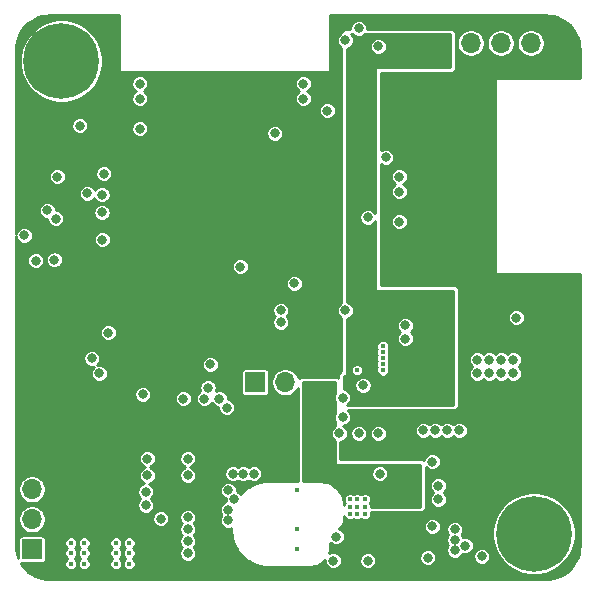
<source format=gbr>
%TF.GenerationSoftware,KiCad,Pcbnew,(5.1.6)-1*%
%TF.CreationDate,2021-05-23T02:10:16+08:00*%
%TF.ProjectId,HKIA_Tracker,484b4941-5f54-4726-9163-6b65722e6b69,rev?*%
%TF.SameCoordinates,Original*%
%TF.FileFunction,Copper,L3,Inr*%
%TF.FilePolarity,Positive*%
%FSLAX46Y46*%
G04 Gerber Fmt 4.6, Leading zero omitted, Abs format (unit mm)*
G04 Created by KiCad (PCBNEW (5.1.6)-1) date 2021-05-23 02:10:16*
%MOMM*%
%LPD*%
G01*
G04 APERTURE LIST*
%TA.AperFunction,ViaPad*%
%ADD10O,1.700000X1.700000*%
%TD*%
%TA.AperFunction,ViaPad*%
%ADD11R,1.700000X1.700000*%
%TD*%
%TA.AperFunction,ViaPad*%
%ADD12C,6.400000*%
%TD*%
%TA.AperFunction,ViaPad*%
%ADD13C,0.450000*%
%TD*%
%TA.AperFunction,ViaPad*%
%ADD14C,0.400000*%
%TD*%
%TA.AperFunction,ViaPad*%
%ADD15C,0.800000*%
%TD*%
%TA.AperFunction,Conductor*%
%ADD16C,0.254000*%
%TD*%
G04 APERTURE END LIST*
D10*
%TO.N,/ESP_TX*%
%TO.C,J5*%
X144741900Y-78473300D03*
%TO.N,GND*%
X142201900Y-78473300D03*
%TO.N,/ESP_RX*%
X139661900Y-78473300D03*
D11*
%TO.N,+3.3VP*%
X137121900Y-78473300D03*
%TD*%
D10*
%TO.N,Net-(J3-Pad2)*%
%TO.C,J3*%
X123952000Y-107188000D03*
D11*
%TO.N,Net-(J3-Pad1)*%
X121412000Y-107188000D03*
%TD*%
D12*
%TO.N,N/C*%
%TO.C,H2*%
X105000000Y-80000000D03*
%TD*%
%TO.N,N/C*%
%TO.C,H1*%
X145000000Y-120000000D03*
%TD*%
D10*
%TO.N,Net-(D1-Pad2)*%
%TO.C,J1*%
X102514400Y-116255800D03*
%TO.N,Net-(D3-Pad2)*%
X102514400Y-118795800D03*
D11*
%TO.N,Net-(D5-Pad2)*%
X102514400Y-121335800D03*
%TD*%
D13*
%TO.N,GND*%
X110744000Y-121666000D03*
X109601000Y-121666000D03*
X109601000Y-122555000D03*
X110744000Y-122555000D03*
X110744000Y-120777000D03*
X109601000Y-120777000D03*
X105791000Y-121666000D03*
X106934000Y-121666000D03*
X106934000Y-120777000D03*
X106934000Y-122555000D03*
X105791000Y-122555000D03*
X105791000Y-120777000D03*
D14*
X129413000Y-117094000D03*
X130683000Y-117094000D03*
X130683000Y-118364000D03*
X129413000Y-118364000D03*
X130048000Y-118364000D03*
X130048000Y-117094000D03*
X130683000Y-117729000D03*
X129413000Y-117729000D03*
X130048000Y-117729000D03*
D15*
X101854000Y-94742000D03*
X108458000Y-95123000D03*
X107188000Y-91186000D03*
X104648000Y-89789000D03*
X103809935Y-92625658D03*
X106553000Y-85471000D03*
X111633000Y-85725000D03*
X111633000Y-83185000D03*
X111633000Y-81915000D03*
X125476000Y-81915000D03*
X127508000Y-84201000D03*
X125476000Y-83185000D03*
X129032000Y-78232000D03*
X130175000Y-77216000D03*
X131826000Y-78740000D03*
X132461000Y-88138000D03*
X133604000Y-89789000D03*
X133604000Y-91059000D03*
X133604000Y-93599000D03*
X130937000Y-93218000D03*
X124714000Y-98806000D03*
X123571000Y-101092000D03*
X123571000Y-102108000D03*
X129045802Y-101092000D03*
X134112000Y-102362000D03*
X134112000Y-103505000D03*
D13*
X132207000Y-104140000D03*
X132207000Y-104648000D03*
X132207000Y-105156000D03*
X132207000Y-105664000D03*
X132207000Y-106172000D03*
D14*
X130048000Y-106172000D03*
D15*
X128803400Y-110134400D03*
X128803398Y-108483398D03*
X128524000Y-111506000D03*
X130175000Y-111506000D03*
X131826000Y-111506000D03*
X135636000Y-111252000D03*
X136652000Y-111252000D03*
X137668000Y-111252000D03*
X138684000Y-111252000D03*
X140208000Y-106426000D03*
X141224000Y-106426000D03*
X142240000Y-106426000D03*
X143256000Y-106426000D03*
X143256000Y-105283000D03*
X142240000Y-105283000D03*
X141224000Y-105283000D03*
X140208000Y-105283000D03*
X107569000Y-105156000D03*
X108204000Y-106426000D03*
X108966000Y-102997000D03*
X111887000Y-108204000D03*
X115316000Y-108585000D03*
X118999000Y-109347000D03*
X118364000Y-108585000D03*
X117094000Y-108585000D03*
X112141000Y-116459000D03*
X112141000Y-117602000D03*
X113411000Y-118745000D03*
X119126000Y-116332000D03*
X119126000Y-117983000D03*
X119634000Y-117094000D03*
X143510000Y-101727000D03*
X136398000Y-119380000D03*
X138303000Y-119634000D03*
X136017000Y-122047000D03*
X139192000Y-121031000D03*
X138303000Y-120522986D03*
X138303000Y-121411994D03*
X140589000Y-121920000D03*
X136398000Y-113919000D03*
X136906000Y-115951000D03*
X136906000Y-117094000D03*
X128270000Y-120269000D03*
X128016000Y-122301000D03*
X130937000Y-122301000D03*
X119126000Y-118872000D03*
%TO.N,+3V3*%
X101600000Y-91567000D03*
X101600000Y-97028000D03*
X105791000Y-96647000D03*
X137922000Y-114300000D03*
X138938000Y-114300000D03*
X139954000Y-114300000D03*
X140970000Y-114300000D03*
X141986000Y-114300000D03*
X141986000Y-115316000D03*
X140970000Y-115316000D03*
X140970000Y-116332000D03*
X141986000Y-116332000D03*
X141986000Y-117348000D03*
X140970000Y-117348000D03*
X140970000Y-118364000D03*
X139954000Y-118364000D03*
X139954000Y-117348000D03*
X133604000Y-88519000D03*
X132461000Y-90424000D03*
X110617000Y-103632000D03*
X110617000Y-104648000D03*
X110617000Y-105664000D03*
D13*
X134493000Y-95123000D03*
X135721898Y-97821800D03*
D15*
%TO.N,Net-(C7-Pad1)*%
X115697000Y-118618000D03*
X115697000Y-119634000D03*
X115697000Y-120650000D03*
X115697000Y-121666000D03*
X121285000Y-114935000D03*
X119507000Y-114935000D03*
X120396000Y-114935000D03*
%TO.N,VBUS*%
X125984000Y-107696000D03*
X125984000Y-108712000D03*
X125984000Y-109728000D03*
X125984000Y-110744000D03*
X127635000Y-110744000D03*
X127635000Y-109728000D03*
X127635000Y-108712000D03*
D13*
X133731000Y-114300000D03*
X133731000Y-114808000D03*
X133731000Y-115316000D03*
X133731000Y-115824000D03*
X134239000Y-115824000D03*
X134747000Y-115824000D03*
X135255000Y-115824000D03*
X135255000Y-115316000D03*
X135255000Y-114808000D03*
X135255000Y-114300000D03*
X135001000Y-116332000D03*
X135001000Y-116840000D03*
X135001000Y-117348000D03*
D15*
%TO.N,+3.3VP*%
X135763000Y-79883000D03*
X130175000Y-99949000D03*
X130175000Y-100965000D03*
X132842000Y-99949000D03*
X137795000Y-100584000D03*
X136779000Y-104902000D03*
X136779000Y-105791000D03*
X136779000Y-106680000D03*
X136779000Y-107569000D03*
X130175000Y-78486000D03*
%TO.N,Net-(D5-Pad2)*%
X115697000Y-113665000D03*
X115697000Y-115062000D03*
X112268000Y-115062000D03*
X112268000Y-113665000D03*
%TO.N,+BATT*%
X117410228Y-107636315D03*
X131953000Y-114935000D03*
D14*
%TO.N,Net-(R10-Pad2)*%
X124968000Y-116332000D03*
X124968000Y-121285000D03*
X124968000Y-119634000D03*
D15*
%TO.N,/NRF_RX*%
X123062984Y-86106016D03*
%TO.N,/SDA*%
X102819200Y-96901000D03*
X108432600Y-91313000D03*
%TO.N,/SCL*%
X104394000Y-96824800D03*
X108432600Y-92811600D03*
%TO.N,/NRF_TX*%
X120142000Y-97409000D03*
%TO.N,/ESP_EN*%
X117602000Y-105664000D03*
X130538038Y-107442000D03*
%TO.N,/DRDY*%
X104521000Y-93345000D03*
X108585000Y-89535000D03*
%TD*%
D16*
%TO.N,+3V3*%
G36*
X109855000Y-80772000D02*
G01*
X109857440Y-80796776D01*
X109864667Y-80820601D01*
X109876403Y-80842557D01*
X109892197Y-80861803D01*
X109911443Y-80877597D01*
X109933399Y-80889333D01*
X109957224Y-80896560D01*
X109982000Y-80899000D01*
X127635000Y-80899000D01*
X127659776Y-80896560D01*
X127683601Y-80889333D01*
X127705557Y-80877597D01*
X127724803Y-80861803D01*
X127740597Y-80842557D01*
X127752333Y-80820601D01*
X127759560Y-80796776D01*
X127762000Y-80772000D01*
X127762000Y-76127000D01*
X145996440Y-76127000D01*
X146321646Y-76145263D01*
X146639266Y-76199228D01*
X146948818Y-76288409D01*
X147246468Y-76411700D01*
X147528421Y-76567529D01*
X147791156Y-76753951D01*
X148031376Y-76968624D01*
X148246049Y-77208844D01*
X148432471Y-77471579D01*
X148588300Y-77753532D01*
X148711591Y-78051182D01*
X148800772Y-78360734D01*
X148854737Y-78678354D01*
X148873000Y-79003560D01*
X148873000Y-81407000D01*
X141859000Y-81407000D01*
X141834224Y-81409440D01*
X141810399Y-81416667D01*
X141788443Y-81428403D01*
X141769197Y-81444197D01*
X141753403Y-81463443D01*
X141741667Y-81485399D01*
X141734440Y-81509224D01*
X141732000Y-81534000D01*
X141732000Y-97917000D01*
X141734440Y-97941776D01*
X141741667Y-97965601D01*
X141753403Y-97987557D01*
X141769197Y-98006803D01*
X141788443Y-98022597D01*
X141810399Y-98034333D01*
X141834224Y-98041560D01*
X141859000Y-98044000D01*
X148873000Y-98044000D01*
X148873000Y-120996440D01*
X148854737Y-121321646D01*
X148800772Y-121639266D01*
X148711591Y-121948818D01*
X148588300Y-122246468D01*
X148432471Y-122528421D01*
X148246049Y-122791156D01*
X148031376Y-123031376D01*
X147791156Y-123246049D01*
X147528421Y-123432471D01*
X147246468Y-123588300D01*
X146948818Y-123711591D01*
X146639266Y-123800772D01*
X146321646Y-123854737D01*
X145996440Y-123873000D01*
X104003560Y-123873000D01*
X103678354Y-123854737D01*
X103360734Y-123800772D01*
X103051182Y-123711591D01*
X102753532Y-123588300D01*
X102471579Y-123432471D01*
X102208844Y-123246049D01*
X101968624Y-123031376D01*
X101753951Y-122791156D01*
X101567529Y-122528421D01*
X101547415Y-122492027D01*
X101600297Y-122508068D01*
X101664400Y-122514382D01*
X103364400Y-122514382D01*
X103428503Y-122508068D01*
X103490143Y-122489370D01*
X103546950Y-122459006D01*
X103596743Y-122418143D01*
X103637606Y-122368350D01*
X103667970Y-122311543D01*
X103686668Y-122249903D01*
X103692982Y-122185800D01*
X103692982Y-120722633D01*
X105239000Y-120722633D01*
X105239000Y-120831367D01*
X105260213Y-120938012D01*
X105301824Y-121038470D01*
X105362234Y-121128880D01*
X105439120Y-121205766D01*
X105462668Y-121221500D01*
X105439120Y-121237234D01*
X105362234Y-121314120D01*
X105301824Y-121404530D01*
X105260213Y-121504988D01*
X105239000Y-121611633D01*
X105239000Y-121720367D01*
X105260213Y-121827012D01*
X105301824Y-121927470D01*
X105362234Y-122017880D01*
X105439120Y-122094766D01*
X105462668Y-122110500D01*
X105439120Y-122126234D01*
X105362234Y-122203120D01*
X105301824Y-122293530D01*
X105260213Y-122393988D01*
X105239000Y-122500633D01*
X105239000Y-122609367D01*
X105260213Y-122716012D01*
X105301824Y-122816470D01*
X105362234Y-122906880D01*
X105439120Y-122983766D01*
X105529530Y-123044176D01*
X105629988Y-123085787D01*
X105736633Y-123107000D01*
X105845367Y-123107000D01*
X105952012Y-123085787D01*
X106052470Y-123044176D01*
X106142880Y-122983766D01*
X106219766Y-122906880D01*
X106280176Y-122816470D01*
X106321787Y-122716012D01*
X106343000Y-122609367D01*
X106343000Y-122500633D01*
X106321787Y-122393988D01*
X106280176Y-122293530D01*
X106219766Y-122203120D01*
X106142880Y-122126234D01*
X106119332Y-122110500D01*
X106142880Y-122094766D01*
X106219766Y-122017880D01*
X106280176Y-121927470D01*
X106321787Y-121827012D01*
X106343000Y-121720367D01*
X106343000Y-121611633D01*
X106321787Y-121504988D01*
X106280176Y-121404530D01*
X106219766Y-121314120D01*
X106142880Y-121237234D01*
X106119332Y-121221500D01*
X106142880Y-121205766D01*
X106219766Y-121128880D01*
X106280176Y-121038470D01*
X106321787Y-120938012D01*
X106343000Y-120831367D01*
X106343000Y-120722633D01*
X106382000Y-120722633D01*
X106382000Y-120831367D01*
X106403213Y-120938012D01*
X106444824Y-121038470D01*
X106505234Y-121128880D01*
X106582120Y-121205766D01*
X106605668Y-121221500D01*
X106582120Y-121237234D01*
X106505234Y-121314120D01*
X106444824Y-121404530D01*
X106403213Y-121504988D01*
X106382000Y-121611633D01*
X106382000Y-121720367D01*
X106403213Y-121827012D01*
X106444824Y-121927470D01*
X106505234Y-122017880D01*
X106582120Y-122094766D01*
X106605668Y-122110500D01*
X106582120Y-122126234D01*
X106505234Y-122203120D01*
X106444824Y-122293530D01*
X106403213Y-122393988D01*
X106382000Y-122500633D01*
X106382000Y-122609367D01*
X106403213Y-122716012D01*
X106444824Y-122816470D01*
X106505234Y-122906880D01*
X106582120Y-122983766D01*
X106672530Y-123044176D01*
X106772988Y-123085787D01*
X106879633Y-123107000D01*
X106988367Y-123107000D01*
X107095012Y-123085787D01*
X107195470Y-123044176D01*
X107285880Y-122983766D01*
X107362766Y-122906880D01*
X107423176Y-122816470D01*
X107464787Y-122716012D01*
X107486000Y-122609367D01*
X107486000Y-122500633D01*
X107464787Y-122393988D01*
X107423176Y-122293530D01*
X107362766Y-122203120D01*
X107285880Y-122126234D01*
X107262332Y-122110500D01*
X107285880Y-122094766D01*
X107362766Y-122017880D01*
X107423176Y-121927470D01*
X107464787Y-121827012D01*
X107486000Y-121720367D01*
X107486000Y-121611633D01*
X107464787Y-121504988D01*
X107423176Y-121404530D01*
X107362766Y-121314120D01*
X107285880Y-121237234D01*
X107262332Y-121221500D01*
X107285880Y-121205766D01*
X107362766Y-121128880D01*
X107423176Y-121038470D01*
X107464787Y-120938012D01*
X107486000Y-120831367D01*
X107486000Y-120722633D01*
X109049000Y-120722633D01*
X109049000Y-120831367D01*
X109070213Y-120938012D01*
X109111824Y-121038470D01*
X109172234Y-121128880D01*
X109249120Y-121205766D01*
X109272668Y-121221500D01*
X109249120Y-121237234D01*
X109172234Y-121314120D01*
X109111824Y-121404530D01*
X109070213Y-121504988D01*
X109049000Y-121611633D01*
X109049000Y-121720367D01*
X109070213Y-121827012D01*
X109111824Y-121927470D01*
X109172234Y-122017880D01*
X109249120Y-122094766D01*
X109272668Y-122110500D01*
X109249120Y-122126234D01*
X109172234Y-122203120D01*
X109111824Y-122293530D01*
X109070213Y-122393988D01*
X109049000Y-122500633D01*
X109049000Y-122609367D01*
X109070213Y-122716012D01*
X109111824Y-122816470D01*
X109172234Y-122906880D01*
X109249120Y-122983766D01*
X109339530Y-123044176D01*
X109439988Y-123085787D01*
X109546633Y-123107000D01*
X109655367Y-123107000D01*
X109762012Y-123085787D01*
X109862470Y-123044176D01*
X109952880Y-122983766D01*
X110029766Y-122906880D01*
X110090176Y-122816470D01*
X110131787Y-122716012D01*
X110153000Y-122609367D01*
X110153000Y-122500633D01*
X110131787Y-122393988D01*
X110090176Y-122293530D01*
X110029766Y-122203120D01*
X109952880Y-122126234D01*
X109929332Y-122110500D01*
X109952880Y-122094766D01*
X110029766Y-122017880D01*
X110090176Y-121927470D01*
X110131787Y-121827012D01*
X110153000Y-121720367D01*
X110153000Y-121611633D01*
X110131787Y-121504988D01*
X110090176Y-121404530D01*
X110029766Y-121314120D01*
X109952880Y-121237234D01*
X109929332Y-121221500D01*
X109952880Y-121205766D01*
X110029766Y-121128880D01*
X110090176Y-121038470D01*
X110131787Y-120938012D01*
X110153000Y-120831367D01*
X110153000Y-120722633D01*
X110192000Y-120722633D01*
X110192000Y-120831367D01*
X110213213Y-120938012D01*
X110254824Y-121038470D01*
X110315234Y-121128880D01*
X110392120Y-121205766D01*
X110415668Y-121221500D01*
X110392120Y-121237234D01*
X110315234Y-121314120D01*
X110254824Y-121404530D01*
X110213213Y-121504988D01*
X110192000Y-121611633D01*
X110192000Y-121720367D01*
X110213213Y-121827012D01*
X110254824Y-121927470D01*
X110315234Y-122017880D01*
X110392120Y-122094766D01*
X110415668Y-122110500D01*
X110392120Y-122126234D01*
X110315234Y-122203120D01*
X110254824Y-122293530D01*
X110213213Y-122393988D01*
X110192000Y-122500633D01*
X110192000Y-122609367D01*
X110213213Y-122716012D01*
X110254824Y-122816470D01*
X110315234Y-122906880D01*
X110392120Y-122983766D01*
X110482530Y-123044176D01*
X110582988Y-123085787D01*
X110689633Y-123107000D01*
X110798367Y-123107000D01*
X110905012Y-123085787D01*
X111005470Y-123044176D01*
X111095880Y-122983766D01*
X111172766Y-122906880D01*
X111233176Y-122816470D01*
X111274787Y-122716012D01*
X111296000Y-122609367D01*
X111296000Y-122500633D01*
X111274787Y-122393988D01*
X111233176Y-122293530D01*
X111172766Y-122203120D01*
X111095880Y-122126234D01*
X111072332Y-122110500D01*
X111095880Y-122094766D01*
X111172766Y-122017880D01*
X111233176Y-121927470D01*
X111274787Y-121827012D01*
X111296000Y-121720367D01*
X111296000Y-121611633D01*
X111274787Y-121504988D01*
X111233176Y-121404530D01*
X111172766Y-121314120D01*
X111095880Y-121237234D01*
X111072332Y-121221500D01*
X111095880Y-121205766D01*
X111172766Y-121128880D01*
X111233176Y-121038470D01*
X111274787Y-120938012D01*
X111296000Y-120831367D01*
X111296000Y-120722633D01*
X111274787Y-120615988D01*
X111233176Y-120515530D01*
X111172766Y-120425120D01*
X111095880Y-120348234D01*
X111005470Y-120287824D01*
X110905012Y-120246213D01*
X110798367Y-120225000D01*
X110689633Y-120225000D01*
X110582988Y-120246213D01*
X110482530Y-120287824D01*
X110392120Y-120348234D01*
X110315234Y-120425120D01*
X110254824Y-120515530D01*
X110213213Y-120615988D01*
X110192000Y-120722633D01*
X110153000Y-120722633D01*
X110131787Y-120615988D01*
X110090176Y-120515530D01*
X110029766Y-120425120D01*
X109952880Y-120348234D01*
X109862470Y-120287824D01*
X109762012Y-120246213D01*
X109655367Y-120225000D01*
X109546633Y-120225000D01*
X109439988Y-120246213D01*
X109339530Y-120287824D01*
X109249120Y-120348234D01*
X109172234Y-120425120D01*
X109111824Y-120515530D01*
X109070213Y-120615988D01*
X109049000Y-120722633D01*
X107486000Y-120722633D01*
X107464787Y-120615988D01*
X107423176Y-120515530D01*
X107362766Y-120425120D01*
X107285880Y-120348234D01*
X107195470Y-120287824D01*
X107095012Y-120246213D01*
X106988367Y-120225000D01*
X106879633Y-120225000D01*
X106772988Y-120246213D01*
X106672530Y-120287824D01*
X106582120Y-120348234D01*
X106505234Y-120425120D01*
X106444824Y-120515530D01*
X106403213Y-120615988D01*
X106382000Y-120722633D01*
X106343000Y-120722633D01*
X106321787Y-120615988D01*
X106280176Y-120515530D01*
X106219766Y-120425120D01*
X106142880Y-120348234D01*
X106052470Y-120287824D01*
X105952012Y-120246213D01*
X105845367Y-120225000D01*
X105736633Y-120225000D01*
X105629988Y-120246213D01*
X105529530Y-120287824D01*
X105439120Y-120348234D01*
X105362234Y-120425120D01*
X105301824Y-120515530D01*
X105260213Y-120615988D01*
X105239000Y-120722633D01*
X103692982Y-120722633D01*
X103692982Y-120485800D01*
X103686668Y-120421697D01*
X103667970Y-120360057D01*
X103637606Y-120303250D01*
X103596743Y-120253457D01*
X103546950Y-120212594D01*
X103490143Y-120182230D01*
X103428503Y-120163532D01*
X103364400Y-120157218D01*
X101664400Y-120157218D01*
X101600297Y-120163532D01*
X101538657Y-120182230D01*
X101481850Y-120212594D01*
X101432057Y-120253457D01*
X101391194Y-120303250D01*
X101360830Y-120360057D01*
X101342132Y-120421697D01*
X101335818Y-120485800D01*
X101335818Y-122063273D01*
X101288409Y-121948818D01*
X101199228Y-121639266D01*
X101145263Y-121321646D01*
X101127000Y-120996440D01*
X101127000Y-118679876D01*
X101337400Y-118679876D01*
X101337400Y-118911724D01*
X101382631Y-119139118D01*
X101471356Y-119353319D01*
X101600164Y-119546094D01*
X101764106Y-119710036D01*
X101956881Y-119838844D01*
X102171082Y-119927569D01*
X102398476Y-119972800D01*
X102630324Y-119972800D01*
X102857718Y-119927569D01*
X103071919Y-119838844D01*
X103264694Y-119710036D01*
X103428636Y-119546094D01*
X103557444Y-119353319D01*
X103646169Y-119139118D01*
X103691400Y-118911724D01*
X103691400Y-118679876D01*
X103690112Y-118673397D01*
X112684000Y-118673397D01*
X112684000Y-118816603D01*
X112711938Y-118957058D01*
X112766741Y-119089364D01*
X112846302Y-119208436D01*
X112947564Y-119309698D01*
X113066636Y-119389259D01*
X113198942Y-119444062D01*
X113339397Y-119472000D01*
X113482603Y-119472000D01*
X113623058Y-119444062D01*
X113755364Y-119389259D01*
X113874436Y-119309698D01*
X113975698Y-119208436D01*
X114055259Y-119089364D01*
X114110062Y-118957058D01*
X114138000Y-118816603D01*
X114138000Y-118673397D01*
X114112739Y-118546397D01*
X114970000Y-118546397D01*
X114970000Y-118689603D01*
X114997938Y-118830058D01*
X115052741Y-118962364D01*
X115132302Y-119081436D01*
X115176866Y-119126000D01*
X115132302Y-119170564D01*
X115052741Y-119289636D01*
X114997938Y-119421942D01*
X114970000Y-119562397D01*
X114970000Y-119705603D01*
X114997938Y-119846058D01*
X115052741Y-119978364D01*
X115132302Y-120097436D01*
X115176866Y-120142000D01*
X115132302Y-120186564D01*
X115052741Y-120305636D01*
X114997938Y-120437942D01*
X114970000Y-120578397D01*
X114970000Y-120721603D01*
X114997938Y-120862058D01*
X115052741Y-120994364D01*
X115132302Y-121113436D01*
X115176866Y-121158000D01*
X115132302Y-121202564D01*
X115052741Y-121321636D01*
X114997938Y-121453942D01*
X114970000Y-121594397D01*
X114970000Y-121737603D01*
X114997938Y-121878058D01*
X115052741Y-122010364D01*
X115132302Y-122129436D01*
X115233564Y-122230698D01*
X115352636Y-122310259D01*
X115484942Y-122365062D01*
X115625397Y-122393000D01*
X115768603Y-122393000D01*
X115909058Y-122365062D01*
X116041364Y-122310259D01*
X116160436Y-122230698D01*
X116261698Y-122129436D01*
X116341259Y-122010364D01*
X116396062Y-121878058D01*
X116424000Y-121737603D01*
X116424000Y-121594397D01*
X116396062Y-121453942D01*
X116341259Y-121321636D01*
X116261698Y-121202564D01*
X116217134Y-121158000D01*
X116261698Y-121113436D01*
X116341259Y-120994364D01*
X116396062Y-120862058D01*
X116424000Y-120721603D01*
X116424000Y-120578397D01*
X116396062Y-120437942D01*
X116341259Y-120305636D01*
X116261698Y-120186564D01*
X116217134Y-120142000D01*
X116261698Y-120097436D01*
X116341259Y-119978364D01*
X116396062Y-119846058D01*
X116424000Y-119705603D01*
X116424000Y-119562397D01*
X116396062Y-119421942D01*
X116341259Y-119289636D01*
X116261698Y-119170564D01*
X116217134Y-119126000D01*
X116261698Y-119081436D01*
X116341259Y-118962364D01*
X116396062Y-118830058D01*
X116424000Y-118689603D01*
X116424000Y-118546397D01*
X116396062Y-118405942D01*
X116341259Y-118273636D01*
X116261698Y-118154564D01*
X116160436Y-118053302D01*
X116041364Y-117973741D01*
X115909058Y-117918938D01*
X115768603Y-117891000D01*
X115625397Y-117891000D01*
X115484942Y-117918938D01*
X115352636Y-117973741D01*
X115233564Y-118053302D01*
X115132302Y-118154564D01*
X115052741Y-118273636D01*
X114997938Y-118405942D01*
X114970000Y-118546397D01*
X114112739Y-118546397D01*
X114110062Y-118532942D01*
X114055259Y-118400636D01*
X113975698Y-118281564D01*
X113874436Y-118180302D01*
X113755364Y-118100741D01*
X113623058Y-118045938D01*
X113482603Y-118018000D01*
X113339397Y-118018000D01*
X113198942Y-118045938D01*
X113066636Y-118100741D01*
X112947564Y-118180302D01*
X112846302Y-118281564D01*
X112766741Y-118400636D01*
X112711938Y-118532942D01*
X112684000Y-118673397D01*
X103690112Y-118673397D01*
X103646169Y-118452482D01*
X103557444Y-118238281D01*
X103428636Y-118045506D01*
X103264694Y-117881564D01*
X103071919Y-117752756D01*
X102857718Y-117664031D01*
X102630324Y-117618800D01*
X102398476Y-117618800D01*
X102171082Y-117664031D01*
X101956881Y-117752756D01*
X101764106Y-117881564D01*
X101600164Y-118045506D01*
X101471356Y-118238281D01*
X101382631Y-118452482D01*
X101337400Y-118679876D01*
X101127000Y-118679876D01*
X101127000Y-116139876D01*
X101337400Y-116139876D01*
X101337400Y-116371724D01*
X101382631Y-116599118D01*
X101471356Y-116813319D01*
X101600164Y-117006094D01*
X101764106Y-117170036D01*
X101956881Y-117298844D01*
X102171082Y-117387569D01*
X102398476Y-117432800D01*
X102630324Y-117432800D01*
X102857718Y-117387569D01*
X103071919Y-117298844D01*
X103264694Y-117170036D01*
X103428636Y-117006094D01*
X103557444Y-116813319D01*
X103646169Y-116599118D01*
X103688282Y-116387397D01*
X111414000Y-116387397D01*
X111414000Y-116530603D01*
X111441938Y-116671058D01*
X111496741Y-116803364D01*
X111576302Y-116922436D01*
X111677564Y-117023698D01*
X111687744Y-117030500D01*
X111677564Y-117037302D01*
X111576302Y-117138564D01*
X111496741Y-117257636D01*
X111441938Y-117389942D01*
X111414000Y-117530397D01*
X111414000Y-117673603D01*
X111441938Y-117814058D01*
X111496741Y-117946364D01*
X111576302Y-118065436D01*
X111677564Y-118166698D01*
X111796636Y-118246259D01*
X111928942Y-118301062D01*
X112069397Y-118329000D01*
X112212603Y-118329000D01*
X112353058Y-118301062D01*
X112485364Y-118246259D01*
X112604436Y-118166698D01*
X112705698Y-118065436D01*
X112785259Y-117946364D01*
X112840062Y-117814058D01*
X112868000Y-117673603D01*
X112868000Y-117530397D01*
X112840062Y-117389942D01*
X112785259Y-117257636D01*
X112705698Y-117138564D01*
X112604436Y-117037302D01*
X112594256Y-117030500D01*
X112604436Y-117023698D01*
X112705698Y-116922436D01*
X112785259Y-116803364D01*
X112840062Y-116671058D01*
X112868000Y-116530603D01*
X112868000Y-116387397D01*
X112842739Y-116260397D01*
X118399000Y-116260397D01*
X118399000Y-116403603D01*
X118426938Y-116544058D01*
X118481741Y-116676364D01*
X118561302Y-116795436D01*
X118662564Y-116896698D01*
X118781636Y-116976259D01*
X118907000Y-117028187D01*
X118907000Y-117165603D01*
X118929906Y-117280762D01*
X118913942Y-117283938D01*
X118781636Y-117338741D01*
X118662564Y-117418302D01*
X118561302Y-117519564D01*
X118481741Y-117638636D01*
X118426938Y-117770942D01*
X118399000Y-117911397D01*
X118399000Y-118054603D01*
X118426938Y-118195058D01*
X118481741Y-118327364D01*
X118548649Y-118427500D01*
X118481741Y-118527636D01*
X118426938Y-118659942D01*
X118399000Y-118800397D01*
X118399000Y-118943603D01*
X118426938Y-119084058D01*
X118481741Y-119216364D01*
X118561302Y-119335436D01*
X118662564Y-119436698D01*
X118781636Y-119516259D01*
X118913942Y-119571062D01*
X119054397Y-119599000D01*
X119197603Y-119599000D01*
X119338058Y-119571062D01*
X119380000Y-119553689D01*
X119380000Y-119682000D01*
X119380200Y-119689121D01*
X119399063Y-120025014D01*
X119400657Y-120039166D01*
X119457010Y-120370836D01*
X119460180Y-120384721D01*
X119553314Y-120707995D01*
X119558017Y-120721438D01*
X119686760Y-121032252D01*
X119692940Y-121045083D01*
X119855674Y-121339528D01*
X119863251Y-121351587D01*
X120057930Y-121625960D01*
X120066809Y-121637095D01*
X120290983Y-121887946D01*
X120301054Y-121898017D01*
X120551905Y-122122191D01*
X120563040Y-122131070D01*
X120837413Y-122325749D01*
X120849472Y-122333326D01*
X121143917Y-122496060D01*
X121156748Y-122502240D01*
X121467562Y-122630983D01*
X121481005Y-122635686D01*
X121804279Y-122728820D01*
X121818164Y-122731990D01*
X122149834Y-122788343D01*
X122163986Y-122789937D01*
X122499879Y-122808800D01*
X122507000Y-122809000D01*
X126047500Y-122809000D01*
X126057464Y-122808608D01*
X126305804Y-122789063D01*
X126325488Y-122785946D01*
X126567712Y-122727793D01*
X126586665Y-122721635D01*
X126816811Y-122626306D01*
X126834568Y-122617258D01*
X127046967Y-122487099D01*
X127063089Y-122475386D01*
X127252512Y-122313604D01*
X127266604Y-122299512D01*
X127289000Y-122273290D01*
X127289000Y-122372603D01*
X127316938Y-122513058D01*
X127371741Y-122645364D01*
X127451302Y-122764436D01*
X127552564Y-122865698D01*
X127671636Y-122945259D01*
X127803942Y-123000062D01*
X127944397Y-123028000D01*
X128087603Y-123028000D01*
X128228058Y-123000062D01*
X128360364Y-122945259D01*
X128479436Y-122865698D01*
X128580698Y-122764436D01*
X128660259Y-122645364D01*
X128715062Y-122513058D01*
X128743000Y-122372603D01*
X128743000Y-122229397D01*
X130210000Y-122229397D01*
X130210000Y-122372603D01*
X130237938Y-122513058D01*
X130292741Y-122645364D01*
X130372302Y-122764436D01*
X130473564Y-122865698D01*
X130592636Y-122945259D01*
X130724942Y-123000062D01*
X130865397Y-123028000D01*
X131008603Y-123028000D01*
X131149058Y-123000062D01*
X131281364Y-122945259D01*
X131400436Y-122865698D01*
X131501698Y-122764436D01*
X131581259Y-122645364D01*
X131636062Y-122513058D01*
X131664000Y-122372603D01*
X131664000Y-122229397D01*
X131636062Y-122088942D01*
X131589031Y-121975397D01*
X135290000Y-121975397D01*
X135290000Y-122118603D01*
X135317938Y-122259058D01*
X135372741Y-122391364D01*
X135452302Y-122510436D01*
X135553564Y-122611698D01*
X135672636Y-122691259D01*
X135804942Y-122746062D01*
X135945397Y-122774000D01*
X136088603Y-122774000D01*
X136229058Y-122746062D01*
X136361364Y-122691259D01*
X136480436Y-122611698D01*
X136581698Y-122510436D01*
X136661259Y-122391364D01*
X136716062Y-122259058D01*
X136744000Y-122118603D01*
X136744000Y-121975397D01*
X136716062Y-121834942D01*
X136661259Y-121702636D01*
X136581698Y-121583564D01*
X136480436Y-121482302D01*
X136361364Y-121402741D01*
X136229058Y-121347938D01*
X136088603Y-121320000D01*
X135945397Y-121320000D01*
X135804942Y-121347938D01*
X135672636Y-121402741D01*
X135553564Y-121482302D01*
X135452302Y-121583564D01*
X135372741Y-121702636D01*
X135317938Y-121834942D01*
X135290000Y-121975397D01*
X131589031Y-121975397D01*
X131581259Y-121956636D01*
X131501698Y-121837564D01*
X131400436Y-121736302D01*
X131281364Y-121656741D01*
X131149058Y-121601938D01*
X131008603Y-121574000D01*
X130865397Y-121574000D01*
X130724942Y-121601938D01*
X130592636Y-121656741D01*
X130473564Y-121736302D01*
X130372302Y-121837564D01*
X130292741Y-121956636D01*
X130237938Y-122088942D01*
X130210000Y-122229397D01*
X128743000Y-122229397D01*
X128715062Y-122088942D01*
X128660259Y-121956636D01*
X128580698Y-121837564D01*
X128479436Y-121736302D01*
X128360364Y-121656741D01*
X128228058Y-121601938D01*
X128087603Y-121574000D01*
X127944397Y-121574000D01*
X127803942Y-121601938D01*
X127671636Y-121656741D01*
X127662567Y-121662801D01*
X127674635Y-121633665D01*
X127680793Y-121614712D01*
X127738946Y-121372488D01*
X127742063Y-121352804D01*
X127761608Y-121104464D01*
X127762000Y-121094500D01*
X127762000Y-120789134D01*
X127806564Y-120833698D01*
X127925636Y-120913259D01*
X128057942Y-120968062D01*
X128198397Y-120996000D01*
X128341603Y-120996000D01*
X128482058Y-120968062D01*
X128614364Y-120913259D01*
X128733436Y-120833698D01*
X128834698Y-120732436D01*
X128914259Y-120613364D01*
X128969062Y-120481058D01*
X128997000Y-120340603D01*
X128997000Y-120197397D01*
X128969062Y-120056942D01*
X128914259Y-119924636D01*
X128834698Y-119805564D01*
X128733436Y-119704302D01*
X128614364Y-119624741D01*
X128484692Y-119571029D01*
X128540851Y-119547767D01*
X128569563Y-119531190D01*
X128687925Y-119440368D01*
X128711368Y-119416925D01*
X128794644Y-119308397D01*
X135671000Y-119308397D01*
X135671000Y-119451603D01*
X135698938Y-119592058D01*
X135753741Y-119724364D01*
X135833302Y-119843436D01*
X135934564Y-119944698D01*
X136053636Y-120024259D01*
X136185942Y-120079062D01*
X136326397Y-120107000D01*
X136469603Y-120107000D01*
X136610058Y-120079062D01*
X136742364Y-120024259D01*
X136861436Y-119944698D01*
X136962698Y-119843436D01*
X137042259Y-119724364D01*
X137097062Y-119592058D01*
X137102961Y-119562397D01*
X137576000Y-119562397D01*
X137576000Y-119705603D01*
X137603938Y-119846058D01*
X137658741Y-119978364D01*
X137725645Y-120078493D01*
X137658741Y-120178622D01*
X137603938Y-120310928D01*
X137576000Y-120451383D01*
X137576000Y-120594589D01*
X137603938Y-120735044D01*
X137658741Y-120867350D01*
X137725652Y-120967490D01*
X137658741Y-121067630D01*
X137603938Y-121199936D01*
X137576000Y-121340391D01*
X137576000Y-121483597D01*
X137603938Y-121624052D01*
X137658741Y-121756358D01*
X137738302Y-121875430D01*
X137839564Y-121976692D01*
X137958636Y-122056253D01*
X138090942Y-122111056D01*
X138231397Y-122138994D01*
X138374603Y-122138994D01*
X138515058Y-122111056D01*
X138647364Y-122056253D01*
X138766436Y-121976692D01*
X138867698Y-121875430D01*
X138885760Y-121848397D01*
X139862000Y-121848397D01*
X139862000Y-121991603D01*
X139889938Y-122132058D01*
X139944741Y-122264364D01*
X140024302Y-122383436D01*
X140125564Y-122484698D01*
X140244636Y-122564259D01*
X140376942Y-122619062D01*
X140517397Y-122647000D01*
X140660603Y-122647000D01*
X140801058Y-122619062D01*
X140933364Y-122564259D01*
X141052436Y-122484698D01*
X141153698Y-122383436D01*
X141233259Y-122264364D01*
X141288062Y-122132058D01*
X141316000Y-121991603D01*
X141316000Y-121848397D01*
X141288062Y-121707942D01*
X141233259Y-121575636D01*
X141153698Y-121456564D01*
X141052436Y-121355302D01*
X140933364Y-121275741D01*
X140801058Y-121220938D01*
X140660603Y-121193000D01*
X140517397Y-121193000D01*
X140376942Y-121220938D01*
X140244636Y-121275741D01*
X140125564Y-121355302D01*
X140024302Y-121456564D01*
X139944741Y-121575636D01*
X139889938Y-121707942D01*
X139862000Y-121848397D01*
X138885760Y-121848397D01*
X138947259Y-121756358D01*
X138961342Y-121722358D01*
X138979942Y-121730062D01*
X139120397Y-121758000D01*
X139263603Y-121758000D01*
X139404058Y-121730062D01*
X139536364Y-121675259D01*
X139655436Y-121595698D01*
X139756698Y-121494436D01*
X139836259Y-121375364D01*
X139891062Y-121243058D01*
X139919000Y-121102603D01*
X139919000Y-120959397D01*
X139891062Y-120818942D01*
X139836259Y-120686636D01*
X139756698Y-120567564D01*
X139655436Y-120466302D01*
X139536364Y-120386741D01*
X139404058Y-120331938D01*
X139263603Y-120304000D01*
X139120397Y-120304000D01*
X139005240Y-120326906D01*
X139002062Y-120310928D01*
X138947259Y-120178622D01*
X138880355Y-120078493D01*
X138947259Y-119978364D01*
X139002062Y-119846058D01*
X139030000Y-119705603D01*
X139030000Y-119652621D01*
X141473000Y-119652621D01*
X141473000Y-120347379D01*
X141608540Y-121028788D01*
X141874413Y-121670661D01*
X142260400Y-122248332D01*
X142751668Y-122739600D01*
X143329339Y-123125587D01*
X143971212Y-123391460D01*
X144652621Y-123527000D01*
X145347379Y-123527000D01*
X146028788Y-123391460D01*
X146670661Y-123125587D01*
X147248332Y-122739600D01*
X147739600Y-122248332D01*
X148125587Y-121670661D01*
X148391460Y-121028788D01*
X148527000Y-120347379D01*
X148527000Y-119652621D01*
X148391460Y-118971212D01*
X148125587Y-118329339D01*
X147739600Y-117751668D01*
X147248332Y-117260400D01*
X146670661Y-116874413D01*
X146028788Y-116608540D01*
X145347379Y-116473000D01*
X144652621Y-116473000D01*
X143971212Y-116608540D01*
X143329339Y-116874413D01*
X142751668Y-117260400D01*
X142260400Y-117751668D01*
X141874413Y-118329339D01*
X141608540Y-118971212D01*
X141473000Y-119652621D01*
X139030000Y-119652621D01*
X139030000Y-119562397D01*
X139002062Y-119421942D01*
X138947259Y-119289636D01*
X138867698Y-119170564D01*
X138766436Y-119069302D01*
X138647364Y-118989741D01*
X138515058Y-118934938D01*
X138374603Y-118907000D01*
X138231397Y-118907000D01*
X138090942Y-118934938D01*
X137958636Y-118989741D01*
X137839564Y-119069302D01*
X137738302Y-119170564D01*
X137658741Y-119289636D01*
X137603938Y-119421942D01*
X137576000Y-119562397D01*
X137102961Y-119562397D01*
X137125000Y-119451603D01*
X137125000Y-119308397D01*
X137097062Y-119167942D01*
X137042259Y-119035636D01*
X136962698Y-118916564D01*
X136861436Y-118815302D01*
X136742364Y-118735741D01*
X136610058Y-118680938D01*
X136469603Y-118653000D01*
X136326397Y-118653000D01*
X136185942Y-118680938D01*
X136053636Y-118735741D01*
X135934564Y-118815302D01*
X135833302Y-118916564D01*
X135753741Y-119035636D01*
X135698938Y-119167942D01*
X135671000Y-119308397D01*
X128794644Y-119308397D01*
X128802190Y-119298563D01*
X128818767Y-119269851D01*
X128875860Y-119132016D01*
X128884441Y-119099992D01*
X128903914Y-118952077D01*
X128905000Y-118935500D01*
X128905000Y-118511426D01*
X128906252Y-118517720D01*
X128945979Y-118613628D01*
X129003652Y-118699943D01*
X129077057Y-118773348D01*
X129163372Y-118831021D01*
X129259280Y-118870748D01*
X129361095Y-118891000D01*
X129464905Y-118891000D01*
X129566720Y-118870748D01*
X129662628Y-118831021D01*
X129730500Y-118785671D01*
X129798372Y-118831021D01*
X129894280Y-118870748D01*
X129996095Y-118891000D01*
X130099905Y-118891000D01*
X130201720Y-118870748D01*
X130297628Y-118831021D01*
X130365500Y-118785671D01*
X130433372Y-118831021D01*
X130529280Y-118870748D01*
X130631095Y-118891000D01*
X130734905Y-118891000D01*
X130836720Y-118870748D01*
X130932628Y-118831021D01*
X131018943Y-118773348D01*
X131092348Y-118699943D01*
X131150021Y-118613628D01*
X131189748Y-118517720D01*
X131210000Y-118415905D01*
X131210000Y-118312095D01*
X131189748Y-118210280D01*
X131178448Y-118183000D01*
X135509000Y-118183000D01*
X135572795Y-118176717D01*
X135634137Y-118158109D01*
X135690671Y-118127891D01*
X135740224Y-118087224D01*
X135780891Y-118037671D01*
X135811109Y-117981137D01*
X135829717Y-117919795D01*
X135836000Y-117856000D01*
X135836000Y-115879397D01*
X136179000Y-115879397D01*
X136179000Y-116022603D01*
X136206938Y-116163058D01*
X136261741Y-116295364D01*
X136341302Y-116414436D01*
X136442564Y-116515698D01*
X136452744Y-116522500D01*
X136442564Y-116529302D01*
X136341302Y-116630564D01*
X136261741Y-116749636D01*
X136206938Y-116881942D01*
X136179000Y-117022397D01*
X136179000Y-117165603D01*
X136206938Y-117306058D01*
X136261741Y-117438364D01*
X136341302Y-117557436D01*
X136442564Y-117658698D01*
X136561636Y-117738259D01*
X136693942Y-117793062D01*
X136834397Y-117821000D01*
X136977603Y-117821000D01*
X137118058Y-117793062D01*
X137250364Y-117738259D01*
X137369436Y-117658698D01*
X137470698Y-117557436D01*
X137550259Y-117438364D01*
X137605062Y-117306058D01*
X137633000Y-117165603D01*
X137633000Y-117022397D01*
X137605062Y-116881942D01*
X137550259Y-116749636D01*
X137470698Y-116630564D01*
X137369436Y-116529302D01*
X137359256Y-116522500D01*
X137369436Y-116515698D01*
X137470698Y-116414436D01*
X137550259Y-116295364D01*
X137605062Y-116163058D01*
X137633000Y-116022603D01*
X137633000Y-115879397D01*
X137605062Y-115738942D01*
X137550259Y-115606636D01*
X137470698Y-115487564D01*
X137369436Y-115386302D01*
X137250364Y-115306741D01*
X137118058Y-115251938D01*
X136977603Y-115224000D01*
X136834397Y-115224000D01*
X136693942Y-115251938D01*
X136561636Y-115306741D01*
X136442564Y-115386302D01*
X136341302Y-115487564D01*
X136261741Y-115606636D01*
X136206938Y-115738942D01*
X136179000Y-115879397D01*
X135836000Y-115879397D01*
X135836000Y-114385134D01*
X135934564Y-114483698D01*
X136053636Y-114563259D01*
X136185942Y-114618062D01*
X136326397Y-114646000D01*
X136469603Y-114646000D01*
X136610058Y-114618062D01*
X136742364Y-114563259D01*
X136861436Y-114483698D01*
X136962698Y-114382436D01*
X137042259Y-114263364D01*
X137097062Y-114131058D01*
X137125000Y-113990603D01*
X137125000Y-113847397D01*
X137097062Y-113706942D01*
X137042259Y-113574636D01*
X136962698Y-113455564D01*
X136861436Y-113354302D01*
X136742364Y-113274741D01*
X136610058Y-113219938D01*
X136469603Y-113192000D01*
X136326397Y-113192000D01*
X136185942Y-113219938D01*
X136053636Y-113274741D01*
X135934564Y-113354302D01*
X135833302Y-113455564D01*
X135753741Y-113574636D01*
X135698938Y-113706942D01*
X135686067Y-113771648D01*
X135634137Y-113743891D01*
X135572795Y-113725283D01*
X135509000Y-113719000D01*
X128597000Y-113719000D01*
X128597000Y-112232722D01*
X128736058Y-112205062D01*
X128868364Y-112150259D01*
X128987436Y-112070698D01*
X129088698Y-111969436D01*
X129168259Y-111850364D01*
X129223062Y-111718058D01*
X129251000Y-111577603D01*
X129251000Y-111434397D01*
X129448000Y-111434397D01*
X129448000Y-111577603D01*
X129475938Y-111718058D01*
X129530741Y-111850364D01*
X129610302Y-111969436D01*
X129711564Y-112070698D01*
X129830636Y-112150259D01*
X129962942Y-112205062D01*
X130103397Y-112233000D01*
X130246603Y-112233000D01*
X130387058Y-112205062D01*
X130519364Y-112150259D01*
X130638436Y-112070698D01*
X130739698Y-111969436D01*
X130819259Y-111850364D01*
X130874062Y-111718058D01*
X130902000Y-111577603D01*
X130902000Y-111434397D01*
X131099000Y-111434397D01*
X131099000Y-111577603D01*
X131126938Y-111718058D01*
X131181741Y-111850364D01*
X131261302Y-111969436D01*
X131362564Y-112070698D01*
X131481636Y-112150259D01*
X131613942Y-112205062D01*
X131754397Y-112233000D01*
X131897603Y-112233000D01*
X132038058Y-112205062D01*
X132170364Y-112150259D01*
X132289436Y-112070698D01*
X132390698Y-111969436D01*
X132470259Y-111850364D01*
X132525062Y-111718058D01*
X132553000Y-111577603D01*
X132553000Y-111434397D01*
X132525062Y-111293942D01*
X132478031Y-111180397D01*
X134909000Y-111180397D01*
X134909000Y-111323603D01*
X134936938Y-111464058D01*
X134991741Y-111596364D01*
X135071302Y-111715436D01*
X135172564Y-111816698D01*
X135291636Y-111896259D01*
X135423942Y-111951062D01*
X135564397Y-111979000D01*
X135707603Y-111979000D01*
X135848058Y-111951062D01*
X135980364Y-111896259D01*
X136099436Y-111816698D01*
X136144000Y-111772134D01*
X136188564Y-111816698D01*
X136307636Y-111896259D01*
X136439942Y-111951062D01*
X136580397Y-111979000D01*
X136723603Y-111979000D01*
X136864058Y-111951062D01*
X136996364Y-111896259D01*
X137115436Y-111816698D01*
X137160000Y-111772134D01*
X137204564Y-111816698D01*
X137323636Y-111896259D01*
X137455942Y-111951062D01*
X137596397Y-111979000D01*
X137739603Y-111979000D01*
X137880058Y-111951062D01*
X138012364Y-111896259D01*
X138131436Y-111816698D01*
X138176000Y-111772134D01*
X138220564Y-111816698D01*
X138339636Y-111896259D01*
X138471942Y-111951062D01*
X138612397Y-111979000D01*
X138755603Y-111979000D01*
X138896058Y-111951062D01*
X139028364Y-111896259D01*
X139147436Y-111816698D01*
X139248698Y-111715436D01*
X139328259Y-111596364D01*
X139383062Y-111464058D01*
X139411000Y-111323603D01*
X139411000Y-111180397D01*
X139383062Y-111039942D01*
X139328259Y-110907636D01*
X139248698Y-110788564D01*
X139147436Y-110687302D01*
X139028364Y-110607741D01*
X138896058Y-110552938D01*
X138755603Y-110525000D01*
X138612397Y-110525000D01*
X138471942Y-110552938D01*
X138339636Y-110607741D01*
X138220564Y-110687302D01*
X138176000Y-110731866D01*
X138131436Y-110687302D01*
X138012364Y-110607741D01*
X137880058Y-110552938D01*
X137739603Y-110525000D01*
X137596397Y-110525000D01*
X137455942Y-110552938D01*
X137323636Y-110607741D01*
X137204564Y-110687302D01*
X137160000Y-110731866D01*
X137115436Y-110687302D01*
X136996364Y-110607741D01*
X136864058Y-110552938D01*
X136723603Y-110525000D01*
X136580397Y-110525000D01*
X136439942Y-110552938D01*
X136307636Y-110607741D01*
X136188564Y-110687302D01*
X136144000Y-110731866D01*
X136099436Y-110687302D01*
X135980364Y-110607741D01*
X135848058Y-110552938D01*
X135707603Y-110525000D01*
X135564397Y-110525000D01*
X135423942Y-110552938D01*
X135291636Y-110607741D01*
X135172564Y-110687302D01*
X135071302Y-110788564D01*
X134991741Y-110907636D01*
X134936938Y-111039942D01*
X134909000Y-111180397D01*
X132478031Y-111180397D01*
X132470259Y-111161636D01*
X132390698Y-111042564D01*
X132289436Y-110941302D01*
X132170364Y-110861741D01*
X132038058Y-110806938D01*
X131897603Y-110779000D01*
X131754397Y-110779000D01*
X131613942Y-110806938D01*
X131481636Y-110861741D01*
X131362564Y-110941302D01*
X131261302Y-111042564D01*
X131181741Y-111161636D01*
X131126938Y-111293942D01*
X131099000Y-111434397D01*
X130902000Y-111434397D01*
X130874062Y-111293942D01*
X130819259Y-111161636D01*
X130739698Y-111042564D01*
X130638436Y-110941302D01*
X130519364Y-110861741D01*
X130387058Y-110806938D01*
X130246603Y-110779000D01*
X130103397Y-110779000D01*
X129962942Y-110806938D01*
X129830636Y-110861741D01*
X129711564Y-110941302D01*
X129610302Y-111042564D01*
X129530741Y-111161636D01*
X129475938Y-111293942D01*
X129448000Y-111434397D01*
X129251000Y-111434397D01*
X129223062Y-111293942D01*
X129168259Y-111161636D01*
X129088698Y-111042564D01*
X128987436Y-110941302D01*
X128868364Y-110861741D01*
X128867541Y-110861400D01*
X128875003Y-110861400D01*
X129015458Y-110833462D01*
X129147764Y-110778659D01*
X129266836Y-110699098D01*
X129368098Y-110597836D01*
X129447659Y-110478764D01*
X129502462Y-110346458D01*
X129530400Y-110206003D01*
X129530400Y-110062797D01*
X129502462Y-109922342D01*
X129447659Y-109790036D01*
X129368098Y-109670964D01*
X129266836Y-109569702D01*
X129232860Y-109547000D01*
X138303000Y-109547000D01*
X138366795Y-109540717D01*
X138428137Y-109522109D01*
X138484671Y-109491891D01*
X138534224Y-109451224D01*
X138574891Y-109401671D01*
X138605109Y-109345137D01*
X138623717Y-109283795D01*
X138630000Y-109220000D01*
X138630000Y-105211397D01*
X139481000Y-105211397D01*
X139481000Y-105354603D01*
X139508938Y-105495058D01*
X139563741Y-105627364D01*
X139643302Y-105746436D01*
X139744564Y-105847698D01*
X139754744Y-105854500D01*
X139744564Y-105861302D01*
X139643302Y-105962564D01*
X139563741Y-106081636D01*
X139508938Y-106213942D01*
X139481000Y-106354397D01*
X139481000Y-106497603D01*
X139508938Y-106638058D01*
X139563741Y-106770364D01*
X139643302Y-106889436D01*
X139744564Y-106990698D01*
X139863636Y-107070259D01*
X139995942Y-107125062D01*
X140136397Y-107153000D01*
X140279603Y-107153000D01*
X140420058Y-107125062D01*
X140552364Y-107070259D01*
X140671436Y-106990698D01*
X140716000Y-106946134D01*
X140760564Y-106990698D01*
X140879636Y-107070259D01*
X141011942Y-107125062D01*
X141152397Y-107153000D01*
X141295603Y-107153000D01*
X141436058Y-107125062D01*
X141568364Y-107070259D01*
X141687436Y-106990698D01*
X141732000Y-106946134D01*
X141776564Y-106990698D01*
X141895636Y-107070259D01*
X142027942Y-107125062D01*
X142168397Y-107153000D01*
X142311603Y-107153000D01*
X142452058Y-107125062D01*
X142584364Y-107070259D01*
X142703436Y-106990698D01*
X142748000Y-106946134D01*
X142792564Y-106990698D01*
X142911636Y-107070259D01*
X143043942Y-107125062D01*
X143184397Y-107153000D01*
X143327603Y-107153000D01*
X143468058Y-107125062D01*
X143600364Y-107070259D01*
X143719436Y-106990698D01*
X143820698Y-106889436D01*
X143900259Y-106770364D01*
X143955062Y-106638058D01*
X143983000Y-106497603D01*
X143983000Y-106354397D01*
X143955062Y-106213942D01*
X143900259Y-106081636D01*
X143820698Y-105962564D01*
X143719436Y-105861302D01*
X143709256Y-105854500D01*
X143719436Y-105847698D01*
X143820698Y-105746436D01*
X143900259Y-105627364D01*
X143955062Y-105495058D01*
X143983000Y-105354603D01*
X143983000Y-105211397D01*
X143955062Y-105070942D01*
X143900259Y-104938636D01*
X143820698Y-104819564D01*
X143719436Y-104718302D01*
X143600364Y-104638741D01*
X143468058Y-104583938D01*
X143327603Y-104556000D01*
X143184397Y-104556000D01*
X143043942Y-104583938D01*
X142911636Y-104638741D01*
X142792564Y-104718302D01*
X142748000Y-104762866D01*
X142703436Y-104718302D01*
X142584364Y-104638741D01*
X142452058Y-104583938D01*
X142311603Y-104556000D01*
X142168397Y-104556000D01*
X142027942Y-104583938D01*
X141895636Y-104638741D01*
X141776564Y-104718302D01*
X141732000Y-104762866D01*
X141687436Y-104718302D01*
X141568364Y-104638741D01*
X141436058Y-104583938D01*
X141295603Y-104556000D01*
X141152397Y-104556000D01*
X141011942Y-104583938D01*
X140879636Y-104638741D01*
X140760564Y-104718302D01*
X140716000Y-104762866D01*
X140671436Y-104718302D01*
X140552364Y-104638741D01*
X140420058Y-104583938D01*
X140279603Y-104556000D01*
X140136397Y-104556000D01*
X139995942Y-104583938D01*
X139863636Y-104638741D01*
X139744564Y-104718302D01*
X139643302Y-104819564D01*
X139563741Y-104938636D01*
X139508938Y-105070942D01*
X139481000Y-105211397D01*
X138630000Y-105211397D01*
X138630000Y-101655397D01*
X142783000Y-101655397D01*
X142783000Y-101798603D01*
X142810938Y-101939058D01*
X142865741Y-102071364D01*
X142945302Y-102190436D01*
X143046564Y-102291698D01*
X143165636Y-102371259D01*
X143297942Y-102426062D01*
X143438397Y-102454000D01*
X143581603Y-102454000D01*
X143722058Y-102426062D01*
X143854364Y-102371259D01*
X143973436Y-102291698D01*
X144074698Y-102190436D01*
X144154259Y-102071364D01*
X144209062Y-101939058D01*
X144237000Y-101798603D01*
X144237000Y-101655397D01*
X144209062Y-101514942D01*
X144154259Y-101382636D01*
X144074698Y-101263564D01*
X143973436Y-101162302D01*
X143854364Y-101082741D01*
X143722058Y-101027938D01*
X143581603Y-101000000D01*
X143438397Y-101000000D01*
X143297942Y-101027938D01*
X143165636Y-101082741D01*
X143046564Y-101162302D01*
X142945302Y-101263564D01*
X142865741Y-101382636D01*
X142810938Y-101514942D01*
X142783000Y-101655397D01*
X138630000Y-101655397D01*
X138630000Y-99314000D01*
X138623717Y-99250205D01*
X138605109Y-99188863D01*
X138574891Y-99132329D01*
X138534224Y-99082776D01*
X138484671Y-99042109D01*
X138428137Y-99011891D01*
X138366795Y-98993283D01*
X138303000Y-98987000D01*
X132026000Y-98987000D01*
X132026000Y-93527397D01*
X132877000Y-93527397D01*
X132877000Y-93670603D01*
X132904938Y-93811058D01*
X132959741Y-93943364D01*
X133039302Y-94062436D01*
X133140564Y-94163698D01*
X133259636Y-94243259D01*
X133391942Y-94298062D01*
X133532397Y-94326000D01*
X133675603Y-94326000D01*
X133816058Y-94298062D01*
X133948364Y-94243259D01*
X134067436Y-94163698D01*
X134168698Y-94062436D01*
X134248259Y-93943364D01*
X134303062Y-93811058D01*
X134331000Y-93670603D01*
X134331000Y-93527397D01*
X134303062Y-93386942D01*
X134248259Y-93254636D01*
X134168698Y-93135564D01*
X134067436Y-93034302D01*
X133948364Y-92954741D01*
X133816058Y-92899938D01*
X133675603Y-92872000D01*
X133532397Y-92872000D01*
X133391942Y-92899938D01*
X133259636Y-92954741D01*
X133140564Y-93034302D01*
X133039302Y-93135564D01*
X132959741Y-93254636D01*
X132904938Y-93386942D01*
X132877000Y-93527397D01*
X132026000Y-93527397D01*
X132026000Y-89717397D01*
X132877000Y-89717397D01*
X132877000Y-89860603D01*
X132904938Y-90001058D01*
X132959741Y-90133364D01*
X133039302Y-90252436D01*
X133140564Y-90353698D01*
X133245779Y-90424000D01*
X133140564Y-90494302D01*
X133039302Y-90595564D01*
X132959741Y-90714636D01*
X132904938Y-90846942D01*
X132877000Y-90987397D01*
X132877000Y-91130603D01*
X132904938Y-91271058D01*
X132959741Y-91403364D01*
X133039302Y-91522436D01*
X133140564Y-91623698D01*
X133259636Y-91703259D01*
X133391942Y-91758062D01*
X133532397Y-91786000D01*
X133675603Y-91786000D01*
X133816058Y-91758062D01*
X133948364Y-91703259D01*
X134067436Y-91623698D01*
X134168698Y-91522436D01*
X134248259Y-91403364D01*
X134303062Y-91271058D01*
X134331000Y-91130603D01*
X134331000Y-90987397D01*
X134303062Y-90846942D01*
X134248259Y-90714636D01*
X134168698Y-90595564D01*
X134067436Y-90494302D01*
X133962221Y-90424000D01*
X134067436Y-90353698D01*
X134168698Y-90252436D01*
X134248259Y-90133364D01*
X134303062Y-90001058D01*
X134331000Y-89860603D01*
X134331000Y-89717397D01*
X134303062Y-89576942D01*
X134248259Y-89444636D01*
X134168698Y-89325564D01*
X134067436Y-89224302D01*
X133948364Y-89144741D01*
X133816058Y-89089938D01*
X133675603Y-89062000D01*
X133532397Y-89062000D01*
X133391942Y-89089938D01*
X133259636Y-89144741D01*
X133140564Y-89224302D01*
X133039302Y-89325564D01*
X132959741Y-89444636D01*
X132904938Y-89576942D01*
X132877000Y-89717397D01*
X132026000Y-89717397D01*
X132026000Y-88721698D01*
X132116636Y-88782259D01*
X132248942Y-88837062D01*
X132389397Y-88865000D01*
X132532603Y-88865000D01*
X132673058Y-88837062D01*
X132805364Y-88782259D01*
X132924436Y-88702698D01*
X133025698Y-88601436D01*
X133105259Y-88482364D01*
X133160062Y-88350058D01*
X133188000Y-88209603D01*
X133188000Y-88066397D01*
X133160062Y-87925942D01*
X133105259Y-87793636D01*
X133025698Y-87674564D01*
X132924436Y-87573302D01*
X132805364Y-87493741D01*
X132673058Y-87438938D01*
X132532603Y-87411000D01*
X132389397Y-87411000D01*
X132248942Y-87438938D01*
X132116636Y-87493741D01*
X132026000Y-87554302D01*
X132026000Y-80972000D01*
X138049000Y-80972000D01*
X138112795Y-80965717D01*
X138174137Y-80947109D01*
X138230671Y-80916891D01*
X138280224Y-80876224D01*
X138320891Y-80826671D01*
X138351109Y-80770137D01*
X138369717Y-80708795D01*
X138376000Y-80645000D01*
X138376000Y-78357376D01*
X138484900Y-78357376D01*
X138484900Y-78589224D01*
X138530131Y-78816618D01*
X138618856Y-79030819D01*
X138747664Y-79223594D01*
X138911606Y-79387536D01*
X139104381Y-79516344D01*
X139318582Y-79605069D01*
X139545976Y-79650300D01*
X139777824Y-79650300D01*
X140005218Y-79605069D01*
X140219419Y-79516344D01*
X140412194Y-79387536D01*
X140576136Y-79223594D01*
X140704944Y-79030819D01*
X140793669Y-78816618D01*
X140838900Y-78589224D01*
X140838900Y-78357376D01*
X141024900Y-78357376D01*
X141024900Y-78589224D01*
X141070131Y-78816618D01*
X141158856Y-79030819D01*
X141287664Y-79223594D01*
X141451606Y-79387536D01*
X141644381Y-79516344D01*
X141858582Y-79605069D01*
X142085976Y-79650300D01*
X142317824Y-79650300D01*
X142545218Y-79605069D01*
X142759419Y-79516344D01*
X142952194Y-79387536D01*
X143116136Y-79223594D01*
X143244944Y-79030819D01*
X143333669Y-78816618D01*
X143378900Y-78589224D01*
X143378900Y-78357376D01*
X143564900Y-78357376D01*
X143564900Y-78589224D01*
X143610131Y-78816618D01*
X143698856Y-79030819D01*
X143827664Y-79223594D01*
X143991606Y-79387536D01*
X144184381Y-79516344D01*
X144398582Y-79605069D01*
X144625976Y-79650300D01*
X144857824Y-79650300D01*
X145085218Y-79605069D01*
X145299419Y-79516344D01*
X145492194Y-79387536D01*
X145656136Y-79223594D01*
X145784944Y-79030819D01*
X145873669Y-78816618D01*
X145918900Y-78589224D01*
X145918900Y-78357376D01*
X145873669Y-78129982D01*
X145784944Y-77915781D01*
X145656136Y-77723006D01*
X145492194Y-77559064D01*
X145299419Y-77430256D01*
X145085218Y-77341531D01*
X144857824Y-77296300D01*
X144625976Y-77296300D01*
X144398582Y-77341531D01*
X144184381Y-77430256D01*
X143991606Y-77559064D01*
X143827664Y-77723006D01*
X143698856Y-77915781D01*
X143610131Y-78129982D01*
X143564900Y-78357376D01*
X143378900Y-78357376D01*
X143333669Y-78129982D01*
X143244944Y-77915781D01*
X143116136Y-77723006D01*
X142952194Y-77559064D01*
X142759419Y-77430256D01*
X142545218Y-77341531D01*
X142317824Y-77296300D01*
X142085976Y-77296300D01*
X141858582Y-77341531D01*
X141644381Y-77430256D01*
X141451606Y-77559064D01*
X141287664Y-77723006D01*
X141158856Y-77915781D01*
X141070131Y-78129982D01*
X141024900Y-78357376D01*
X140838900Y-78357376D01*
X140793669Y-78129982D01*
X140704944Y-77915781D01*
X140576136Y-77723006D01*
X140412194Y-77559064D01*
X140219419Y-77430256D01*
X140005218Y-77341531D01*
X139777824Y-77296300D01*
X139545976Y-77296300D01*
X139318582Y-77341531D01*
X139104381Y-77430256D01*
X138911606Y-77559064D01*
X138747664Y-77723006D01*
X138618856Y-77915781D01*
X138530131Y-78129982D01*
X138484900Y-78357376D01*
X138376000Y-78357376D01*
X138376000Y-77597000D01*
X138369717Y-77533205D01*
X138351109Y-77471863D01*
X138320891Y-77415329D01*
X138280224Y-77365776D01*
X138230671Y-77325109D01*
X138174137Y-77294891D01*
X138112795Y-77276283D01*
X138049000Y-77270000D01*
X130902000Y-77270000D01*
X130902000Y-77144397D01*
X130874062Y-77003942D01*
X130819259Y-76871636D01*
X130739698Y-76752564D01*
X130638436Y-76651302D01*
X130519364Y-76571741D01*
X130387058Y-76516938D01*
X130246603Y-76489000D01*
X130103397Y-76489000D01*
X129962942Y-76516938D01*
X129830636Y-76571741D01*
X129711564Y-76651302D01*
X129610302Y-76752564D01*
X129530741Y-76871636D01*
X129475938Y-77003942D01*
X129448000Y-77144397D01*
X129448000Y-77270000D01*
X129032000Y-77270000D01*
X128968205Y-77276283D01*
X128906863Y-77294891D01*
X128850329Y-77325109D01*
X128800776Y-77365776D01*
X128760109Y-77415329D01*
X128729891Y-77471863D01*
X128711283Y-77533205D01*
X128706689Y-77579849D01*
X128687636Y-77587741D01*
X128568564Y-77667302D01*
X128467302Y-77768564D01*
X128387741Y-77887636D01*
X128332938Y-78019942D01*
X128305000Y-78160397D01*
X128305000Y-78303603D01*
X128332938Y-78444058D01*
X128387741Y-78576364D01*
X128467302Y-78695436D01*
X128568564Y-78796698D01*
X128687636Y-78876259D01*
X128705000Y-78883451D01*
X128705000Y-100446266D01*
X128701438Y-100447741D01*
X128582366Y-100527302D01*
X128481104Y-100628564D01*
X128401543Y-100747636D01*
X128346740Y-100879942D01*
X128318802Y-101020397D01*
X128318802Y-101163603D01*
X128346740Y-101304058D01*
X128401543Y-101436364D01*
X128481104Y-101555436D01*
X128582366Y-101656698D01*
X128701438Y-101736259D01*
X128705000Y-101737734D01*
X128705000Y-106235075D01*
X128652863Y-106250891D01*
X128596329Y-106281109D01*
X128546776Y-106321776D01*
X128506109Y-106371329D01*
X128475891Y-106427863D01*
X128457283Y-106489205D01*
X128451000Y-106553000D01*
X128451000Y-106788750D01*
X128395137Y-106758891D01*
X128333795Y-106740283D01*
X128270000Y-106734000D01*
X125349000Y-106734000D01*
X125285205Y-106740283D01*
X125223863Y-106758891D01*
X125167329Y-106789109D01*
X125117776Y-106829776D01*
X125088017Y-106866038D01*
X125083769Y-106844682D01*
X124995044Y-106630481D01*
X124866236Y-106437706D01*
X124702294Y-106273764D01*
X124509519Y-106144956D01*
X124295318Y-106056231D01*
X124067924Y-106011000D01*
X123836076Y-106011000D01*
X123608682Y-106056231D01*
X123394481Y-106144956D01*
X123201706Y-106273764D01*
X123037764Y-106437706D01*
X122908956Y-106630481D01*
X122820231Y-106844682D01*
X122775000Y-107072076D01*
X122775000Y-107303924D01*
X122820231Y-107531318D01*
X122908956Y-107745519D01*
X123037764Y-107938294D01*
X123201706Y-108102236D01*
X123394481Y-108231044D01*
X123608682Y-108319769D01*
X123836076Y-108365000D01*
X124067924Y-108365000D01*
X124295318Y-108319769D01*
X124509519Y-108231044D01*
X124702294Y-108102236D01*
X124866236Y-107938294D01*
X124995044Y-107745519D01*
X125022000Y-107680441D01*
X125022000Y-115570000D01*
X122507000Y-115570000D01*
X122499879Y-115570200D01*
X122163986Y-115589063D01*
X122149834Y-115590657D01*
X121818164Y-115647010D01*
X121804279Y-115650180D01*
X121481005Y-115743314D01*
X121467562Y-115748017D01*
X121156748Y-115876760D01*
X121143917Y-115882940D01*
X120849472Y-116045674D01*
X120837413Y-116053251D01*
X120563040Y-116247930D01*
X120551905Y-116256809D01*
X120301054Y-116480983D01*
X120290983Y-116491054D01*
X120181594Y-116613460D01*
X120097436Y-116529302D01*
X119978364Y-116449741D01*
X119853000Y-116397813D01*
X119853000Y-116260397D01*
X119825062Y-116119942D01*
X119770259Y-115987636D01*
X119690698Y-115868564D01*
X119589436Y-115767302D01*
X119470364Y-115687741D01*
X119383112Y-115651600D01*
X119435397Y-115662000D01*
X119578603Y-115662000D01*
X119719058Y-115634062D01*
X119851364Y-115579259D01*
X119951500Y-115512351D01*
X120051636Y-115579259D01*
X120183942Y-115634062D01*
X120324397Y-115662000D01*
X120467603Y-115662000D01*
X120608058Y-115634062D01*
X120740364Y-115579259D01*
X120840500Y-115512351D01*
X120940636Y-115579259D01*
X121072942Y-115634062D01*
X121213397Y-115662000D01*
X121356603Y-115662000D01*
X121497058Y-115634062D01*
X121629364Y-115579259D01*
X121748436Y-115499698D01*
X121849698Y-115398436D01*
X121929259Y-115279364D01*
X121984062Y-115147058D01*
X122012000Y-115006603D01*
X122012000Y-114863397D01*
X121984062Y-114722942D01*
X121929259Y-114590636D01*
X121849698Y-114471564D01*
X121748436Y-114370302D01*
X121629364Y-114290741D01*
X121497058Y-114235938D01*
X121356603Y-114208000D01*
X121213397Y-114208000D01*
X121072942Y-114235938D01*
X120940636Y-114290741D01*
X120840500Y-114357649D01*
X120740364Y-114290741D01*
X120608058Y-114235938D01*
X120467603Y-114208000D01*
X120324397Y-114208000D01*
X120183942Y-114235938D01*
X120051636Y-114290741D01*
X119951500Y-114357649D01*
X119851364Y-114290741D01*
X119719058Y-114235938D01*
X119578603Y-114208000D01*
X119435397Y-114208000D01*
X119294942Y-114235938D01*
X119162636Y-114290741D01*
X119043564Y-114370302D01*
X118942302Y-114471564D01*
X118862741Y-114590636D01*
X118807938Y-114722942D01*
X118780000Y-114863397D01*
X118780000Y-115006603D01*
X118807938Y-115147058D01*
X118862741Y-115279364D01*
X118942302Y-115398436D01*
X119043564Y-115499698D01*
X119162636Y-115579259D01*
X119249888Y-115615400D01*
X119197603Y-115605000D01*
X119054397Y-115605000D01*
X118913942Y-115632938D01*
X118781636Y-115687741D01*
X118662564Y-115767302D01*
X118561302Y-115868564D01*
X118481741Y-115987636D01*
X118426938Y-116119942D01*
X118399000Y-116260397D01*
X112842739Y-116260397D01*
X112840062Y-116246942D01*
X112785259Y-116114636D01*
X112705698Y-115995564D01*
X112604436Y-115894302D01*
X112485364Y-115814741D01*
X112396093Y-115777764D01*
X112480058Y-115761062D01*
X112612364Y-115706259D01*
X112731436Y-115626698D01*
X112832698Y-115525436D01*
X112912259Y-115406364D01*
X112967062Y-115274058D01*
X112995000Y-115133603D01*
X112995000Y-114990397D01*
X112967062Y-114849942D01*
X112912259Y-114717636D01*
X112832698Y-114598564D01*
X112731436Y-114497302D01*
X112612364Y-114417741D01*
X112481415Y-114363500D01*
X112612364Y-114309259D01*
X112731436Y-114229698D01*
X112832698Y-114128436D01*
X112912259Y-114009364D01*
X112967062Y-113877058D01*
X112995000Y-113736603D01*
X112995000Y-113593397D01*
X114970000Y-113593397D01*
X114970000Y-113736603D01*
X114997938Y-113877058D01*
X115052741Y-114009364D01*
X115132302Y-114128436D01*
X115233564Y-114229698D01*
X115352636Y-114309259D01*
X115483585Y-114363500D01*
X115352636Y-114417741D01*
X115233564Y-114497302D01*
X115132302Y-114598564D01*
X115052741Y-114717636D01*
X114997938Y-114849942D01*
X114970000Y-114990397D01*
X114970000Y-115133603D01*
X114997938Y-115274058D01*
X115052741Y-115406364D01*
X115132302Y-115525436D01*
X115233564Y-115626698D01*
X115352636Y-115706259D01*
X115484942Y-115761062D01*
X115625397Y-115789000D01*
X115768603Y-115789000D01*
X115909058Y-115761062D01*
X116041364Y-115706259D01*
X116160436Y-115626698D01*
X116261698Y-115525436D01*
X116341259Y-115406364D01*
X116396062Y-115274058D01*
X116424000Y-115133603D01*
X116424000Y-114990397D01*
X116396062Y-114849942D01*
X116341259Y-114717636D01*
X116261698Y-114598564D01*
X116160436Y-114497302D01*
X116041364Y-114417741D01*
X115910415Y-114363500D01*
X116041364Y-114309259D01*
X116160436Y-114229698D01*
X116261698Y-114128436D01*
X116341259Y-114009364D01*
X116396062Y-113877058D01*
X116424000Y-113736603D01*
X116424000Y-113593397D01*
X116396062Y-113452942D01*
X116341259Y-113320636D01*
X116261698Y-113201564D01*
X116160436Y-113100302D01*
X116041364Y-113020741D01*
X115909058Y-112965938D01*
X115768603Y-112938000D01*
X115625397Y-112938000D01*
X115484942Y-112965938D01*
X115352636Y-113020741D01*
X115233564Y-113100302D01*
X115132302Y-113201564D01*
X115052741Y-113320636D01*
X114997938Y-113452942D01*
X114970000Y-113593397D01*
X112995000Y-113593397D01*
X112967062Y-113452942D01*
X112912259Y-113320636D01*
X112832698Y-113201564D01*
X112731436Y-113100302D01*
X112612364Y-113020741D01*
X112480058Y-112965938D01*
X112339603Y-112938000D01*
X112196397Y-112938000D01*
X112055942Y-112965938D01*
X111923636Y-113020741D01*
X111804564Y-113100302D01*
X111703302Y-113201564D01*
X111623741Y-113320636D01*
X111568938Y-113452942D01*
X111541000Y-113593397D01*
X111541000Y-113736603D01*
X111568938Y-113877058D01*
X111623741Y-114009364D01*
X111703302Y-114128436D01*
X111804564Y-114229698D01*
X111923636Y-114309259D01*
X112054585Y-114363500D01*
X111923636Y-114417741D01*
X111804564Y-114497302D01*
X111703302Y-114598564D01*
X111623741Y-114717636D01*
X111568938Y-114849942D01*
X111541000Y-114990397D01*
X111541000Y-115133603D01*
X111568938Y-115274058D01*
X111623741Y-115406364D01*
X111703302Y-115525436D01*
X111804564Y-115626698D01*
X111923636Y-115706259D01*
X112012907Y-115743236D01*
X111928942Y-115759938D01*
X111796636Y-115814741D01*
X111677564Y-115894302D01*
X111576302Y-115995564D01*
X111496741Y-116114636D01*
X111441938Y-116246942D01*
X111414000Y-116387397D01*
X103688282Y-116387397D01*
X103691400Y-116371724D01*
X103691400Y-116139876D01*
X103646169Y-115912482D01*
X103557444Y-115698281D01*
X103428636Y-115505506D01*
X103264694Y-115341564D01*
X103071919Y-115212756D01*
X102857718Y-115124031D01*
X102630324Y-115078800D01*
X102398476Y-115078800D01*
X102171082Y-115124031D01*
X101956881Y-115212756D01*
X101764106Y-115341564D01*
X101600164Y-115505506D01*
X101471356Y-115698281D01*
X101382631Y-115912482D01*
X101337400Y-116139876D01*
X101127000Y-116139876D01*
X101127000Y-108132397D01*
X111160000Y-108132397D01*
X111160000Y-108275603D01*
X111187938Y-108416058D01*
X111242741Y-108548364D01*
X111322302Y-108667436D01*
X111423564Y-108768698D01*
X111542636Y-108848259D01*
X111674942Y-108903062D01*
X111815397Y-108931000D01*
X111958603Y-108931000D01*
X112099058Y-108903062D01*
X112231364Y-108848259D01*
X112350436Y-108768698D01*
X112451698Y-108667436D01*
X112531259Y-108548364D01*
X112545742Y-108513397D01*
X114589000Y-108513397D01*
X114589000Y-108656603D01*
X114616938Y-108797058D01*
X114671741Y-108929364D01*
X114751302Y-109048436D01*
X114852564Y-109149698D01*
X114971636Y-109229259D01*
X115103942Y-109284062D01*
X115244397Y-109312000D01*
X115387603Y-109312000D01*
X115528058Y-109284062D01*
X115660364Y-109229259D01*
X115779436Y-109149698D01*
X115880698Y-109048436D01*
X115960259Y-108929364D01*
X116015062Y-108797058D01*
X116043000Y-108656603D01*
X116043000Y-108513397D01*
X116367000Y-108513397D01*
X116367000Y-108656603D01*
X116394938Y-108797058D01*
X116449741Y-108929364D01*
X116529302Y-109048436D01*
X116630564Y-109149698D01*
X116749636Y-109229259D01*
X116881942Y-109284062D01*
X117022397Y-109312000D01*
X117165603Y-109312000D01*
X117306058Y-109284062D01*
X117438364Y-109229259D01*
X117557436Y-109149698D01*
X117658698Y-109048436D01*
X117729000Y-108943221D01*
X117799302Y-109048436D01*
X117900564Y-109149698D01*
X118019636Y-109229259D01*
X118151942Y-109284062D01*
X118272000Y-109307943D01*
X118272000Y-109418603D01*
X118299938Y-109559058D01*
X118354741Y-109691364D01*
X118434302Y-109810436D01*
X118535564Y-109911698D01*
X118654636Y-109991259D01*
X118786942Y-110046062D01*
X118927397Y-110074000D01*
X119070603Y-110074000D01*
X119211058Y-110046062D01*
X119343364Y-109991259D01*
X119462436Y-109911698D01*
X119563698Y-109810436D01*
X119643259Y-109691364D01*
X119698062Y-109559058D01*
X119726000Y-109418603D01*
X119726000Y-109275397D01*
X119698062Y-109134942D01*
X119643259Y-109002636D01*
X119563698Y-108883564D01*
X119462436Y-108782302D01*
X119343364Y-108702741D01*
X119211058Y-108647938D01*
X119091000Y-108624057D01*
X119091000Y-108513397D01*
X119063062Y-108372942D01*
X119008259Y-108240636D01*
X118928698Y-108121564D01*
X118827436Y-108020302D01*
X118708364Y-107940741D01*
X118576058Y-107885938D01*
X118435603Y-107858000D01*
X118292397Y-107858000D01*
X118151942Y-107885938D01*
X118081674Y-107915044D01*
X118109290Y-107848373D01*
X118137228Y-107707918D01*
X118137228Y-107564712D01*
X118109290Y-107424257D01*
X118054487Y-107291951D01*
X117974926Y-107172879D01*
X117873664Y-107071617D01*
X117754592Y-106992056D01*
X117622286Y-106937253D01*
X117481831Y-106909315D01*
X117338625Y-106909315D01*
X117198170Y-106937253D01*
X117065864Y-106992056D01*
X116946792Y-107071617D01*
X116845530Y-107172879D01*
X116765969Y-107291951D01*
X116711166Y-107424257D01*
X116683228Y-107564712D01*
X116683228Y-107707918D01*
X116711166Y-107848373D01*
X116749472Y-107940851D01*
X116630564Y-108020302D01*
X116529302Y-108121564D01*
X116449741Y-108240636D01*
X116394938Y-108372942D01*
X116367000Y-108513397D01*
X116043000Y-108513397D01*
X116015062Y-108372942D01*
X115960259Y-108240636D01*
X115880698Y-108121564D01*
X115779436Y-108020302D01*
X115660364Y-107940741D01*
X115528058Y-107885938D01*
X115387603Y-107858000D01*
X115244397Y-107858000D01*
X115103942Y-107885938D01*
X114971636Y-107940741D01*
X114852564Y-108020302D01*
X114751302Y-108121564D01*
X114671741Y-108240636D01*
X114616938Y-108372942D01*
X114589000Y-108513397D01*
X112545742Y-108513397D01*
X112586062Y-108416058D01*
X112614000Y-108275603D01*
X112614000Y-108132397D01*
X112586062Y-107991942D01*
X112531259Y-107859636D01*
X112451698Y-107740564D01*
X112350436Y-107639302D01*
X112231364Y-107559741D01*
X112099058Y-107504938D01*
X111958603Y-107477000D01*
X111815397Y-107477000D01*
X111674942Y-107504938D01*
X111542636Y-107559741D01*
X111423564Y-107639302D01*
X111322302Y-107740564D01*
X111242741Y-107859636D01*
X111187938Y-107991942D01*
X111160000Y-108132397D01*
X101127000Y-108132397D01*
X101127000Y-105084397D01*
X106842000Y-105084397D01*
X106842000Y-105227603D01*
X106869938Y-105368058D01*
X106924741Y-105500364D01*
X107004302Y-105619436D01*
X107105564Y-105720698D01*
X107224636Y-105800259D01*
X107356942Y-105855062D01*
X107497397Y-105883000D01*
X107640603Y-105883000D01*
X107738299Y-105863567D01*
X107639302Y-105962564D01*
X107559741Y-106081636D01*
X107504938Y-106213942D01*
X107477000Y-106354397D01*
X107477000Y-106497603D01*
X107504938Y-106638058D01*
X107559741Y-106770364D01*
X107639302Y-106889436D01*
X107740564Y-106990698D01*
X107859636Y-107070259D01*
X107991942Y-107125062D01*
X108132397Y-107153000D01*
X108275603Y-107153000D01*
X108416058Y-107125062D01*
X108548364Y-107070259D01*
X108667436Y-106990698D01*
X108768698Y-106889436D01*
X108848259Y-106770364D01*
X108903062Y-106638058D01*
X108931000Y-106497603D01*
X108931000Y-106354397D01*
X108903062Y-106213942D01*
X108848259Y-106081636D01*
X108768698Y-105962564D01*
X108667436Y-105861302D01*
X108548364Y-105781741D01*
X108416058Y-105726938D01*
X108275603Y-105699000D01*
X108132397Y-105699000D01*
X108034701Y-105718433D01*
X108133698Y-105619436D01*
X108151764Y-105592397D01*
X116875000Y-105592397D01*
X116875000Y-105735603D01*
X116902938Y-105876058D01*
X116957741Y-106008364D01*
X117037302Y-106127436D01*
X117138564Y-106228698D01*
X117257636Y-106308259D01*
X117389942Y-106363062D01*
X117530397Y-106391000D01*
X117673603Y-106391000D01*
X117814058Y-106363062D01*
X117874562Y-106338000D01*
X120233418Y-106338000D01*
X120233418Y-108038000D01*
X120239732Y-108102103D01*
X120258430Y-108163743D01*
X120288794Y-108220550D01*
X120329657Y-108270343D01*
X120379450Y-108311206D01*
X120436257Y-108341570D01*
X120497897Y-108360268D01*
X120562000Y-108366582D01*
X122262000Y-108366582D01*
X122326103Y-108360268D01*
X122387743Y-108341570D01*
X122444550Y-108311206D01*
X122494343Y-108270343D01*
X122535206Y-108220550D01*
X122565570Y-108163743D01*
X122584268Y-108102103D01*
X122590582Y-108038000D01*
X122590582Y-106338000D01*
X122584268Y-106273897D01*
X122565570Y-106212257D01*
X122535206Y-106155450D01*
X122494343Y-106105657D01*
X122444550Y-106064794D01*
X122387743Y-106034430D01*
X122326103Y-106015732D01*
X122262000Y-106009418D01*
X120562000Y-106009418D01*
X120497897Y-106015732D01*
X120436257Y-106034430D01*
X120379450Y-106064794D01*
X120329657Y-106105657D01*
X120288794Y-106155450D01*
X120258430Y-106212257D01*
X120239732Y-106273897D01*
X120233418Y-106338000D01*
X117874562Y-106338000D01*
X117946364Y-106308259D01*
X118065436Y-106228698D01*
X118166698Y-106127436D01*
X118246259Y-106008364D01*
X118301062Y-105876058D01*
X118329000Y-105735603D01*
X118329000Y-105592397D01*
X118301062Y-105451942D01*
X118246259Y-105319636D01*
X118166698Y-105200564D01*
X118065436Y-105099302D01*
X117946364Y-105019741D01*
X117814058Y-104964938D01*
X117673603Y-104937000D01*
X117530397Y-104937000D01*
X117389942Y-104964938D01*
X117257636Y-105019741D01*
X117138564Y-105099302D01*
X117037302Y-105200564D01*
X116957741Y-105319636D01*
X116902938Y-105451942D01*
X116875000Y-105592397D01*
X108151764Y-105592397D01*
X108213259Y-105500364D01*
X108268062Y-105368058D01*
X108296000Y-105227603D01*
X108296000Y-105084397D01*
X108268062Y-104943942D01*
X108213259Y-104811636D01*
X108133698Y-104692564D01*
X108032436Y-104591302D01*
X107913364Y-104511741D01*
X107781058Y-104456938D01*
X107640603Y-104429000D01*
X107497397Y-104429000D01*
X107356942Y-104456938D01*
X107224636Y-104511741D01*
X107105564Y-104591302D01*
X107004302Y-104692564D01*
X106924741Y-104811636D01*
X106869938Y-104943942D01*
X106842000Y-105084397D01*
X101127000Y-105084397D01*
X101127000Y-102925397D01*
X108239000Y-102925397D01*
X108239000Y-103068603D01*
X108266938Y-103209058D01*
X108321741Y-103341364D01*
X108401302Y-103460436D01*
X108502564Y-103561698D01*
X108621636Y-103641259D01*
X108753942Y-103696062D01*
X108894397Y-103724000D01*
X109037603Y-103724000D01*
X109178058Y-103696062D01*
X109310364Y-103641259D01*
X109429436Y-103561698D01*
X109530698Y-103460436D01*
X109610259Y-103341364D01*
X109665062Y-103209058D01*
X109693000Y-103068603D01*
X109693000Y-102925397D01*
X109665062Y-102784942D01*
X109610259Y-102652636D01*
X109530698Y-102533564D01*
X109429436Y-102432302D01*
X109310364Y-102352741D01*
X109178058Y-102297938D01*
X109037603Y-102270000D01*
X108894397Y-102270000D01*
X108753942Y-102297938D01*
X108621636Y-102352741D01*
X108502564Y-102432302D01*
X108401302Y-102533564D01*
X108321741Y-102652636D01*
X108266938Y-102784942D01*
X108239000Y-102925397D01*
X101127000Y-102925397D01*
X101127000Y-101020397D01*
X122844000Y-101020397D01*
X122844000Y-101163603D01*
X122871938Y-101304058D01*
X122926741Y-101436364D01*
X123006302Y-101555436D01*
X123050866Y-101600000D01*
X123006302Y-101644564D01*
X122926741Y-101763636D01*
X122871938Y-101895942D01*
X122844000Y-102036397D01*
X122844000Y-102179603D01*
X122871938Y-102320058D01*
X122926741Y-102452364D01*
X123006302Y-102571436D01*
X123107564Y-102672698D01*
X123226636Y-102752259D01*
X123358942Y-102807062D01*
X123499397Y-102835000D01*
X123642603Y-102835000D01*
X123783058Y-102807062D01*
X123915364Y-102752259D01*
X124034436Y-102672698D01*
X124135698Y-102571436D01*
X124215259Y-102452364D01*
X124270062Y-102320058D01*
X124298000Y-102179603D01*
X124298000Y-102036397D01*
X124270062Y-101895942D01*
X124215259Y-101763636D01*
X124135698Y-101644564D01*
X124091134Y-101600000D01*
X124135698Y-101555436D01*
X124215259Y-101436364D01*
X124270062Y-101304058D01*
X124298000Y-101163603D01*
X124298000Y-101020397D01*
X124270062Y-100879942D01*
X124215259Y-100747636D01*
X124135698Y-100628564D01*
X124034436Y-100527302D01*
X123915364Y-100447741D01*
X123783058Y-100392938D01*
X123642603Y-100365000D01*
X123499397Y-100365000D01*
X123358942Y-100392938D01*
X123226636Y-100447741D01*
X123107564Y-100527302D01*
X123006302Y-100628564D01*
X122926741Y-100747636D01*
X122871938Y-100879942D01*
X122844000Y-101020397D01*
X101127000Y-101020397D01*
X101127000Y-98734397D01*
X123987000Y-98734397D01*
X123987000Y-98877603D01*
X124014938Y-99018058D01*
X124069741Y-99150364D01*
X124149302Y-99269436D01*
X124250564Y-99370698D01*
X124369636Y-99450259D01*
X124501942Y-99505062D01*
X124642397Y-99533000D01*
X124785603Y-99533000D01*
X124926058Y-99505062D01*
X125058364Y-99450259D01*
X125177436Y-99370698D01*
X125278698Y-99269436D01*
X125358259Y-99150364D01*
X125413062Y-99018058D01*
X125441000Y-98877603D01*
X125441000Y-98734397D01*
X125413062Y-98593942D01*
X125358259Y-98461636D01*
X125278698Y-98342564D01*
X125177436Y-98241302D01*
X125058364Y-98161741D01*
X124926058Y-98106938D01*
X124785603Y-98079000D01*
X124642397Y-98079000D01*
X124501942Y-98106938D01*
X124369636Y-98161741D01*
X124250564Y-98241302D01*
X124149302Y-98342564D01*
X124069741Y-98461636D01*
X124014938Y-98593942D01*
X123987000Y-98734397D01*
X101127000Y-98734397D01*
X101127000Y-96829397D01*
X102092200Y-96829397D01*
X102092200Y-96972603D01*
X102120138Y-97113058D01*
X102174941Y-97245364D01*
X102254502Y-97364436D01*
X102355764Y-97465698D01*
X102474836Y-97545259D01*
X102607142Y-97600062D01*
X102747597Y-97628000D01*
X102890803Y-97628000D01*
X103031258Y-97600062D01*
X103163564Y-97545259D01*
X103282636Y-97465698D01*
X103383898Y-97364436D01*
X103463459Y-97245364D01*
X103518262Y-97113058D01*
X103546200Y-96972603D01*
X103546200Y-96829397D01*
X103531044Y-96753197D01*
X103667000Y-96753197D01*
X103667000Y-96896403D01*
X103694938Y-97036858D01*
X103749741Y-97169164D01*
X103829302Y-97288236D01*
X103930564Y-97389498D01*
X104049636Y-97469059D01*
X104181942Y-97523862D01*
X104322397Y-97551800D01*
X104465603Y-97551800D01*
X104606058Y-97523862D01*
X104738364Y-97469059D01*
X104857436Y-97389498D01*
X104909537Y-97337397D01*
X119415000Y-97337397D01*
X119415000Y-97480603D01*
X119442938Y-97621058D01*
X119497741Y-97753364D01*
X119577302Y-97872436D01*
X119678564Y-97973698D01*
X119797636Y-98053259D01*
X119929942Y-98108062D01*
X120070397Y-98136000D01*
X120213603Y-98136000D01*
X120354058Y-98108062D01*
X120486364Y-98053259D01*
X120605436Y-97973698D01*
X120706698Y-97872436D01*
X120786259Y-97753364D01*
X120841062Y-97621058D01*
X120869000Y-97480603D01*
X120869000Y-97337397D01*
X120841062Y-97196942D01*
X120786259Y-97064636D01*
X120706698Y-96945564D01*
X120605436Y-96844302D01*
X120486364Y-96764741D01*
X120354058Y-96709938D01*
X120213603Y-96682000D01*
X120070397Y-96682000D01*
X119929942Y-96709938D01*
X119797636Y-96764741D01*
X119678564Y-96844302D01*
X119577302Y-96945564D01*
X119497741Y-97064636D01*
X119442938Y-97196942D01*
X119415000Y-97337397D01*
X104909537Y-97337397D01*
X104958698Y-97288236D01*
X105038259Y-97169164D01*
X105093062Y-97036858D01*
X105121000Y-96896403D01*
X105121000Y-96753197D01*
X105093062Y-96612742D01*
X105038259Y-96480436D01*
X104958698Y-96361364D01*
X104857436Y-96260102D01*
X104738364Y-96180541D01*
X104606058Y-96125738D01*
X104465603Y-96097800D01*
X104322397Y-96097800D01*
X104181942Y-96125738D01*
X104049636Y-96180541D01*
X103930564Y-96260102D01*
X103829302Y-96361364D01*
X103749741Y-96480436D01*
X103694938Y-96612742D01*
X103667000Y-96753197D01*
X103531044Y-96753197D01*
X103518262Y-96688942D01*
X103463459Y-96556636D01*
X103383898Y-96437564D01*
X103282636Y-96336302D01*
X103163564Y-96256741D01*
X103031258Y-96201938D01*
X102890803Y-96174000D01*
X102747597Y-96174000D01*
X102607142Y-96201938D01*
X102474836Y-96256741D01*
X102355764Y-96336302D01*
X102254502Y-96437564D01*
X102174941Y-96556636D01*
X102120138Y-96688942D01*
X102092200Y-96829397D01*
X101127000Y-96829397D01*
X101127000Y-94813603D01*
X101154938Y-94954058D01*
X101209741Y-95086364D01*
X101289302Y-95205436D01*
X101390564Y-95306698D01*
X101509636Y-95386259D01*
X101641942Y-95441062D01*
X101782397Y-95469000D01*
X101925603Y-95469000D01*
X102066058Y-95441062D01*
X102198364Y-95386259D01*
X102317436Y-95306698D01*
X102418698Y-95205436D01*
X102498259Y-95086364D01*
X102512742Y-95051397D01*
X107731000Y-95051397D01*
X107731000Y-95194603D01*
X107758938Y-95335058D01*
X107813741Y-95467364D01*
X107893302Y-95586436D01*
X107994564Y-95687698D01*
X108113636Y-95767259D01*
X108245942Y-95822062D01*
X108386397Y-95850000D01*
X108529603Y-95850000D01*
X108670058Y-95822062D01*
X108802364Y-95767259D01*
X108921436Y-95687698D01*
X109022698Y-95586436D01*
X109102259Y-95467364D01*
X109157062Y-95335058D01*
X109185000Y-95194603D01*
X109185000Y-95051397D01*
X109157062Y-94910942D01*
X109102259Y-94778636D01*
X109022698Y-94659564D01*
X108921436Y-94558302D01*
X108802364Y-94478741D01*
X108670058Y-94423938D01*
X108529603Y-94396000D01*
X108386397Y-94396000D01*
X108245942Y-94423938D01*
X108113636Y-94478741D01*
X107994564Y-94558302D01*
X107893302Y-94659564D01*
X107813741Y-94778636D01*
X107758938Y-94910942D01*
X107731000Y-95051397D01*
X102512742Y-95051397D01*
X102553062Y-94954058D01*
X102581000Y-94813603D01*
X102581000Y-94670397D01*
X102553062Y-94529942D01*
X102498259Y-94397636D01*
X102418698Y-94278564D01*
X102317436Y-94177302D01*
X102198364Y-94097741D01*
X102066058Y-94042938D01*
X101925603Y-94015000D01*
X101782397Y-94015000D01*
X101641942Y-94042938D01*
X101509636Y-94097741D01*
X101390564Y-94177302D01*
X101289302Y-94278564D01*
X101209741Y-94397636D01*
X101154938Y-94529942D01*
X101127000Y-94670397D01*
X101127000Y-92554055D01*
X103082935Y-92554055D01*
X103082935Y-92697261D01*
X103110873Y-92837716D01*
X103165676Y-92970022D01*
X103245237Y-93089094D01*
X103346499Y-93190356D01*
X103465571Y-93269917D01*
X103597877Y-93324720D01*
X103738332Y-93352658D01*
X103794000Y-93352658D01*
X103794000Y-93416603D01*
X103821938Y-93557058D01*
X103876741Y-93689364D01*
X103956302Y-93808436D01*
X104057564Y-93909698D01*
X104176636Y-93989259D01*
X104308942Y-94044062D01*
X104449397Y-94072000D01*
X104592603Y-94072000D01*
X104733058Y-94044062D01*
X104865364Y-93989259D01*
X104984436Y-93909698D01*
X105085698Y-93808436D01*
X105165259Y-93689364D01*
X105220062Y-93557058D01*
X105248000Y-93416603D01*
X105248000Y-93273397D01*
X105220062Y-93132942D01*
X105165259Y-93000636D01*
X105085698Y-92881564D01*
X104984436Y-92780302D01*
X104924116Y-92739997D01*
X107705600Y-92739997D01*
X107705600Y-92883203D01*
X107733538Y-93023658D01*
X107788341Y-93155964D01*
X107867902Y-93275036D01*
X107969164Y-93376298D01*
X108088236Y-93455859D01*
X108220542Y-93510662D01*
X108360997Y-93538600D01*
X108504203Y-93538600D01*
X108644658Y-93510662D01*
X108776964Y-93455859D01*
X108896036Y-93376298D01*
X108997298Y-93275036D01*
X109076859Y-93155964D01*
X109131662Y-93023658D01*
X109159600Y-92883203D01*
X109159600Y-92739997D01*
X109131662Y-92599542D01*
X109076859Y-92467236D01*
X108997298Y-92348164D01*
X108896036Y-92246902D01*
X108776964Y-92167341D01*
X108644658Y-92112538D01*
X108504203Y-92084600D01*
X108360997Y-92084600D01*
X108220542Y-92112538D01*
X108088236Y-92167341D01*
X107969164Y-92246902D01*
X107867902Y-92348164D01*
X107788341Y-92467236D01*
X107733538Y-92599542D01*
X107705600Y-92739997D01*
X104924116Y-92739997D01*
X104865364Y-92700741D01*
X104733058Y-92645938D01*
X104592603Y-92618000D01*
X104536935Y-92618000D01*
X104536935Y-92554055D01*
X104508997Y-92413600D01*
X104454194Y-92281294D01*
X104374633Y-92162222D01*
X104273371Y-92060960D01*
X104154299Y-91981399D01*
X104021993Y-91926596D01*
X103881538Y-91898658D01*
X103738332Y-91898658D01*
X103597877Y-91926596D01*
X103465571Y-91981399D01*
X103346499Y-92060960D01*
X103245237Y-92162222D01*
X103165676Y-92281294D01*
X103110873Y-92413600D01*
X103082935Y-92554055D01*
X101127000Y-92554055D01*
X101127000Y-91114397D01*
X106461000Y-91114397D01*
X106461000Y-91257603D01*
X106488938Y-91398058D01*
X106543741Y-91530364D01*
X106623302Y-91649436D01*
X106724564Y-91750698D01*
X106843636Y-91830259D01*
X106975942Y-91885062D01*
X107116397Y-91913000D01*
X107259603Y-91913000D01*
X107400058Y-91885062D01*
X107532364Y-91830259D01*
X107651436Y-91750698D01*
X107752698Y-91649436D01*
X107772674Y-91619540D01*
X107788341Y-91657364D01*
X107867902Y-91776436D01*
X107969164Y-91877698D01*
X108088236Y-91957259D01*
X108220542Y-92012062D01*
X108360997Y-92040000D01*
X108504203Y-92040000D01*
X108644658Y-92012062D01*
X108776964Y-91957259D01*
X108896036Y-91877698D01*
X108997298Y-91776436D01*
X109076859Y-91657364D01*
X109131662Y-91525058D01*
X109159600Y-91384603D01*
X109159600Y-91241397D01*
X109131662Y-91100942D01*
X109076859Y-90968636D01*
X108997298Y-90849564D01*
X108896036Y-90748302D01*
X108776964Y-90668741D01*
X108644658Y-90613938D01*
X108504203Y-90586000D01*
X108360997Y-90586000D01*
X108220542Y-90613938D01*
X108088236Y-90668741D01*
X107969164Y-90748302D01*
X107867902Y-90849564D01*
X107847926Y-90879460D01*
X107832259Y-90841636D01*
X107752698Y-90722564D01*
X107651436Y-90621302D01*
X107532364Y-90541741D01*
X107400058Y-90486938D01*
X107259603Y-90459000D01*
X107116397Y-90459000D01*
X106975942Y-90486938D01*
X106843636Y-90541741D01*
X106724564Y-90621302D01*
X106623302Y-90722564D01*
X106543741Y-90841636D01*
X106488938Y-90973942D01*
X106461000Y-91114397D01*
X101127000Y-91114397D01*
X101127000Y-89717397D01*
X103921000Y-89717397D01*
X103921000Y-89860603D01*
X103948938Y-90001058D01*
X104003741Y-90133364D01*
X104083302Y-90252436D01*
X104184564Y-90353698D01*
X104303636Y-90433259D01*
X104435942Y-90488062D01*
X104576397Y-90516000D01*
X104719603Y-90516000D01*
X104860058Y-90488062D01*
X104992364Y-90433259D01*
X105111436Y-90353698D01*
X105212698Y-90252436D01*
X105292259Y-90133364D01*
X105347062Y-90001058D01*
X105375000Y-89860603D01*
X105375000Y-89717397D01*
X105347062Y-89576942D01*
X105300031Y-89463397D01*
X107858000Y-89463397D01*
X107858000Y-89606603D01*
X107885938Y-89747058D01*
X107940741Y-89879364D01*
X108020302Y-89998436D01*
X108121564Y-90099698D01*
X108240636Y-90179259D01*
X108372942Y-90234062D01*
X108513397Y-90262000D01*
X108656603Y-90262000D01*
X108797058Y-90234062D01*
X108929364Y-90179259D01*
X109048436Y-90099698D01*
X109149698Y-89998436D01*
X109229259Y-89879364D01*
X109284062Y-89747058D01*
X109312000Y-89606603D01*
X109312000Y-89463397D01*
X109284062Y-89322942D01*
X109229259Y-89190636D01*
X109149698Y-89071564D01*
X109048436Y-88970302D01*
X108929364Y-88890741D01*
X108797058Y-88835938D01*
X108656603Y-88808000D01*
X108513397Y-88808000D01*
X108372942Y-88835938D01*
X108240636Y-88890741D01*
X108121564Y-88970302D01*
X108020302Y-89071564D01*
X107940741Y-89190636D01*
X107885938Y-89322942D01*
X107858000Y-89463397D01*
X105300031Y-89463397D01*
X105292259Y-89444636D01*
X105212698Y-89325564D01*
X105111436Y-89224302D01*
X104992364Y-89144741D01*
X104860058Y-89089938D01*
X104719603Y-89062000D01*
X104576397Y-89062000D01*
X104435942Y-89089938D01*
X104303636Y-89144741D01*
X104184564Y-89224302D01*
X104083302Y-89325564D01*
X104003741Y-89444636D01*
X103948938Y-89576942D01*
X103921000Y-89717397D01*
X101127000Y-89717397D01*
X101127000Y-85399397D01*
X105826000Y-85399397D01*
X105826000Y-85542603D01*
X105853938Y-85683058D01*
X105908741Y-85815364D01*
X105988302Y-85934436D01*
X106089564Y-86035698D01*
X106208636Y-86115259D01*
X106340942Y-86170062D01*
X106481397Y-86198000D01*
X106624603Y-86198000D01*
X106765058Y-86170062D01*
X106897364Y-86115259D01*
X107016436Y-86035698D01*
X107117698Y-85934436D01*
X107197259Y-85815364D01*
X107252062Y-85683058D01*
X107257961Y-85653397D01*
X110906000Y-85653397D01*
X110906000Y-85796603D01*
X110933938Y-85937058D01*
X110988741Y-86069364D01*
X111068302Y-86188436D01*
X111169564Y-86289698D01*
X111288636Y-86369259D01*
X111420942Y-86424062D01*
X111561397Y-86452000D01*
X111704603Y-86452000D01*
X111845058Y-86424062D01*
X111977364Y-86369259D01*
X112096436Y-86289698D01*
X112197698Y-86188436D01*
X112277259Y-86069364D01*
X112291736Y-86034413D01*
X122335984Y-86034413D01*
X122335984Y-86177619D01*
X122363922Y-86318074D01*
X122418725Y-86450380D01*
X122498286Y-86569452D01*
X122599548Y-86670714D01*
X122718620Y-86750275D01*
X122850926Y-86805078D01*
X122991381Y-86833016D01*
X123134587Y-86833016D01*
X123275042Y-86805078D01*
X123407348Y-86750275D01*
X123526420Y-86670714D01*
X123627682Y-86569452D01*
X123707243Y-86450380D01*
X123762046Y-86318074D01*
X123789984Y-86177619D01*
X123789984Y-86034413D01*
X123762046Y-85893958D01*
X123707243Y-85761652D01*
X123627682Y-85642580D01*
X123526420Y-85541318D01*
X123407348Y-85461757D01*
X123275042Y-85406954D01*
X123134587Y-85379016D01*
X122991381Y-85379016D01*
X122850926Y-85406954D01*
X122718620Y-85461757D01*
X122599548Y-85541318D01*
X122498286Y-85642580D01*
X122418725Y-85761652D01*
X122363922Y-85893958D01*
X122335984Y-86034413D01*
X112291736Y-86034413D01*
X112332062Y-85937058D01*
X112360000Y-85796603D01*
X112360000Y-85653397D01*
X112332062Y-85512942D01*
X112277259Y-85380636D01*
X112197698Y-85261564D01*
X112096436Y-85160302D01*
X111977364Y-85080741D01*
X111845058Y-85025938D01*
X111704603Y-84998000D01*
X111561397Y-84998000D01*
X111420942Y-85025938D01*
X111288636Y-85080741D01*
X111169564Y-85160302D01*
X111068302Y-85261564D01*
X110988741Y-85380636D01*
X110933938Y-85512942D01*
X110906000Y-85653397D01*
X107257961Y-85653397D01*
X107280000Y-85542603D01*
X107280000Y-85399397D01*
X107252062Y-85258942D01*
X107197259Y-85126636D01*
X107117698Y-85007564D01*
X107016436Y-84906302D01*
X106897364Y-84826741D01*
X106765058Y-84771938D01*
X106624603Y-84744000D01*
X106481397Y-84744000D01*
X106340942Y-84771938D01*
X106208636Y-84826741D01*
X106089564Y-84906302D01*
X105988302Y-85007564D01*
X105908741Y-85126636D01*
X105853938Y-85258942D01*
X105826000Y-85399397D01*
X101127000Y-85399397D01*
X101127000Y-84129397D01*
X126781000Y-84129397D01*
X126781000Y-84272603D01*
X126808938Y-84413058D01*
X126863741Y-84545364D01*
X126943302Y-84664436D01*
X127044564Y-84765698D01*
X127163636Y-84845259D01*
X127295942Y-84900062D01*
X127436397Y-84928000D01*
X127579603Y-84928000D01*
X127720058Y-84900062D01*
X127852364Y-84845259D01*
X127971436Y-84765698D01*
X128072698Y-84664436D01*
X128152259Y-84545364D01*
X128207062Y-84413058D01*
X128235000Y-84272603D01*
X128235000Y-84129397D01*
X128207062Y-83988942D01*
X128152259Y-83856636D01*
X128072698Y-83737564D01*
X127971436Y-83636302D01*
X127852364Y-83556741D01*
X127720058Y-83501938D01*
X127579603Y-83474000D01*
X127436397Y-83474000D01*
X127295942Y-83501938D01*
X127163636Y-83556741D01*
X127044564Y-83636302D01*
X126943302Y-83737564D01*
X126863741Y-83856636D01*
X126808938Y-83988942D01*
X126781000Y-84129397D01*
X101127000Y-84129397D01*
X101127000Y-79652621D01*
X101473000Y-79652621D01*
X101473000Y-80347379D01*
X101608540Y-81028788D01*
X101874413Y-81670661D01*
X102260400Y-82248332D01*
X102751668Y-82739600D01*
X103329339Y-83125587D01*
X103971212Y-83391460D01*
X104652621Y-83527000D01*
X105347379Y-83527000D01*
X106028788Y-83391460D01*
X106670661Y-83125587D01*
X107248332Y-82739600D01*
X107739600Y-82248332D01*
X108010168Y-81843397D01*
X110906000Y-81843397D01*
X110906000Y-81986603D01*
X110933938Y-82127058D01*
X110988741Y-82259364D01*
X111068302Y-82378436D01*
X111169564Y-82479698D01*
X111274779Y-82550000D01*
X111169564Y-82620302D01*
X111068302Y-82721564D01*
X110988741Y-82840636D01*
X110933938Y-82972942D01*
X110906000Y-83113397D01*
X110906000Y-83256603D01*
X110933938Y-83397058D01*
X110988741Y-83529364D01*
X111068302Y-83648436D01*
X111169564Y-83749698D01*
X111288636Y-83829259D01*
X111420942Y-83884062D01*
X111561397Y-83912000D01*
X111704603Y-83912000D01*
X111845058Y-83884062D01*
X111977364Y-83829259D01*
X112096436Y-83749698D01*
X112197698Y-83648436D01*
X112277259Y-83529364D01*
X112332062Y-83397058D01*
X112360000Y-83256603D01*
X112360000Y-83113397D01*
X112332062Y-82972942D01*
X112277259Y-82840636D01*
X112197698Y-82721564D01*
X112096436Y-82620302D01*
X111991221Y-82550000D01*
X112096436Y-82479698D01*
X112197698Y-82378436D01*
X112277259Y-82259364D01*
X112332062Y-82127058D01*
X112360000Y-81986603D01*
X112360000Y-81843397D01*
X124749000Y-81843397D01*
X124749000Y-81986603D01*
X124776938Y-82127058D01*
X124831741Y-82259364D01*
X124911302Y-82378436D01*
X125012564Y-82479698D01*
X125117779Y-82550000D01*
X125012564Y-82620302D01*
X124911302Y-82721564D01*
X124831741Y-82840636D01*
X124776938Y-82972942D01*
X124749000Y-83113397D01*
X124749000Y-83256603D01*
X124776938Y-83397058D01*
X124831741Y-83529364D01*
X124911302Y-83648436D01*
X125012564Y-83749698D01*
X125131636Y-83829259D01*
X125263942Y-83884062D01*
X125404397Y-83912000D01*
X125547603Y-83912000D01*
X125688058Y-83884062D01*
X125820364Y-83829259D01*
X125939436Y-83749698D01*
X126040698Y-83648436D01*
X126120259Y-83529364D01*
X126175062Y-83397058D01*
X126203000Y-83256603D01*
X126203000Y-83113397D01*
X126175062Y-82972942D01*
X126120259Y-82840636D01*
X126040698Y-82721564D01*
X125939436Y-82620302D01*
X125834221Y-82550000D01*
X125939436Y-82479698D01*
X126040698Y-82378436D01*
X126120259Y-82259364D01*
X126175062Y-82127058D01*
X126203000Y-81986603D01*
X126203000Y-81843397D01*
X126175062Y-81702942D01*
X126120259Y-81570636D01*
X126040698Y-81451564D01*
X125939436Y-81350302D01*
X125820364Y-81270741D01*
X125688058Y-81215938D01*
X125547603Y-81188000D01*
X125404397Y-81188000D01*
X125263942Y-81215938D01*
X125131636Y-81270741D01*
X125012564Y-81350302D01*
X124911302Y-81451564D01*
X124831741Y-81570636D01*
X124776938Y-81702942D01*
X124749000Y-81843397D01*
X112360000Y-81843397D01*
X112332062Y-81702942D01*
X112277259Y-81570636D01*
X112197698Y-81451564D01*
X112096436Y-81350302D01*
X111977364Y-81270741D01*
X111845058Y-81215938D01*
X111704603Y-81188000D01*
X111561397Y-81188000D01*
X111420942Y-81215938D01*
X111288636Y-81270741D01*
X111169564Y-81350302D01*
X111068302Y-81451564D01*
X110988741Y-81570636D01*
X110933938Y-81702942D01*
X110906000Y-81843397D01*
X108010168Y-81843397D01*
X108125587Y-81670661D01*
X108391460Y-81028788D01*
X108527000Y-80347379D01*
X108527000Y-79652621D01*
X108391460Y-78971212D01*
X108125587Y-78329339D01*
X107739600Y-77751668D01*
X107248332Y-77260400D01*
X106670661Y-76874413D01*
X106028788Y-76608540D01*
X105347379Y-76473000D01*
X104652621Y-76473000D01*
X103971212Y-76608540D01*
X103329339Y-76874413D01*
X102751668Y-77260400D01*
X102260400Y-77751668D01*
X101874413Y-78329339D01*
X101608540Y-78971212D01*
X101473000Y-79652621D01*
X101127000Y-79652621D01*
X101127000Y-79003560D01*
X101145263Y-78678354D01*
X101199228Y-78360734D01*
X101288409Y-78051182D01*
X101411700Y-77753532D01*
X101567529Y-77471579D01*
X101753951Y-77208844D01*
X101968624Y-76968624D01*
X102208844Y-76753951D01*
X102471579Y-76567529D01*
X102753532Y-76411700D01*
X103051182Y-76288409D01*
X103360734Y-76199228D01*
X103678354Y-76145263D01*
X104003560Y-76127000D01*
X109855000Y-76127000D01*
X109855000Y-80772000D01*
G37*
X109855000Y-80772000D02*
X109857440Y-80796776D01*
X109864667Y-80820601D01*
X109876403Y-80842557D01*
X109892197Y-80861803D01*
X109911443Y-80877597D01*
X109933399Y-80889333D01*
X109957224Y-80896560D01*
X109982000Y-80899000D01*
X127635000Y-80899000D01*
X127659776Y-80896560D01*
X127683601Y-80889333D01*
X127705557Y-80877597D01*
X127724803Y-80861803D01*
X127740597Y-80842557D01*
X127752333Y-80820601D01*
X127759560Y-80796776D01*
X127762000Y-80772000D01*
X127762000Y-76127000D01*
X145996440Y-76127000D01*
X146321646Y-76145263D01*
X146639266Y-76199228D01*
X146948818Y-76288409D01*
X147246468Y-76411700D01*
X147528421Y-76567529D01*
X147791156Y-76753951D01*
X148031376Y-76968624D01*
X148246049Y-77208844D01*
X148432471Y-77471579D01*
X148588300Y-77753532D01*
X148711591Y-78051182D01*
X148800772Y-78360734D01*
X148854737Y-78678354D01*
X148873000Y-79003560D01*
X148873000Y-81407000D01*
X141859000Y-81407000D01*
X141834224Y-81409440D01*
X141810399Y-81416667D01*
X141788443Y-81428403D01*
X141769197Y-81444197D01*
X141753403Y-81463443D01*
X141741667Y-81485399D01*
X141734440Y-81509224D01*
X141732000Y-81534000D01*
X141732000Y-97917000D01*
X141734440Y-97941776D01*
X141741667Y-97965601D01*
X141753403Y-97987557D01*
X141769197Y-98006803D01*
X141788443Y-98022597D01*
X141810399Y-98034333D01*
X141834224Y-98041560D01*
X141859000Y-98044000D01*
X148873000Y-98044000D01*
X148873000Y-120996440D01*
X148854737Y-121321646D01*
X148800772Y-121639266D01*
X148711591Y-121948818D01*
X148588300Y-122246468D01*
X148432471Y-122528421D01*
X148246049Y-122791156D01*
X148031376Y-123031376D01*
X147791156Y-123246049D01*
X147528421Y-123432471D01*
X147246468Y-123588300D01*
X146948818Y-123711591D01*
X146639266Y-123800772D01*
X146321646Y-123854737D01*
X145996440Y-123873000D01*
X104003560Y-123873000D01*
X103678354Y-123854737D01*
X103360734Y-123800772D01*
X103051182Y-123711591D01*
X102753532Y-123588300D01*
X102471579Y-123432471D01*
X102208844Y-123246049D01*
X101968624Y-123031376D01*
X101753951Y-122791156D01*
X101567529Y-122528421D01*
X101547415Y-122492027D01*
X101600297Y-122508068D01*
X101664400Y-122514382D01*
X103364400Y-122514382D01*
X103428503Y-122508068D01*
X103490143Y-122489370D01*
X103546950Y-122459006D01*
X103596743Y-122418143D01*
X103637606Y-122368350D01*
X103667970Y-122311543D01*
X103686668Y-122249903D01*
X103692982Y-122185800D01*
X103692982Y-120722633D01*
X105239000Y-120722633D01*
X105239000Y-120831367D01*
X105260213Y-120938012D01*
X105301824Y-121038470D01*
X105362234Y-121128880D01*
X105439120Y-121205766D01*
X105462668Y-121221500D01*
X105439120Y-121237234D01*
X105362234Y-121314120D01*
X105301824Y-121404530D01*
X105260213Y-121504988D01*
X105239000Y-121611633D01*
X105239000Y-121720367D01*
X105260213Y-121827012D01*
X105301824Y-121927470D01*
X105362234Y-122017880D01*
X105439120Y-122094766D01*
X105462668Y-122110500D01*
X105439120Y-122126234D01*
X105362234Y-122203120D01*
X105301824Y-122293530D01*
X105260213Y-122393988D01*
X105239000Y-122500633D01*
X105239000Y-122609367D01*
X105260213Y-122716012D01*
X105301824Y-122816470D01*
X105362234Y-122906880D01*
X105439120Y-122983766D01*
X105529530Y-123044176D01*
X105629988Y-123085787D01*
X105736633Y-123107000D01*
X105845367Y-123107000D01*
X105952012Y-123085787D01*
X106052470Y-123044176D01*
X106142880Y-122983766D01*
X106219766Y-122906880D01*
X106280176Y-122816470D01*
X106321787Y-122716012D01*
X106343000Y-122609367D01*
X106343000Y-122500633D01*
X106321787Y-122393988D01*
X106280176Y-122293530D01*
X106219766Y-122203120D01*
X106142880Y-122126234D01*
X106119332Y-122110500D01*
X106142880Y-122094766D01*
X106219766Y-122017880D01*
X106280176Y-121927470D01*
X106321787Y-121827012D01*
X106343000Y-121720367D01*
X106343000Y-121611633D01*
X106321787Y-121504988D01*
X106280176Y-121404530D01*
X106219766Y-121314120D01*
X106142880Y-121237234D01*
X106119332Y-121221500D01*
X106142880Y-121205766D01*
X106219766Y-121128880D01*
X106280176Y-121038470D01*
X106321787Y-120938012D01*
X106343000Y-120831367D01*
X106343000Y-120722633D01*
X106382000Y-120722633D01*
X106382000Y-120831367D01*
X106403213Y-120938012D01*
X106444824Y-121038470D01*
X106505234Y-121128880D01*
X106582120Y-121205766D01*
X106605668Y-121221500D01*
X106582120Y-121237234D01*
X106505234Y-121314120D01*
X106444824Y-121404530D01*
X106403213Y-121504988D01*
X106382000Y-121611633D01*
X106382000Y-121720367D01*
X106403213Y-121827012D01*
X106444824Y-121927470D01*
X106505234Y-122017880D01*
X106582120Y-122094766D01*
X106605668Y-122110500D01*
X106582120Y-122126234D01*
X106505234Y-122203120D01*
X106444824Y-122293530D01*
X106403213Y-122393988D01*
X106382000Y-122500633D01*
X106382000Y-122609367D01*
X106403213Y-122716012D01*
X106444824Y-122816470D01*
X106505234Y-122906880D01*
X106582120Y-122983766D01*
X106672530Y-123044176D01*
X106772988Y-123085787D01*
X106879633Y-123107000D01*
X106988367Y-123107000D01*
X107095012Y-123085787D01*
X107195470Y-123044176D01*
X107285880Y-122983766D01*
X107362766Y-122906880D01*
X107423176Y-122816470D01*
X107464787Y-122716012D01*
X107486000Y-122609367D01*
X107486000Y-122500633D01*
X107464787Y-122393988D01*
X107423176Y-122293530D01*
X107362766Y-122203120D01*
X107285880Y-122126234D01*
X107262332Y-122110500D01*
X107285880Y-122094766D01*
X107362766Y-122017880D01*
X107423176Y-121927470D01*
X107464787Y-121827012D01*
X107486000Y-121720367D01*
X107486000Y-121611633D01*
X107464787Y-121504988D01*
X107423176Y-121404530D01*
X107362766Y-121314120D01*
X107285880Y-121237234D01*
X107262332Y-121221500D01*
X107285880Y-121205766D01*
X107362766Y-121128880D01*
X107423176Y-121038470D01*
X107464787Y-120938012D01*
X107486000Y-120831367D01*
X107486000Y-120722633D01*
X109049000Y-120722633D01*
X109049000Y-120831367D01*
X109070213Y-120938012D01*
X109111824Y-121038470D01*
X109172234Y-121128880D01*
X109249120Y-121205766D01*
X109272668Y-121221500D01*
X109249120Y-121237234D01*
X109172234Y-121314120D01*
X109111824Y-121404530D01*
X109070213Y-121504988D01*
X109049000Y-121611633D01*
X109049000Y-121720367D01*
X109070213Y-121827012D01*
X109111824Y-121927470D01*
X109172234Y-122017880D01*
X109249120Y-122094766D01*
X109272668Y-122110500D01*
X109249120Y-122126234D01*
X109172234Y-122203120D01*
X109111824Y-122293530D01*
X109070213Y-122393988D01*
X109049000Y-122500633D01*
X109049000Y-122609367D01*
X109070213Y-122716012D01*
X109111824Y-122816470D01*
X109172234Y-122906880D01*
X109249120Y-122983766D01*
X109339530Y-123044176D01*
X109439988Y-123085787D01*
X109546633Y-123107000D01*
X109655367Y-123107000D01*
X109762012Y-123085787D01*
X109862470Y-123044176D01*
X109952880Y-122983766D01*
X110029766Y-122906880D01*
X110090176Y-122816470D01*
X110131787Y-122716012D01*
X110153000Y-122609367D01*
X110153000Y-122500633D01*
X110131787Y-122393988D01*
X110090176Y-122293530D01*
X110029766Y-122203120D01*
X109952880Y-122126234D01*
X109929332Y-122110500D01*
X109952880Y-122094766D01*
X110029766Y-122017880D01*
X110090176Y-121927470D01*
X110131787Y-121827012D01*
X110153000Y-121720367D01*
X110153000Y-121611633D01*
X110131787Y-121504988D01*
X110090176Y-121404530D01*
X110029766Y-121314120D01*
X109952880Y-121237234D01*
X109929332Y-121221500D01*
X109952880Y-121205766D01*
X110029766Y-121128880D01*
X110090176Y-121038470D01*
X110131787Y-120938012D01*
X110153000Y-120831367D01*
X110153000Y-120722633D01*
X110192000Y-120722633D01*
X110192000Y-120831367D01*
X110213213Y-120938012D01*
X110254824Y-121038470D01*
X110315234Y-121128880D01*
X110392120Y-121205766D01*
X110415668Y-121221500D01*
X110392120Y-121237234D01*
X110315234Y-121314120D01*
X110254824Y-121404530D01*
X110213213Y-121504988D01*
X110192000Y-121611633D01*
X110192000Y-121720367D01*
X110213213Y-121827012D01*
X110254824Y-121927470D01*
X110315234Y-122017880D01*
X110392120Y-122094766D01*
X110415668Y-122110500D01*
X110392120Y-122126234D01*
X110315234Y-122203120D01*
X110254824Y-122293530D01*
X110213213Y-122393988D01*
X110192000Y-122500633D01*
X110192000Y-122609367D01*
X110213213Y-122716012D01*
X110254824Y-122816470D01*
X110315234Y-122906880D01*
X110392120Y-122983766D01*
X110482530Y-123044176D01*
X110582988Y-123085787D01*
X110689633Y-123107000D01*
X110798367Y-123107000D01*
X110905012Y-123085787D01*
X111005470Y-123044176D01*
X111095880Y-122983766D01*
X111172766Y-122906880D01*
X111233176Y-122816470D01*
X111274787Y-122716012D01*
X111296000Y-122609367D01*
X111296000Y-122500633D01*
X111274787Y-122393988D01*
X111233176Y-122293530D01*
X111172766Y-122203120D01*
X111095880Y-122126234D01*
X111072332Y-122110500D01*
X111095880Y-122094766D01*
X111172766Y-122017880D01*
X111233176Y-121927470D01*
X111274787Y-121827012D01*
X111296000Y-121720367D01*
X111296000Y-121611633D01*
X111274787Y-121504988D01*
X111233176Y-121404530D01*
X111172766Y-121314120D01*
X111095880Y-121237234D01*
X111072332Y-121221500D01*
X111095880Y-121205766D01*
X111172766Y-121128880D01*
X111233176Y-121038470D01*
X111274787Y-120938012D01*
X111296000Y-120831367D01*
X111296000Y-120722633D01*
X111274787Y-120615988D01*
X111233176Y-120515530D01*
X111172766Y-120425120D01*
X111095880Y-120348234D01*
X111005470Y-120287824D01*
X110905012Y-120246213D01*
X110798367Y-120225000D01*
X110689633Y-120225000D01*
X110582988Y-120246213D01*
X110482530Y-120287824D01*
X110392120Y-120348234D01*
X110315234Y-120425120D01*
X110254824Y-120515530D01*
X110213213Y-120615988D01*
X110192000Y-120722633D01*
X110153000Y-120722633D01*
X110131787Y-120615988D01*
X110090176Y-120515530D01*
X110029766Y-120425120D01*
X109952880Y-120348234D01*
X109862470Y-120287824D01*
X109762012Y-120246213D01*
X109655367Y-120225000D01*
X109546633Y-120225000D01*
X109439988Y-120246213D01*
X109339530Y-120287824D01*
X109249120Y-120348234D01*
X109172234Y-120425120D01*
X109111824Y-120515530D01*
X109070213Y-120615988D01*
X109049000Y-120722633D01*
X107486000Y-120722633D01*
X107464787Y-120615988D01*
X107423176Y-120515530D01*
X107362766Y-120425120D01*
X107285880Y-120348234D01*
X107195470Y-120287824D01*
X107095012Y-120246213D01*
X106988367Y-120225000D01*
X106879633Y-120225000D01*
X106772988Y-120246213D01*
X106672530Y-120287824D01*
X106582120Y-120348234D01*
X106505234Y-120425120D01*
X106444824Y-120515530D01*
X106403213Y-120615988D01*
X106382000Y-120722633D01*
X106343000Y-120722633D01*
X106321787Y-120615988D01*
X106280176Y-120515530D01*
X106219766Y-120425120D01*
X106142880Y-120348234D01*
X106052470Y-120287824D01*
X105952012Y-120246213D01*
X105845367Y-120225000D01*
X105736633Y-120225000D01*
X105629988Y-120246213D01*
X105529530Y-120287824D01*
X105439120Y-120348234D01*
X105362234Y-120425120D01*
X105301824Y-120515530D01*
X105260213Y-120615988D01*
X105239000Y-120722633D01*
X103692982Y-120722633D01*
X103692982Y-120485800D01*
X103686668Y-120421697D01*
X103667970Y-120360057D01*
X103637606Y-120303250D01*
X103596743Y-120253457D01*
X103546950Y-120212594D01*
X103490143Y-120182230D01*
X103428503Y-120163532D01*
X103364400Y-120157218D01*
X101664400Y-120157218D01*
X101600297Y-120163532D01*
X101538657Y-120182230D01*
X101481850Y-120212594D01*
X101432057Y-120253457D01*
X101391194Y-120303250D01*
X101360830Y-120360057D01*
X101342132Y-120421697D01*
X101335818Y-120485800D01*
X101335818Y-122063273D01*
X101288409Y-121948818D01*
X101199228Y-121639266D01*
X101145263Y-121321646D01*
X101127000Y-120996440D01*
X101127000Y-118679876D01*
X101337400Y-118679876D01*
X101337400Y-118911724D01*
X101382631Y-119139118D01*
X101471356Y-119353319D01*
X101600164Y-119546094D01*
X101764106Y-119710036D01*
X101956881Y-119838844D01*
X102171082Y-119927569D01*
X102398476Y-119972800D01*
X102630324Y-119972800D01*
X102857718Y-119927569D01*
X103071919Y-119838844D01*
X103264694Y-119710036D01*
X103428636Y-119546094D01*
X103557444Y-119353319D01*
X103646169Y-119139118D01*
X103691400Y-118911724D01*
X103691400Y-118679876D01*
X103690112Y-118673397D01*
X112684000Y-118673397D01*
X112684000Y-118816603D01*
X112711938Y-118957058D01*
X112766741Y-119089364D01*
X112846302Y-119208436D01*
X112947564Y-119309698D01*
X113066636Y-119389259D01*
X113198942Y-119444062D01*
X113339397Y-119472000D01*
X113482603Y-119472000D01*
X113623058Y-119444062D01*
X113755364Y-119389259D01*
X113874436Y-119309698D01*
X113975698Y-119208436D01*
X114055259Y-119089364D01*
X114110062Y-118957058D01*
X114138000Y-118816603D01*
X114138000Y-118673397D01*
X114112739Y-118546397D01*
X114970000Y-118546397D01*
X114970000Y-118689603D01*
X114997938Y-118830058D01*
X115052741Y-118962364D01*
X115132302Y-119081436D01*
X115176866Y-119126000D01*
X115132302Y-119170564D01*
X115052741Y-119289636D01*
X114997938Y-119421942D01*
X114970000Y-119562397D01*
X114970000Y-119705603D01*
X114997938Y-119846058D01*
X115052741Y-119978364D01*
X115132302Y-120097436D01*
X115176866Y-120142000D01*
X115132302Y-120186564D01*
X115052741Y-120305636D01*
X114997938Y-120437942D01*
X114970000Y-120578397D01*
X114970000Y-120721603D01*
X114997938Y-120862058D01*
X115052741Y-120994364D01*
X115132302Y-121113436D01*
X115176866Y-121158000D01*
X115132302Y-121202564D01*
X115052741Y-121321636D01*
X114997938Y-121453942D01*
X114970000Y-121594397D01*
X114970000Y-121737603D01*
X114997938Y-121878058D01*
X115052741Y-122010364D01*
X115132302Y-122129436D01*
X115233564Y-122230698D01*
X115352636Y-122310259D01*
X115484942Y-122365062D01*
X115625397Y-122393000D01*
X115768603Y-122393000D01*
X115909058Y-122365062D01*
X116041364Y-122310259D01*
X116160436Y-122230698D01*
X116261698Y-122129436D01*
X116341259Y-122010364D01*
X116396062Y-121878058D01*
X116424000Y-121737603D01*
X116424000Y-121594397D01*
X116396062Y-121453942D01*
X116341259Y-121321636D01*
X116261698Y-121202564D01*
X116217134Y-121158000D01*
X116261698Y-121113436D01*
X116341259Y-120994364D01*
X116396062Y-120862058D01*
X116424000Y-120721603D01*
X116424000Y-120578397D01*
X116396062Y-120437942D01*
X116341259Y-120305636D01*
X116261698Y-120186564D01*
X116217134Y-120142000D01*
X116261698Y-120097436D01*
X116341259Y-119978364D01*
X116396062Y-119846058D01*
X116424000Y-119705603D01*
X116424000Y-119562397D01*
X116396062Y-119421942D01*
X116341259Y-119289636D01*
X116261698Y-119170564D01*
X116217134Y-119126000D01*
X116261698Y-119081436D01*
X116341259Y-118962364D01*
X116396062Y-118830058D01*
X116424000Y-118689603D01*
X116424000Y-118546397D01*
X116396062Y-118405942D01*
X116341259Y-118273636D01*
X116261698Y-118154564D01*
X116160436Y-118053302D01*
X116041364Y-117973741D01*
X115909058Y-117918938D01*
X115768603Y-117891000D01*
X115625397Y-117891000D01*
X115484942Y-117918938D01*
X115352636Y-117973741D01*
X115233564Y-118053302D01*
X115132302Y-118154564D01*
X115052741Y-118273636D01*
X114997938Y-118405942D01*
X114970000Y-118546397D01*
X114112739Y-118546397D01*
X114110062Y-118532942D01*
X114055259Y-118400636D01*
X113975698Y-118281564D01*
X113874436Y-118180302D01*
X113755364Y-118100741D01*
X113623058Y-118045938D01*
X113482603Y-118018000D01*
X113339397Y-118018000D01*
X113198942Y-118045938D01*
X113066636Y-118100741D01*
X112947564Y-118180302D01*
X112846302Y-118281564D01*
X112766741Y-118400636D01*
X112711938Y-118532942D01*
X112684000Y-118673397D01*
X103690112Y-118673397D01*
X103646169Y-118452482D01*
X103557444Y-118238281D01*
X103428636Y-118045506D01*
X103264694Y-117881564D01*
X103071919Y-117752756D01*
X102857718Y-117664031D01*
X102630324Y-117618800D01*
X102398476Y-117618800D01*
X102171082Y-117664031D01*
X101956881Y-117752756D01*
X101764106Y-117881564D01*
X101600164Y-118045506D01*
X101471356Y-118238281D01*
X101382631Y-118452482D01*
X101337400Y-118679876D01*
X101127000Y-118679876D01*
X101127000Y-116139876D01*
X101337400Y-116139876D01*
X101337400Y-116371724D01*
X101382631Y-116599118D01*
X101471356Y-116813319D01*
X101600164Y-117006094D01*
X101764106Y-117170036D01*
X101956881Y-117298844D01*
X102171082Y-117387569D01*
X102398476Y-117432800D01*
X102630324Y-117432800D01*
X102857718Y-117387569D01*
X103071919Y-117298844D01*
X103264694Y-117170036D01*
X103428636Y-117006094D01*
X103557444Y-116813319D01*
X103646169Y-116599118D01*
X103688282Y-116387397D01*
X111414000Y-116387397D01*
X111414000Y-116530603D01*
X111441938Y-116671058D01*
X111496741Y-116803364D01*
X111576302Y-116922436D01*
X111677564Y-117023698D01*
X111687744Y-117030500D01*
X111677564Y-117037302D01*
X111576302Y-117138564D01*
X111496741Y-117257636D01*
X111441938Y-117389942D01*
X111414000Y-117530397D01*
X111414000Y-117673603D01*
X111441938Y-117814058D01*
X111496741Y-117946364D01*
X111576302Y-118065436D01*
X111677564Y-118166698D01*
X111796636Y-118246259D01*
X111928942Y-118301062D01*
X112069397Y-118329000D01*
X112212603Y-118329000D01*
X112353058Y-118301062D01*
X112485364Y-118246259D01*
X112604436Y-118166698D01*
X112705698Y-118065436D01*
X112785259Y-117946364D01*
X112840062Y-117814058D01*
X112868000Y-117673603D01*
X112868000Y-117530397D01*
X112840062Y-117389942D01*
X112785259Y-117257636D01*
X112705698Y-117138564D01*
X112604436Y-117037302D01*
X112594256Y-117030500D01*
X112604436Y-117023698D01*
X112705698Y-116922436D01*
X112785259Y-116803364D01*
X112840062Y-116671058D01*
X112868000Y-116530603D01*
X112868000Y-116387397D01*
X112842739Y-116260397D01*
X118399000Y-116260397D01*
X118399000Y-116403603D01*
X118426938Y-116544058D01*
X118481741Y-116676364D01*
X118561302Y-116795436D01*
X118662564Y-116896698D01*
X118781636Y-116976259D01*
X118907000Y-117028187D01*
X118907000Y-117165603D01*
X118929906Y-117280762D01*
X118913942Y-117283938D01*
X118781636Y-117338741D01*
X118662564Y-117418302D01*
X118561302Y-117519564D01*
X118481741Y-117638636D01*
X118426938Y-117770942D01*
X118399000Y-117911397D01*
X118399000Y-118054603D01*
X118426938Y-118195058D01*
X118481741Y-118327364D01*
X118548649Y-118427500D01*
X118481741Y-118527636D01*
X118426938Y-118659942D01*
X118399000Y-118800397D01*
X118399000Y-118943603D01*
X118426938Y-119084058D01*
X118481741Y-119216364D01*
X118561302Y-119335436D01*
X118662564Y-119436698D01*
X118781636Y-119516259D01*
X118913942Y-119571062D01*
X119054397Y-119599000D01*
X119197603Y-119599000D01*
X119338058Y-119571062D01*
X119380000Y-119553689D01*
X119380000Y-119682000D01*
X119380200Y-119689121D01*
X119399063Y-120025014D01*
X119400657Y-120039166D01*
X119457010Y-120370836D01*
X119460180Y-120384721D01*
X119553314Y-120707995D01*
X119558017Y-120721438D01*
X119686760Y-121032252D01*
X119692940Y-121045083D01*
X119855674Y-121339528D01*
X119863251Y-121351587D01*
X120057930Y-121625960D01*
X120066809Y-121637095D01*
X120290983Y-121887946D01*
X120301054Y-121898017D01*
X120551905Y-122122191D01*
X120563040Y-122131070D01*
X120837413Y-122325749D01*
X120849472Y-122333326D01*
X121143917Y-122496060D01*
X121156748Y-122502240D01*
X121467562Y-122630983D01*
X121481005Y-122635686D01*
X121804279Y-122728820D01*
X121818164Y-122731990D01*
X122149834Y-122788343D01*
X122163986Y-122789937D01*
X122499879Y-122808800D01*
X122507000Y-122809000D01*
X126047500Y-122809000D01*
X126057464Y-122808608D01*
X126305804Y-122789063D01*
X126325488Y-122785946D01*
X126567712Y-122727793D01*
X126586665Y-122721635D01*
X126816811Y-122626306D01*
X126834568Y-122617258D01*
X127046967Y-122487099D01*
X127063089Y-122475386D01*
X127252512Y-122313604D01*
X127266604Y-122299512D01*
X127289000Y-122273290D01*
X127289000Y-122372603D01*
X127316938Y-122513058D01*
X127371741Y-122645364D01*
X127451302Y-122764436D01*
X127552564Y-122865698D01*
X127671636Y-122945259D01*
X127803942Y-123000062D01*
X127944397Y-123028000D01*
X128087603Y-123028000D01*
X128228058Y-123000062D01*
X128360364Y-122945259D01*
X128479436Y-122865698D01*
X128580698Y-122764436D01*
X128660259Y-122645364D01*
X128715062Y-122513058D01*
X128743000Y-122372603D01*
X128743000Y-122229397D01*
X130210000Y-122229397D01*
X130210000Y-122372603D01*
X130237938Y-122513058D01*
X130292741Y-122645364D01*
X130372302Y-122764436D01*
X130473564Y-122865698D01*
X130592636Y-122945259D01*
X130724942Y-123000062D01*
X130865397Y-123028000D01*
X131008603Y-123028000D01*
X131149058Y-123000062D01*
X131281364Y-122945259D01*
X131400436Y-122865698D01*
X131501698Y-122764436D01*
X131581259Y-122645364D01*
X131636062Y-122513058D01*
X131664000Y-122372603D01*
X131664000Y-122229397D01*
X131636062Y-122088942D01*
X131589031Y-121975397D01*
X135290000Y-121975397D01*
X135290000Y-122118603D01*
X135317938Y-122259058D01*
X135372741Y-122391364D01*
X135452302Y-122510436D01*
X135553564Y-122611698D01*
X135672636Y-122691259D01*
X135804942Y-122746062D01*
X135945397Y-122774000D01*
X136088603Y-122774000D01*
X136229058Y-122746062D01*
X136361364Y-122691259D01*
X136480436Y-122611698D01*
X136581698Y-122510436D01*
X136661259Y-122391364D01*
X136716062Y-122259058D01*
X136744000Y-122118603D01*
X136744000Y-121975397D01*
X136716062Y-121834942D01*
X136661259Y-121702636D01*
X136581698Y-121583564D01*
X136480436Y-121482302D01*
X136361364Y-121402741D01*
X136229058Y-121347938D01*
X136088603Y-121320000D01*
X135945397Y-121320000D01*
X135804942Y-121347938D01*
X135672636Y-121402741D01*
X135553564Y-121482302D01*
X135452302Y-121583564D01*
X135372741Y-121702636D01*
X135317938Y-121834942D01*
X135290000Y-121975397D01*
X131589031Y-121975397D01*
X131581259Y-121956636D01*
X131501698Y-121837564D01*
X131400436Y-121736302D01*
X131281364Y-121656741D01*
X131149058Y-121601938D01*
X131008603Y-121574000D01*
X130865397Y-121574000D01*
X130724942Y-121601938D01*
X130592636Y-121656741D01*
X130473564Y-121736302D01*
X130372302Y-121837564D01*
X130292741Y-121956636D01*
X130237938Y-122088942D01*
X130210000Y-122229397D01*
X128743000Y-122229397D01*
X128715062Y-122088942D01*
X128660259Y-121956636D01*
X128580698Y-121837564D01*
X128479436Y-121736302D01*
X128360364Y-121656741D01*
X128228058Y-121601938D01*
X128087603Y-121574000D01*
X127944397Y-121574000D01*
X127803942Y-121601938D01*
X127671636Y-121656741D01*
X127662567Y-121662801D01*
X127674635Y-121633665D01*
X127680793Y-121614712D01*
X127738946Y-121372488D01*
X127742063Y-121352804D01*
X127761608Y-121104464D01*
X127762000Y-121094500D01*
X127762000Y-120789134D01*
X127806564Y-120833698D01*
X127925636Y-120913259D01*
X128057942Y-120968062D01*
X128198397Y-120996000D01*
X128341603Y-120996000D01*
X128482058Y-120968062D01*
X128614364Y-120913259D01*
X128733436Y-120833698D01*
X128834698Y-120732436D01*
X128914259Y-120613364D01*
X128969062Y-120481058D01*
X128997000Y-120340603D01*
X128997000Y-120197397D01*
X128969062Y-120056942D01*
X128914259Y-119924636D01*
X128834698Y-119805564D01*
X128733436Y-119704302D01*
X128614364Y-119624741D01*
X128484692Y-119571029D01*
X128540851Y-119547767D01*
X128569563Y-119531190D01*
X128687925Y-119440368D01*
X128711368Y-119416925D01*
X128794644Y-119308397D01*
X135671000Y-119308397D01*
X135671000Y-119451603D01*
X135698938Y-119592058D01*
X135753741Y-119724364D01*
X135833302Y-119843436D01*
X135934564Y-119944698D01*
X136053636Y-120024259D01*
X136185942Y-120079062D01*
X136326397Y-120107000D01*
X136469603Y-120107000D01*
X136610058Y-120079062D01*
X136742364Y-120024259D01*
X136861436Y-119944698D01*
X136962698Y-119843436D01*
X137042259Y-119724364D01*
X137097062Y-119592058D01*
X137102961Y-119562397D01*
X137576000Y-119562397D01*
X137576000Y-119705603D01*
X137603938Y-119846058D01*
X137658741Y-119978364D01*
X137725645Y-120078493D01*
X137658741Y-120178622D01*
X137603938Y-120310928D01*
X137576000Y-120451383D01*
X137576000Y-120594589D01*
X137603938Y-120735044D01*
X137658741Y-120867350D01*
X137725652Y-120967490D01*
X137658741Y-121067630D01*
X137603938Y-121199936D01*
X137576000Y-121340391D01*
X137576000Y-121483597D01*
X137603938Y-121624052D01*
X137658741Y-121756358D01*
X137738302Y-121875430D01*
X137839564Y-121976692D01*
X137958636Y-122056253D01*
X138090942Y-122111056D01*
X138231397Y-122138994D01*
X138374603Y-122138994D01*
X138515058Y-122111056D01*
X138647364Y-122056253D01*
X138766436Y-121976692D01*
X138867698Y-121875430D01*
X138885760Y-121848397D01*
X139862000Y-121848397D01*
X139862000Y-121991603D01*
X139889938Y-122132058D01*
X139944741Y-122264364D01*
X140024302Y-122383436D01*
X140125564Y-122484698D01*
X140244636Y-122564259D01*
X140376942Y-122619062D01*
X140517397Y-122647000D01*
X140660603Y-122647000D01*
X140801058Y-122619062D01*
X140933364Y-122564259D01*
X141052436Y-122484698D01*
X141153698Y-122383436D01*
X141233259Y-122264364D01*
X141288062Y-122132058D01*
X141316000Y-121991603D01*
X141316000Y-121848397D01*
X141288062Y-121707942D01*
X141233259Y-121575636D01*
X141153698Y-121456564D01*
X141052436Y-121355302D01*
X140933364Y-121275741D01*
X140801058Y-121220938D01*
X140660603Y-121193000D01*
X140517397Y-121193000D01*
X140376942Y-121220938D01*
X140244636Y-121275741D01*
X140125564Y-121355302D01*
X140024302Y-121456564D01*
X139944741Y-121575636D01*
X139889938Y-121707942D01*
X139862000Y-121848397D01*
X138885760Y-121848397D01*
X138947259Y-121756358D01*
X138961342Y-121722358D01*
X138979942Y-121730062D01*
X139120397Y-121758000D01*
X139263603Y-121758000D01*
X139404058Y-121730062D01*
X139536364Y-121675259D01*
X139655436Y-121595698D01*
X139756698Y-121494436D01*
X139836259Y-121375364D01*
X139891062Y-121243058D01*
X139919000Y-121102603D01*
X139919000Y-120959397D01*
X139891062Y-120818942D01*
X139836259Y-120686636D01*
X139756698Y-120567564D01*
X139655436Y-120466302D01*
X139536364Y-120386741D01*
X139404058Y-120331938D01*
X139263603Y-120304000D01*
X139120397Y-120304000D01*
X139005240Y-120326906D01*
X139002062Y-120310928D01*
X138947259Y-120178622D01*
X138880355Y-120078493D01*
X138947259Y-119978364D01*
X139002062Y-119846058D01*
X139030000Y-119705603D01*
X139030000Y-119652621D01*
X141473000Y-119652621D01*
X141473000Y-120347379D01*
X141608540Y-121028788D01*
X141874413Y-121670661D01*
X142260400Y-122248332D01*
X142751668Y-122739600D01*
X143329339Y-123125587D01*
X143971212Y-123391460D01*
X144652621Y-123527000D01*
X145347379Y-123527000D01*
X146028788Y-123391460D01*
X146670661Y-123125587D01*
X147248332Y-122739600D01*
X147739600Y-122248332D01*
X148125587Y-121670661D01*
X148391460Y-121028788D01*
X148527000Y-120347379D01*
X148527000Y-119652621D01*
X148391460Y-118971212D01*
X148125587Y-118329339D01*
X147739600Y-117751668D01*
X147248332Y-117260400D01*
X146670661Y-116874413D01*
X146028788Y-116608540D01*
X145347379Y-116473000D01*
X144652621Y-116473000D01*
X143971212Y-116608540D01*
X143329339Y-116874413D01*
X142751668Y-117260400D01*
X142260400Y-117751668D01*
X141874413Y-118329339D01*
X141608540Y-118971212D01*
X141473000Y-119652621D01*
X139030000Y-119652621D01*
X139030000Y-119562397D01*
X139002062Y-119421942D01*
X138947259Y-119289636D01*
X138867698Y-119170564D01*
X138766436Y-119069302D01*
X138647364Y-118989741D01*
X138515058Y-118934938D01*
X138374603Y-118907000D01*
X138231397Y-118907000D01*
X138090942Y-118934938D01*
X137958636Y-118989741D01*
X137839564Y-119069302D01*
X137738302Y-119170564D01*
X137658741Y-119289636D01*
X137603938Y-119421942D01*
X137576000Y-119562397D01*
X137102961Y-119562397D01*
X137125000Y-119451603D01*
X137125000Y-119308397D01*
X137097062Y-119167942D01*
X137042259Y-119035636D01*
X136962698Y-118916564D01*
X136861436Y-118815302D01*
X136742364Y-118735741D01*
X136610058Y-118680938D01*
X136469603Y-118653000D01*
X136326397Y-118653000D01*
X136185942Y-118680938D01*
X136053636Y-118735741D01*
X135934564Y-118815302D01*
X135833302Y-118916564D01*
X135753741Y-119035636D01*
X135698938Y-119167942D01*
X135671000Y-119308397D01*
X128794644Y-119308397D01*
X128802190Y-119298563D01*
X128818767Y-119269851D01*
X128875860Y-119132016D01*
X128884441Y-119099992D01*
X128903914Y-118952077D01*
X128905000Y-118935500D01*
X128905000Y-118511426D01*
X128906252Y-118517720D01*
X128945979Y-118613628D01*
X129003652Y-118699943D01*
X129077057Y-118773348D01*
X129163372Y-118831021D01*
X129259280Y-118870748D01*
X129361095Y-118891000D01*
X129464905Y-118891000D01*
X129566720Y-118870748D01*
X129662628Y-118831021D01*
X129730500Y-118785671D01*
X129798372Y-118831021D01*
X129894280Y-118870748D01*
X129996095Y-118891000D01*
X130099905Y-118891000D01*
X130201720Y-118870748D01*
X130297628Y-118831021D01*
X130365500Y-118785671D01*
X130433372Y-118831021D01*
X130529280Y-118870748D01*
X130631095Y-118891000D01*
X130734905Y-118891000D01*
X130836720Y-118870748D01*
X130932628Y-118831021D01*
X131018943Y-118773348D01*
X131092348Y-118699943D01*
X131150021Y-118613628D01*
X131189748Y-118517720D01*
X131210000Y-118415905D01*
X131210000Y-118312095D01*
X131189748Y-118210280D01*
X131178448Y-118183000D01*
X135509000Y-118183000D01*
X135572795Y-118176717D01*
X135634137Y-118158109D01*
X135690671Y-118127891D01*
X135740224Y-118087224D01*
X135780891Y-118037671D01*
X135811109Y-117981137D01*
X135829717Y-117919795D01*
X135836000Y-117856000D01*
X135836000Y-115879397D01*
X136179000Y-115879397D01*
X136179000Y-116022603D01*
X136206938Y-116163058D01*
X136261741Y-116295364D01*
X136341302Y-116414436D01*
X136442564Y-116515698D01*
X136452744Y-116522500D01*
X136442564Y-116529302D01*
X136341302Y-116630564D01*
X136261741Y-116749636D01*
X136206938Y-116881942D01*
X136179000Y-117022397D01*
X136179000Y-117165603D01*
X136206938Y-117306058D01*
X136261741Y-117438364D01*
X136341302Y-117557436D01*
X136442564Y-117658698D01*
X136561636Y-117738259D01*
X136693942Y-117793062D01*
X136834397Y-117821000D01*
X136977603Y-117821000D01*
X137118058Y-117793062D01*
X137250364Y-117738259D01*
X137369436Y-117658698D01*
X137470698Y-117557436D01*
X137550259Y-117438364D01*
X137605062Y-117306058D01*
X137633000Y-117165603D01*
X137633000Y-117022397D01*
X137605062Y-116881942D01*
X137550259Y-116749636D01*
X137470698Y-116630564D01*
X137369436Y-116529302D01*
X137359256Y-116522500D01*
X137369436Y-116515698D01*
X137470698Y-116414436D01*
X137550259Y-116295364D01*
X137605062Y-116163058D01*
X137633000Y-116022603D01*
X137633000Y-115879397D01*
X137605062Y-115738942D01*
X137550259Y-115606636D01*
X137470698Y-115487564D01*
X137369436Y-115386302D01*
X137250364Y-115306741D01*
X137118058Y-115251938D01*
X136977603Y-115224000D01*
X136834397Y-115224000D01*
X136693942Y-115251938D01*
X136561636Y-115306741D01*
X136442564Y-115386302D01*
X136341302Y-115487564D01*
X136261741Y-115606636D01*
X136206938Y-115738942D01*
X136179000Y-115879397D01*
X135836000Y-115879397D01*
X135836000Y-114385134D01*
X135934564Y-114483698D01*
X136053636Y-114563259D01*
X136185942Y-114618062D01*
X136326397Y-114646000D01*
X136469603Y-114646000D01*
X136610058Y-114618062D01*
X136742364Y-114563259D01*
X136861436Y-114483698D01*
X136962698Y-114382436D01*
X137042259Y-114263364D01*
X137097062Y-114131058D01*
X137125000Y-113990603D01*
X137125000Y-113847397D01*
X137097062Y-113706942D01*
X137042259Y-113574636D01*
X136962698Y-113455564D01*
X136861436Y-113354302D01*
X136742364Y-113274741D01*
X136610058Y-113219938D01*
X136469603Y-113192000D01*
X136326397Y-113192000D01*
X136185942Y-113219938D01*
X136053636Y-113274741D01*
X135934564Y-113354302D01*
X135833302Y-113455564D01*
X135753741Y-113574636D01*
X135698938Y-113706942D01*
X135686067Y-113771648D01*
X135634137Y-113743891D01*
X135572795Y-113725283D01*
X135509000Y-113719000D01*
X128597000Y-113719000D01*
X128597000Y-112232722D01*
X128736058Y-112205062D01*
X128868364Y-112150259D01*
X128987436Y-112070698D01*
X129088698Y-111969436D01*
X129168259Y-111850364D01*
X129223062Y-111718058D01*
X129251000Y-111577603D01*
X129251000Y-111434397D01*
X129448000Y-111434397D01*
X129448000Y-111577603D01*
X129475938Y-111718058D01*
X129530741Y-111850364D01*
X129610302Y-111969436D01*
X129711564Y-112070698D01*
X129830636Y-112150259D01*
X129962942Y-112205062D01*
X130103397Y-112233000D01*
X130246603Y-112233000D01*
X130387058Y-112205062D01*
X130519364Y-112150259D01*
X130638436Y-112070698D01*
X130739698Y-111969436D01*
X130819259Y-111850364D01*
X130874062Y-111718058D01*
X130902000Y-111577603D01*
X130902000Y-111434397D01*
X131099000Y-111434397D01*
X131099000Y-111577603D01*
X131126938Y-111718058D01*
X131181741Y-111850364D01*
X131261302Y-111969436D01*
X131362564Y-112070698D01*
X131481636Y-112150259D01*
X131613942Y-112205062D01*
X131754397Y-112233000D01*
X131897603Y-112233000D01*
X132038058Y-112205062D01*
X132170364Y-112150259D01*
X132289436Y-112070698D01*
X132390698Y-111969436D01*
X132470259Y-111850364D01*
X132525062Y-111718058D01*
X132553000Y-111577603D01*
X132553000Y-111434397D01*
X132525062Y-111293942D01*
X132478031Y-111180397D01*
X134909000Y-111180397D01*
X134909000Y-111323603D01*
X134936938Y-111464058D01*
X134991741Y-111596364D01*
X135071302Y-111715436D01*
X135172564Y-111816698D01*
X135291636Y-111896259D01*
X135423942Y-111951062D01*
X135564397Y-111979000D01*
X135707603Y-111979000D01*
X135848058Y-111951062D01*
X135980364Y-111896259D01*
X136099436Y-111816698D01*
X136144000Y-111772134D01*
X136188564Y-111816698D01*
X136307636Y-111896259D01*
X136439942Y-111951062D01*
X136580397Y-111979000D01*
X136723603Y-111979000D01*
X136864058Y-111951062D01*
X136996364Y-111896259D01*
X137115436Y-111816698D01*
X137160000Y-111772134D01*
X137204564Y-111816698D01*
X137323636Y-111896259D01*
X137455942Y-111951062D01*
X137596397Y-111979000D01*
X137739603Y-111979000D01*
X137880058Y-111951062D01*
X138012364Y-111896259D01*
X138131436Y-111816698D01*
X138176000Y-111772134D01*
X138220564Y-111816698D01*
X138339636Y-111896259D01*
X138471942Y-111951062D01*
X138612397Y-111979000D01*
X138755603Y-111979000D01*
X138896058Y-111951062D01*
X139028364Y-111896259D01*
X139147436Y-111816698D01*
X139248698Y-111715436D01*
X139328259Y-111596364D01*
X139383062Y-111464058D01*
X139411000Y-111323603D01*
X139411000Y-111180397D01*
X139383062Y-111039942D01*
X139328259Y-110907636D01*
X139248698Y-110788564D01*
X139147436Y-110687302D01*
X139028364Y-110607741D01*
X138896058Y-110552938D01*
X138755603Y-110525000D01*
X138612397Y-110525000D01*
X138471942Y-110552938D01*
X138339636Y-110607741D01*
X138220564Y-110687302D01*
X138176000Y-110731866D01*
X138131436Y-110687302D01*
X138012364Y-110607741D01*
X137880058Y-110552938D01*
X137739603Y-110525000D01*
X137596397Y-110525000D01*
X137455942Y-110552938D01*
X137323636Y-110607741D01*
X137204564Y-110687302D01*
X137160000Y-110731866D01*
X137115436Y-110687302D01*
X136996364Y-110607741D01*
X136864058Y-110552938D01*
X136723603Y-110525000D01*
X136580397Y-110525000D01*
X136439942Y-110552938D01*
X136307636Y-110607741D01*
X136188564Y-110687302D01*
X136144000Y-110731866D01*
X136099436Y-110687302D01*
X135980364Y-110607741D01*
X135848058Y-110552938D01*
X135707603Y-110525000D01*
X135564397Y-110525000D01*
X135423942Y-110552938D01*
X135291636Y-110607741D01*
X135172564Y-110687302D01*
X135071302Y-110788564D01*
X134991741Y-110907636D01*
X134936938Y-111039942D01*
X134909000Y-111180397D01*
X132478031Y-111180397D01*
X132470259Y-111161636D01*
X132390698Y-111042564D01*
X132289436Y-110941302D01*
X132170364Y-110861741D01*
X132038058Y-110806938D01*
X131897603Y-110779000D01*
X131754397Y-110779000D01*
X131613942Y-110806938D01*
X131481636Y-110861741D01*
X131362564Y-110941302D01*
X131261302Y-111042564D01*
X131181741Y-111161636D01*
X131126938Y-111293942D01*
X131099000Y-111434397D01*
X130902000Y-111434397D01*
X130874062Y-111293942D01*
X130819259Y-111161636D01*
X130739698Y-111042564D01*
X130638436Y-110941302D01*
X130519364Y-110861741D01*
X130387058Y-110806938D01*
X130246603Y-110779000D01*
X130103397Y-110779000D01*
X129962942Y-110806938D01*
X129830636Y-110861741D01*
X129711564Y-110941302D01*
X129610302Y-111042564D01*
X129530741Y-111161636D01*
X129475938Y-111293942D01*
X129448000Y-111434397D01*
X129251000Y-111434397D01*
X129223062Y-111293942D01*
X129168259Y-111161636D01*
X129088698Y-111042564D01*
X128987436Y-110941302D01*
X128868364Y-110861741D01*
X128867541Y-110861400D01*
X128875003Y-110861400D01*
X129015458Y-110833462D01*
X129147764Y-110778659D01*
X129266836Y-110699098D01*
X129368098Y-110597836D01*
X129447659Y-110478764D01*
X129502462Y-110346458D01*
X129530400Y-110206003D01*
X129530400Y-110062797D01*
X129502462Y-109922342D01*
X129447659Y-109790036D01*
X129368098Y-109670964D01*
X129266836Y-109569702D01*
X129232860Y-109547000D01*
X138303000Y-109547000D01*
X138366795Y-109540717D01*
X138428137Y-109522109D01*
X138484671Y-109491891D01*
X138534224Y-109451224D01*
X138574891Y-109401671D01*
X138605109Y-109345137D01*
X138623717Y-109283795D01*
X138630000Y-109220000D01*
X138630000Y-105211397D01*
X139481000Y-105211397D01*
X139481000Y-105354603D01*
X139508938Y-105495058D01*
X139563741Y-105627364D01*
X139643302Y-105746436D01*
X139744564Y-105847698D01*
X139754744Y-105854500D01*
X139744564Y-105861302D01*
X139643302Y-105962564D01*
X139563741Y-106081636D01*
X139508938Y-106213942D01*
X139481000Y-106354397D01*
X139481000Y-106497603D01*
X139508938Y-106638058D01*
X139563741Y-106770364D01*
X139643302Y-106889436D01*
X139744564Y-106990698D01*
X139863636Y-107070259D01*
X139995942Y-107125062D01*
X140136397Y-107153000D01*
X140279603Y-107153000D01*
X140420058Y-107125062D01*
X140552364Y-107070259D01*
X140671436Y-106990698D01*
X140716000Y-106946134D01*
X140760564Y-106990698D01*
X140879636Y-107070259D01*
X141011942Y-107125062D01*
X141152397Y-107153000D01*
X141295603Y-107153000D01*
X141436058Y-107125062D01*
X141568364Y-107070259D01*
X141687436Y-106990698D01*
X141732000Y-106946134D01*
X141776564Y-106990698D01*
X141895636Y-107070259D01*
X142027942Y-107125062D01*
X142168397Y-107153000D01*
X142311603Y-107153000D01*
X142452058Y-107125062D01*
X142584364Y-107070259D01*
X142703436Y-106990698D01*
X142748000Y-106946134D01*
X142792564Y-106990698D01*
X142911636Y-107070259D01*
X143043942Y-107125062D01*
X143184397Y-107153000D01*
X143327603Y-107153000D01*
X143468058Y-107125062D01*
X143600364Y-107070259D01*
X143719436Y-106990698D01*
X143820698Y-106889436D01*
X143900259Y-106770364D01*
X143955062Y-106638058D01*
X143983000Y-106497603D01*
X143983000Y-106354397D01*
X143955062Y-106213942D01*
X143900259Y-106081636D01*
X143820698Y-105962564D01*
X143719436Y-105861302D01*
X143709256Y-105854500D01*
X143719436Y-105847698D01*
X143820698Y-105746436D01*
X143900259Y-105627364D01*
X143955062Y-105495058D01*
X143983000Y-105354603D01*
X143983000Y-105211397D01*
X143955062Y-105070942D01*
X143900259Y-104938636D01*
X143820698Y-104819564D01*
X143719436Y-104718302D01*
X143600364Y-104638741D01*
X143468058Y-104583938D01*
X143327603Y-104556000D01*
X143184397Y-104556000D01*
X143043942Y-104583938D01*
X142911636Y-104638741D01*
X142792564Y-104718302D01*
X142748000Y-104762866D01*
X142703436Y-104718302D01*
X142584364Y-104638741D01*
X142452058Y-104583938D01*
X142311603Y-104556000D01*
X142168397Y-104556000D01*
X142027942Y-104583938D01*
X141895636Y-104638741D01*
X141776564Y-104718302D01*
X141732000Y-104762866D01*
X141687436Y-104718302D01*
X141568364Y-104638741D01*
X141436058Y-104583938D01*
X141295603Y-104556000D01*
X141152397Y-104556000D01*
X141011942Y-104583938D01*
X140879636Y-104638741D01*
X140760564Y-104718302D01*
X140716000Y-104762866D01*
X140671436Y-104718302D01*
X140552364Y-104638741D01*
X140420058Y-104583938D01*
X140279603Y-104556000D01*
X140136397Y-104556000D01*
X139995942Y-104583938D01*
X139863636Y-104638741D01*
X139744564Y-104718302D01*
X139643302Y-104819564D01*
X139563741Y-104938636D01*
X139508938Y-105070942D01*
X139481000Y-105211397D01*
X138630000Y-105211397D01*
X138630000Y-101655397D01*
X142783000Y-101655397D01*
X142783000Y-101798603D01*
X142810938Y-101939058D01*
X142865741Y-102071364D01*
X142945302Y-102190436D01*
X143046564Y-102291698D01*
X143165636Y-102371259D01*
X143297942Y-102426062D01*
X143438397Y-102454000D01*
X143581603Y-102454000D01*
X143722058Y-102426062D01*
X143854364Y-102371259D01*
X143973436Y-102291698D01*
X144074698Y-102190436D01*
X144154259Y-102071364D01*
X144209062Y-101939058D01*
X144237000Y-101798603D01*
X144237000Y-101655397D01*
X144209062Y-101514942D01*
X144154259Y-101382636D01*
X144074698Y-101263564D01*
X143973436Y-101162302D01*
X143854364Y-101082741D01*
X143722058Y-101027938D01*
X143581603Y-101000000D01*
X143438397Y-101000000D01*
X143297942Y-101027938D01*
X143165636Y-101082741D01*
X143046564Y-101162302D01*
X142945302Y-101263564D01*
X142865741Y-101382636D01*
X142810938Y-101514942D01*
X142783000Y-101655397D01*
X138630000Y-101655397D01*
X138630000Y-99314000D01*
X138623717Y-99250205D01*
X138605109Y-99188863D01*
X138574891Y-99132329D01*
X138534224Y-99082776D01*
X138484671Y-99042109D01*
X138428137Y-99011891D01*
X138366795Y-98993283D01*
X138303000Y-98987000D01*
X132026000Y-98987000D01*
X132026000Y-93527397D01*
X132877000Y-93527397D01*
X132877000Y-93670603D01*
X132904938Y-93811058D01*
X132959741Y-93943364D01*
X133039302Y-94062436D01*
X133140564Y-94163698D01*
X133259636Y-94243259D01*
X133391942Y-94298062D01*
X133532397Y-94326000D01*
X133675603Y-94326000D01*
X133816058Y-94298062D01*
X133948364Y-94243259D01*
X134067436Y-94163698D01*
X134168698Y-94062436D01*
X134248259Y-93943364D01*
X134303062Y-93811058D01*
X134331000Y-93670603D01*
X134331000Y-93527397D01*
X134303062Y-93386942D01*
X134248259Y-93254636D01*
X134168698Y-93135564D01*
X134067436Y-93034302D01*
X133948364Y-92954741D01*
X133816058Y-92899938D01*
X133675603Y-92872000D01*
X133532397Y-92872000D01*
X133391942Y-92899938D01*
X133259636Y-92954741D01*
X133140564Y-93034302D01*
X133039302Y-93135564D01*
X132959741Y-93254636D01*
X132904938Y-93386942D01*
X132877000Y-93527397D01*
X132026000Y-93527397D01*
X132026000Y-89717397D01*
X132877000Y-89717397D01*
X132877000Y-89860603D01*
X132904938Y-90001058D01*
X132959741Y-90133364D01*
X133039302Y-90252436D01*
X133140564Y-90353698D01*
X133245779Y-90424000D01*
X133140564Y-90494302D01*
X133039302Y-90595564D01*
X132959741Y-90714636D01*
X132904938Y-90846942D01*
X132877000Y-90987397D01*
X132877000Y-91130603D01*
X132904938Y-91271058D01*
X132959741Y-91403364D01*
X133039302Y-91522436D01*
X133140564Y-91623698D01*
X133259636Y-91703259D01*
X133391942Y-91758062D01*
X133532397Y-91786000D01*
X133675603Y-91786000D01*
X133816058Y-91758062D01*
X133948364Y-91703259D01*
X134067436Y-91623698D01*
X134168698Y-91522436D01*
X134248259Y-91403364D01*
X134303062Y-91271058D01*
X134331000Y-91130603D01*
X134331000Y-90987397D01*
X134303062Y-90846942D01*
X134248259Y-90714636D01*
X134168698Y-90595564D01*
X134067436Y-90494302D01*
X133962221Y-90424000D01*
X134067436Y-90353698D01*
X134168698Y-90252436D01*
X134248259Y-90133364D01*
X134303062Y-90001058D01*
X134331000Y-89860603D01*
X134331000Y-89717397D01*
X134303062Y-89576942D01*
X134248259Y-89444636D01*
X134168698Y-89325564D01*
X134067436Y-89224302D01*
X133948364Y-89144741D01*
X133816058Y-89089938D01*
X133675603Y-89062000D01*
X133532397Y-89062000D01*
X133391942Y-89089938D01*
X133259636Y-89144741D01*
X133140564Y-89224302D01*
X133039302Y-89325564D01*
X132959741Y-89444636D01*
X132904938Y-89576942D01*
X132877000Y-89717397D01*
X132026000Y-89717397D01*
X132026000Y-88721698D01*
X132116636Y-88782259D01*
X132248942Y-88837062D01*
X132389397Y-88865000D01*
X132532603Y-88865000D01*
X132673058Y-88837062D01*
X132805364Y-88782259D01*
X132924436Y-88702698D01*
X133025698Y-88601436D01*
X133105259Y-88482364D01*
X133160062Y-88350058D01*
X133188000Y-88209603D01*
X133188000Y-88066397D01*
X133160062Y-87925942D01*
X133105259Y-87793636D01*
X133025698Y-87674564D01*
X132924436Y-87573302D01*
X132805364Y-87493741D01*
X132673058Y-87438938D01*
X132532603Y-87411000D01*
X132389397Y-87411000D01*
X132248942Y-87438938D01*
X132116636Y-87493741D01*
X132026000Y-87554302D01*
X132026000Y-80972000D01*
X138049000Y-80972000D01*
X138112795Y-80965717D01*
X138174137Y-80947109D01*
X138230671Y-80916891D01*
X138280224Y-80876224D01*
X138320891Y-80826671D01*
X138351109Y-80770137D01*
X138369717Y-80708795D01*
X138376000Y-80645000D01*
X138376000Y-78357376D01*
X138484900Y-78357376D01*
X138484900Y-78589224D01*
X138530131Y-78816618D01*
X138618856Y-79030819D01*
X138747664Y-79223594D01*
X138911606Y-79387536D01*
X139104381Y-79516344D01*
X139318582Y-79605069D01*
X139545976Y-79650300D01*
X139777824Y-79650300D01*
X140005218Y-79605069D01*
X140219419Y-79516344D01*
X140412194Y-79387536D01*
X140576136Y-79223594D01*
X140704944Y-79030819D01*
X140793669Y-78816618D01*
X140838900Y-78589224D01*
X140838900Y-78357376D01*
X141024900Y-78357376D01*
X141024900Y-78589224D01*
X141070131Y-78816618D01*
X141158856Y-79030819D01*
X141287664Y-79223594D01*
X141451606Y-79387536D01*
X141644381Y-79516344D01*
X141858582Y-79605069D01*
X142085976Y-79650300D01*
X142317824Y-79650300D01*
X142545218Y-79605069D01*
X142759419Y-79516344D01*
X142952194Y-79387536D01*
X143116136Y-79223594D01*
X143244944Y-79030819D01*
X143333669Y-78816618D01*
X143378900Y-78589224D01*
X143378900Y-78357376D01*
X143564900Y-78357376D01*
X143564900Y-78589224D01*
X143610131Y-78816618D01*
X143698856Y-79030819D01*
X143827664Y-79223594D01*
X143991606Y-79387536D01*
X144184381Y-79516344D01*
X144398582Y-79605069D01*
X144625976Y-79650300D01*
X144857824Y-79650300D01*
X145085218Y-79605069D01*
X145299419Y-79516344D01*
X145492194Y-79387536D01*
X145656136Y-79223594D01*
X145784944Y-79030819D01*
X145873669Y-78816618D01*
X145918900Y-78589224D01*
X145918900Y-78357376D01*
X145873669Y-78129982D01*
X145784944Y-77915781D01*
X145656136Y-77723006D01*
X145492194Y-77559064D01*
X145299419Y-77430256D01*
X145085218Y-77341531D01*
X144857824Y-77296300D01*
X144625976Y-77296300D01*
X144398582Y-77341531D01*
X144184381Y-77430256D01*
X143991606Y-77559064D01*
X143827664Y-77723006D01*
X143698856Y-77915781D01*
X143610131Y-78129982D01*
X143564900Y-78357376D01*
X143378900Y-78357376D01*
X143333669Y-78129982D01*
X143244944Y-77915781D01*
X143116136Y-77723006D01*
X142952194Y-77559064D01*
X142759419Y-77430256D01*
X142545218Y-77341531D01*
X142317824Y-77296300D01*
X142085976Y-77296300D01*
X141858582Y-77341531D01*
X141644381Y-77430256D01*
X141451606Y-77559064D01*
X141287664Y-77723006D01*
X141158856Y-77915781D01*
X141070131Y-78129982D01*
X141024900Y-78357376D01*
X140838900Y-78357376D01*
X140793669Y-78129982D01*
X140704944Y-77915781D01*
X140576136Y-77723006D01*
X140412194Y-77559064D01*
X140219419Y-77430256D01*
X140005218Y-77341531D01*
X139777824Y-77296300D01*
X139545976Y-77296300D01*
X139318582Y-77341531D01*
X139104381Y-77430256D01*
X138911606Y-77559064D01*
X138747664Y-77723006D01*
X138618856Y-77915781D01*
X138530131Y-78129982D01*
X138484900Y-78357376D01*
X138376000Y-78357376D01*
X138376000Y-77597000D01*
X138369717Y-77533205D01*
X138351109Y-77471863D01*
X138320891Y-77415329D01*
X138280224Y-77365776D01*
X138230671Y-77325109D01*
X138174137Y-77294891D01*
X138112795Y-77276283D01*
X138049000Y-77270000D01*
X130902000Y-77270000D01*
X130902000Y-77144397D01*
X130874062Y-77003942D01*
X130819259Y-76871636D01*
X130739698Y-76752564D01*
X130638436Y-76651302D01*
X130519364Y-76571741D01*
X130387058Y-76516938D01*
X130246603Y-76489000D01*
X130103397Y-76489000D01*
X129962942Y-76516938D01*
X129830636Y-76571741D01*
X129711564Y-76651302D01*
X129610302Y-76752564D01*
X129530741Y-76871636D01*
X129475938Y-77003942D01*
X129448000Y-77144397D01*
X129448000Y-77270000D01*
X129032000Y-77270000D01*
X128968205Y-77276283D01*
X128906863Y-77294891D01*
X128850329Y-77325109D01*
X128800776Y-77365776D01*
X128760109Y-77415329D01*
X128729891Y-77471863D01*
X128711283Y-77533205D01*
X128706689Y-77579849D01*
X128687636Y-77587741D01*
X128568564Y-77667302D01*
X128467302Y-77768564D01*
X128387741Y-77887636D01*
X128332938Y-78019942D01*
X128305000Y-78160397D01*
X128305000Y-78303603D01*
X128332938Y-78444058D01*
X128387741Y-78576364D01*
X128467302Y-78695436D01*
X128568564Y-78796698D01*
X128687636Y-78876259D01*
X128705000Y-78883451D01*
X128705000Y-100446266D01*
X128701438Y-100447741D01*
X128582366Y-100527302D01*
X128481104Y-100628564D01*
X128401543Y-100747636D01*
X128346740Y-100879942D01*
X128318802Y-101020397D01*
X128318802Y-101163603D01*
X128346740Y-101304058D01*
X128401543Y-101436364D01*
X128481104Y-101555436D01*
X128582366Y-101656698D01*
X128701438Y-101736259D01*
X128705000Y-101737734D01*
X128705000Y-106235075D01*
X128652863Y-106250891D01*
X128596329Y-106281109D01*
X128546776Y-106321776D01*
X128506109Y-106371329D01*
X128475891Y-106427863D01*
X128457283Y-106489205D01*
X128451000Y-106553000D01*
X128451000Y-106788750D01*
X128395137Y-106758891D01*
X128333795Y-106740283D01*
X128270000Y-106734000D01*
X125349000Y-106734000D01*
X125285205Y-106740283D01*
X125223863Y-106758891D01*
X125167329Y-106789109D01*
X125117776Y-106829776D01*
X125088017Y-106866038D01*
X125083769Y-106844682D01*
X124995044Y-106630481D01*
X124866236Y-106437706D01*
X124702294Y-106273764D01*
X124509519Y-106144956D01*
X124295318Y-106056231D01*
X124067924Y-106011000D01*
X123836076Y-106011000D01*
X123608682Y-106056231D01*
X123394481Y-106144956D01*
X123201706Y-106273764D01*
X123037764Y-106437706D01*
X122908956Y-106630481D01*
X122820231Y-106844682D01*
X122775000Y-107072076D01*
X122775000Y-107303924D01*
X122820231Y-107531318D01*
X122908956Y-107745519D01*
X123037764Y-107938294D01*
X123201706Y-108102236D01*
X123394481Y-108231044D01*
X123608682Y-108319769D01*
X123836076Y-108365000D01*
X124067924Y-108365000D01*
X124295318Y-108319769D01*
X124509519Y-108231044D01*
X124702294Y-108102236D01*
X124866236Y-107938294D01*
X124995044Y-107745519D01*
X125022000Y-107680441D01*
X125022000Y-115570000D01*
X122507000Y-115570000D01*
X122499879Y-115570200D01*
X122163986Y-115589063D01*
X122149834Y-115590657D01*
X121818164Y-115647010D01*
X121804279Y-115650180D01*
X121481005Y-115743314D01*
X121467562Y-115748017D01*
X121156748Y-115876760D01*
X121143917Y-115882940D01*
X120849472Y-116045674D01*
X120837413Y-116053251D01*
X120563040Y-116247930D01*
X120551905Y-116256809D01*
X120301054Y-116480983D01*
X120290983Y-116491054D01*
X120181594Y-116613460D01*
X120097436Y-116529302D01*
X119978364Y-116449741D01*
X119853000Y-116397813D01*
X119853000Y-116260397D01*
X119825062Y-116119942D01*
X119770259Y-115987636D01*
X119690698Y-115868564D01*
X119589436Y-115767302D01*
X119470364Y-115687741D01*
X119383112Y-115651600D01*
X119435397Y-115662000D01*
X119578603Y-115662000D01*
X119719058Y-115634062D01*
X119851364Y-115579259D01*
X119951500Y-115512351D01*
X120051636Y-115579259D01*
X120183942Y-115634062D01*
X120324397Y-115662000D01*
X120467603Y-115662000D01*
X120608058Y-115634062D01*
X120740364Y-115579259D01*
X120840500Y-115512351D01*
X120940636Y-115579259D01*
X121072942Y-115634062D01*
X121213397Y-115662000D01*
X121356603Y-115662000D01*
X121497058Y-115634062D01*
X121629364Y-115579259D01*
X121748436Y-115499698D01*
X121849698Y-115398436D01*
X121929259Y-115279364D01*
X121984062Y-115147058D01*
X122012000Y-115006603D01*
X122012000Y-114863397D01*
X121984062Y-114722942D01*
X121929259Y-114590636D01*
X121849698Y-114471564D01*
X121748436Y-114370302D01*
X121629364Y-114290741D01*
X121497058Y-114235938D01*
X121356603Y-114208000D01*
X121213397Y-114208000D01*
X121072942Y-114235938D01*
X120940636Y-114290741D01*
X120840500Y-114357649D01*
X120740364Y-114290741D01*
X120608058Y-114235938D01*
X120467603Y-114208000D01*
X120324397Y-114208000D01*
X120183942Y-114235938D01*
X120051636Y-114290741D01*
X119951500Y-114357649D01*
X119851364Y-114290741D01*
X119719058Y-114235938D01*
X119578603Y-114208000D01*
X119435397Y-114208000D01*
X119294942Y-114235938D01*
X119162636Y-114290741D01*
X119043564Y-114370302D01*
X118942302Y-114471564D01*
X118862741Y-114590636D01*
X118807938Y-114722942D01*
X118780000Y-114863397D01*
X118780000Y-115006603D01*
X118807938Y-115147058D01*
X118862741Y-115279364D01*
X118942302Y-115398436D01*
X119043564Y-115499698D01*
X119162636Y-115579259D01*
X119249888Y-115615400D01*
X119197603Y-115605000D01*
X119054397Y-115605000D01*
X118913942Y-115632938D01*
X118781636Y-115687741D01*
X118662564Y-115767302D01*
X118561302Y-115868564D01*
X118481741Y-115987636D01*
X118426938Y-116119942D01*
X118399000Y-116260397D01*
X112842739Y-116260397D01*
X112840062Y-116246942D01*
X112785259Y-116114636D01*
X112705698Y-115995564D01*
X112604436Y-115894302D01*
X112485364Y-115814741D01*
X112396093Y-115777764D01*
X112480058Y-115761062D01*
X112612364Y-115706259D01*
X112731436Y-115626698D01*
X112832698Y-115525436D01*
X112912259Y-115406364D01*
X112967062Y-115274058D01*
X112995000Y-115133603D01*
X112995000Y-114990397D01*
X112967062Y-114849942D01*
X112912259Y-114717636D01*
X112832698Y-114598564D01*
X112731436Y-114497302D01*
X112612364Y-114417741D01*
X112481415Y-114363500D01*
X112612364Y-114309259D01*
X112731436Y-114229698D01*
X112832698Y-114128436D01*
X112912259Y-114009364D01*
X112967062Y-113877058D01*
X112995000Y-113736603D01*
X112995000Y-113593397D01*
X114970000Y-113593397D01*
X114970000Y-113736603D01*
X114997938Y-113877058D01*
X115052741Y-114009364D01*
X115132302Y-114128436D01*
X115233564Y-114229698D01*
X115352636Y-114309259D01*
X115483585Y-114363500D01*
X115352636Y-114417741D01*
X115233564Y-114497302D01*
X115132302Y-114598564D01*
X115052741Y-114717636D01*
X114997938Y-114849942D01*
X114970000Y-114990397D01*
X114970000Y-115133603D01*
X114997938Y-115274058D01*
X115052741Y-115406364D01*
X115132302Y-115525436D01*
X115233564Y-115626698D01*
X115352636Y-115706259D01*
X115484942Y-115761062D01*
X115625397Y-115789000D01*
X115768603Y-115789000D01*
X115909058Y-115761062D01*
X116041364Y-115706259D01*
X116160436Y-115626698D01*
X116261698Y-115525436D01*
X116341259Y-115406364D01*
X116396062Y-115274058D01*
X116424000Y-115133603D01*
X116424000Y-114990397D01*
X116396062Y-114849942D01*
X116341259Y-114717636D01*
X116261698Y-114598564D01*
X116160436Y-114497302D01*
X116041364Y-114417741D01*
X115910415Y-114363500D01*
X116041364Y-114309259D01*
X116160436Y-114229698D01*
X116261698Y-114128436D01*
X116341259Y-114009364D01*
X116396062Y-113877058D01*
X116424000Y-113736603D01*
X116424000Y-113593397D01*
X116396062Y-113452942D01*
X116341259Y-113320636D01*
X116261698Y-113201564D01*
X116160436Y-113100302D01*
X116041364Y-113020741D01*
X115909058Y-112965938D01*
X115768603Y-112938000D01*
X115625397Y-112938000D01*
X115484942Y-112965938D01*
X115352636Y-113020741D01*
X115233564Y-113100302D01*
X115132302Y-113201564D01*
X115052741Y-113320636D01*
X114997938Y-113452942D01*
X114970000Y-113593397D01*
X112995000Y-113593397D01*
X112967062Y-113452942D01*
X112912259Y-113320636D01*
X112832698Y-113201564D01*
X112731436Y-113100302D01*
X112612364Y-113020741D01*
X112480058Y-112965938D01*
X112339603Y-112938000D01*
X112196397Y-112938000D01*
X112055942Y-112965938D01*
X111923636Y-113020741D01*
X111804564Y-113100302D01*
X111703302Y-113201564D01*
X111623741Y-113320636D01*
X111568938Y-113452942D01*
X111541000Y-113593397D01*
X111541000Y-113736603D01*
X111568938Y-113877058D01*
X111623741Y-114009364D01*
X111703302Y-114128436D01*
X111804564Y-114229698D01*
X111923636Y-114309259D01*
X112054585Y-114363500D01*
X111923636Y-114417741D01*
X111804564Y-114497302D01*
X111703302Y-114598564D01*
X111623741Y-114717636D01*
X111568938Y-114849942D01*
X111541000Y-114990397D01*
X111541000Y-115133603D01*
X111568938Y-115274058D01*
X111623741Y-115406364D01*
X111703302Y-115525436D01*
X111804564Y-115626698D01*
X111923636Y-115706259D01*
X112012907Y-115743236D01*
X111928942Y-115759938D01*
X111796636Y-115814741D01*
X111677564Y-115894302D01*
X111576302Y-115995564D01*
X111496741Y-116114636D01*
X111441938Y-116246942D01*
X111414000Y-116387397D01*
X103688282Y-116387397D01*
X103691400Y-116371724D01*
X103691400Y-116139876D01*
X103646169Y-115912482D01*
X103557444Y-115698281D01*
X103428636Y-115505506D01*
X103264694Y-115341564D01*
X103071919Y-115212756D01*
X102857718Y-115124031D01*
X102630324Y-115078800D01*
X102398476Y-115078800D01*
X102171082Y-115124031D01*
X101956881Y-115212756D01*
X101764106Y-115341564D01*
X101600164Y-115505506D01*
X101471356Y-115698281D01*
X101382631Y-115912482D01*
X101337400Y-116139876D01*
X101127000Y-116139876D01*
X101127000Y-108132397D01*
X111160000Y-108132397D01*
X111160000Y-108275603D01*
X111187938Y-108416058D01*
X111242741Y-108548364D01*
X111322302Y-108667436D01*
X111423564Y-108768698D01*
X111542636Y-108848259D01*
X111674942Y-108903062D01*
X111815397Y-108931000D01*
X111958603Y-108931000D01*
X112099058Y-108903062D01*
X112231364Y-108848259D01*
X112350436Y-108768698D01*
X112451698Y-108667436D01*
X112531259Y-108548364D01*
X112545742Y-108513397D01*
X114589000Y-108513397D01*
X114589000Y-108656603D01*
X114616938Y-108797058D01*
X114671741Y-108929364D01*
X114751302Y-109048436D01*
X114852564Y-109149698D01*
X114971636Y-109229259D01*
X115103942Y-109284062D01*
X115244397Y-109312000D01*
X115387603Y-109312000D01*
X115528058Y-109284062D01*
X115660364Y-109229259D01*
X115779436Y-109149698D01*
X115880698Y-109048436D01*
X115960259Y-108929364D01*
X116015062Y-108797058D01*
X116043000Y-108656603D01*
X116043000Y-108513397D01*
X116367000Y-108513397D01*
X116367000Y-108656603D01*
X116394938Y-108797058D01*
X116449741Y-108929364D01*
X116529302Y-109048436D01*
X116630564Y-109149698D01*
X116749636Y-109229259D01*
X116881942Y-109284062D01*
X117022397Y-109312000D01*
X117165603Y-109312000D01*
X117306058Y-109284062D01*
X117438364Y-109229259D01*
X117557436Y-109149698D01*
X117658698Y-109048436D01*
X117729000Y-108943221D01*
X117799302Y-109048436D01*
X117900564Y-109149698D01*
X118019636Y-109229259D01*
X118151942Y-109284062D01*
X118272000Y-109307943D01*
X118272000Y-109418603D01*
X118299938Y-109559058D01*
X118354741Y-109691364D01*
X118434302Y-109810436D01*
X118535564Y-109911698D01*
X118654636Y-109991259D01*
X118786942Y-110046062D01*
X118927397Y-110074000D01*
X119070603Y-110074000D01*
X119211058Y-110046062D01*
X119343364Y-109991259D01*
X119462436Y-109911698D01*
X119563698Y-109810436D01*
X119643259Y-109691364D01*
X119698062Y-109559058D01*
X119726000Y-109418603D01*
X119726000Y-109275397D01*
X119698062Y-109134942D01*
X119643259Y-109002636D01*
X119563698Y-108883564D01*
X119462436Y-108782302D01*
X119343364Y-108702741D01*
X119211058Y-108647938D01*
X119091000Y-108624057D01*
X119091000Y-108513397D01*
X119063062Y-108372942D01*
X119008259Y-108240636D01*
X118928698Y-108121564D01*
X118827436Y-108020302D01*
X118708364Y-107940741D01*
X118576058Y-107885938D01*
X118435603Y-107858000D01*
X118292397Y-107858000D01*
X118151942Y-107885938D01*
X118081674Y-107915044D01*
X118109290Y-107848373D01*
X118137228Y-107707918D01*
X118137228Y-107564712D01*
X118109290Y-107424257D01*
X118054487Y-107291951D01*
X117974926Y-107172879D01*
X117873664Y-107071617D01*
X117754592Y-106992056D01*
X117622286Y-106937253D01*
X117481831Y-106909315D01*
X117338625Y-106909315D01*
X117198170Y-106937253D01*
X117065864Y-106992056D01*
X116946792Y-107071617D01*
X116845530Y-107172879D01*
X116765969Y-107291951D01*
X116711166Y-107424257D01*
X116683228Y-107564712D01*
X116683228Y-107707918D01*
X116711166Y-107848373D01*
X116749472Y-107940851D01*
X116630564Y-108020302D01*
X116529302Y-108121564D01*
X116449741Y-108240636D01*
X116394938Y-108372942D01*
X116367000Y-108513397D01*
X116043000Y-108513397D01*
X116015062Y-108372942D01*
X115960259Y-108240636D01*
X115880698Y-108121564D01*
X115779436Y-108020302D01*
X115660364Y-107940741D01*
X115528058Y-107885938D01*
X115387603Y-107858000D01*
X115244397Y-107858000D01*
X115103942Y-107885938D01*
X114971636Y-107940741D01*
X114852564Y-108020302D01*
X114751302Y-108121564D01*
X114671741Y-108240636D01*
X114616938Y-108372942D01*
X114589000Y-108513397D01*
X112545742Y-108513397D01*
X112586062Y-108416058D01*
X112614000Y-108275603D01*
X112614000Y-108132397D01*
X112586062Y-107991942D01*
X112531259Y-107859636D01*
X112451698Y-107740564D01*
X112350436Y-107639302D01*
X112231364Y-107559741D01*
X112099058Y-107504938D01*
X111958603Y-107477000D01*
X111815397Y-107477000D01*
X111674942Y-107504938D01*
X111542636Y-107559741D01*
X111423564Y-107639302D01*
X111322302Y-107740564D01*
X111242741Y-107859636D01*
X111187938Y-107991942D01*
X111160000Y-108132397D01*
X101127000Y-108132397D01*
X101127000Y-105084397D01*
X106842000Y-105084397D01*
X106842000Y-105227603D01*
X106869938Y-105368058D01*
X106924741Y-105500364D01*
X107004302Y-105619436D01*
X107105564Y-105720698D01*
X107224636Y-105800259D01*
X107356942Y-105855062D01*
X107497397Y-105883000D01*
X107640603Y-105883000D01*
X107738299Y-105863567D01*
X107639302Y-105962564D01*
X107559741Y-106081636D01*
X107504938Y-106213942D01*
X107477000Y-106354397D01*
X107477000Y-106497603D01*
X107504938Y-106638058D01*
X107559741Y-106770364D01*
X107639302Y-106889436D01*
X107740564Y-106990698D01*
X107859636Y-107070259D01*
X107991942Y-107125062D01*
X108132397Y-107153000D01*
X108275603Y-107153000D01*
X108416058Y-107125062D01*
X108548364Y-107070259D01*
X108667436Y-106990698D01*
X108768698Y-106889436D01*
X108848259Y-106770364D01*
X108903062Y-106638058D01*
X108931000Y-106497603D01*
X108931000Y-106354397D01*
X108903062Y-106213942D01*
X108848259Y-106081636D01*
X108768698Y-105962564D01*
X108667436Y-105861302D01*
X108548364Y-105781741D01*
X108416058Y-105726938D01*
X108275603Y-105699000D01*
X108132397Y-105699000D01*
X108034701Y-105718433D01*
X108133698Y-105619436D01*
X108151764Y-105592397D01*
X116875000Y-105592397D01*
X116875000Y-105735603D01*
X116902938Y-105876058D01*
X116957741Y-106008364D01*
X117037302Y-106127436D01*
X117138564Y-106228698D01*
X117257636Y-106308259D01*
X117389942Y-106363062D01*
X117530397Y-106391000D01*
X117673603Y-106391000D01*
X117814058Y-106363062D01*
X117874562Y-106338000D01*
X120233418Y-106338000D01*
X120233418Y-108038000D01*
X120239732Y-108102103D01*
X120258430Y-108163743D01*
X120288794Y-108220550D01*
X120329657Y-108270343D01*
X120379450Y-108311206D01*
X120436257Y-108341570D01*
X120497897Y-108360268D01*
X120562000Y-108366582D01*
X122262000Y-108366582D01*
X122326103Y-108360268D01*
X122387743Y-108341570D01*
X122444550Y-108311206D01*
X122494343Y-108270343D01*
X122535206Y-108220550D01*
X122565570Y-108163743D01*
X122584268Y-108102103D01*
X122590582Y-108038000D01*
X122590582Y-106338000D01*
X122584268Y-106273897D01*
X122565570Y-106212257D01*
X122535206Y-106155450D01*
X122494343Y-106105657D01*
X122444550Y-106064794D01*
X122387743Y-106034430D01*
X122326103Y-106015732D01*
X122262000Y-106009418D01*
X120562000Y-106009418D01*
X120497897Y-106015732D01*
X120436257Y-106034430D01*
X120379450Y-106064794D01*
X120329657Y-106105657D01*
X120288794Y-106155450D01*
X120258430Y-106212257D01*
X120239732Y-106273897D01*
X120233418Y-106338000D01*
X117874562Y-106338000D01*
X117946364Y-106308259D01*
X118065436Y-106228698D01*
X118166698Y-106127436D01*
X118246259Y-106008364D01*
X118301062Y-105876058D01*
X118329000Y-105735603D01*
X118329000Y-105592397D01*
X118301062Y-105451942D01*
X118246259Y-105319636D01*
X118166698Y-105200564D01*
X118065436Y-105099302D01*
X117946364Y-105019741D01*
X117814058Y-104964938D01*
X117673603Y-104937000D01*
X117530397Y-104937000D01*
X117389942Y-104964938D01*
X117257636Y-105019741D01*
X117138564Y-105099302D01*
X117037302Y-105200564D01*
X116957741Y-105319636D01*
X116902938Y-105451942D01*
X116875000Y-105592397D01*
X108151764Y-105592397D01*
X108213259Y-105500364D01*
X108268062Y-105368058D01*
X108296000Y-105227603D01*
X108296000Y-105084397D01*
X108268062Y-104943942D01*
X108213259Y-104811636D01*
X108133698Y-104692564D01*
X108032436Y-104591302D01*
X107913364Y-104511741D01*
X107781058Y-104456938D01*
X107640603Y-104429000D01*
X107497397Y-104429000D01*
X107356942Y-104456938D01*
X107224636Y-104511741D01*
X107105564Y-104591302D01*
X107004302Y-104692564D01*
X106924741Y-104811636D01*
X106869938Y-104943942D01*
X106842000Y-105084397D01*
X101127000Y-105084397D01*
X101127000Y-102925397D01*
X108239000Y-102925397D01*
X108239000Y-103068603D01*
X108266938Y-103209058D01*
X108321741Y-103341364D01*
X108401302Y-103460436D01*
X108502564Y-103561698D01*
X108621636Y-103641259D01*
X108753942Y-103696062D01*
X108894397Y-103724000D01*
X109037603Y-103724000D01*
X109178058Y-103696062D01*
X109310364Y-103641259D01*
X109429436Y-103561698D01*
X109530698Y-103460436D01*
X109610259Y-103341364D01*
X109665062Y-103209058D01*
X109693000Y-103068603D01*
X109693000Y-102925397D01*
X109665062Y-102784942D01*
X109610259Y-102652636D01*
X109530698Y-102533564D01*
X109429436Y-102432302D01*
X109310364Y-102352741D01*
X109178058Y-102297938D01*
X109037603Y-102270000D01*
X108894397Y-102270000D01*
X108753942Y-102297938D01*
X108621636Y-102352741D01*
X108502564Y-102432302D01*
X108401302Y-102533564D01*
X108321741Y-102652636D01*
X108266938Y-102784942D01*
X108239000Y-102925397D01*
X101127000Y-102925397D01*
X101127000Y-101020397D01*
X122844000Y-101020397D01*
X122844000Y-101163603D01*
X122871938Y-101304058D01*
X122926741Y-101436364D01*
X123006302Y-101555436D01*
X123050866Y-101600000D01*
X123006302Y-101644564D01*
X122926741Y-101763636D01*
X122871938Y-101895942D01*
X122844000Y-102036397D01*
X122844000Y-102179603D01*
X122871938Y-102320058D01*
X122926741Y-102452364D01*
X123006302Y-102571436D01*
X123107564Y-102672698D01*
X123226636Y-102752259D01*
X123358942Y-102807062D01*
X123499397Y-102835000D01*
X123642603Y-102835000D01*
X123783058Y-102807062D01*
X123915364Y-102752259D01*
X124034436Y-102672698D01*
X124135698Y-102571436D01*
X124215259Y-102452364D01*
X124270062Y-102320058D01*
X124298000Y-102179603D01*
X124298000Y-102036397D01*
X124270062Y-101895942D01*
X124215259Y-101763636D01*
X124135698Y-101644564D01*
X124091134Y-101600000D01*
X124135698Y-101555436D01*
X124215259Y-101436364D01*
X124270062Y-101304058D01*
X124298000Y-101163603D01*
X124298000Y-101020397D01*
X124270062Y-100879942D01*
X124215259Y-100747636D01*
X124135698Y-100628564D01*
X124034436Y-100527302D01*
X123915364Y-100447741D01*
X123783058Y-100392938D01*
X123642603Y-100365000D01*
X123499397Y-100365000D01*
X123358942Y-100392938D01*
X123226636Y-100447741D01*
X123107564Y-100527302D01*
X123006302Y-100628564D01*
X122926741Y-100747636D01*
X122871938Y-100879942D01*
X122844000Y-101020397D01*
X101127000Y-101020397D01*
X101127000Y-98734397D01*
X123987000Y-98734397D01*
X123987000Y-98877603D01*
X124014938Y-99018058D01*
X124069741Y-99150364D01*
X124149302Y-99269436D01*
X124250564Y-99370698D01*
X124369636Y-99450259D01*
X124501942Y-99505062D01*
X124642397Y-99533000D01*
X124785603Y-99533000D01*
X124926058Y-99505062D01*
X125058364Y-99450259D01*
X125177436Y-99370698D01*
X125278698Y-99269436D01*
X125358259Y-99150364D01*
X125413062Y-99018058D01*
X125441000Y-98877603D01*
X125441000Y-98734397D01*
X125413062Y-98593942D01*
X125358259Y-98461636D01*
X125278698Y-98342564D01*
X125177436Y-98241302D01*
X125058364Y-98161741D01*
X124926058Y-98106938D01*
X124785603Y-98079000D01*
X124642397Y-98079000D01*
X124501942Y-98106938D01*
X124369636Y-98161741D01*
X124250564Y-98241302D01*
X124149302Y-98342564D01*
X124069741Y-98461636D01*
X124014938Y-98593942D01*
X123987000Y-98734397D01*
X101127000Y-98734397D01*
X101127000Y-96829397D01*
X102092200Y-96829397D01*
X102092200Y-96972603D01*
X102120138Y-97113058D01*
X102174941Y-97245364D01*
X102254502Y-97364436D01*
X102355764Y-97465698D01*
X102474836Y-97545259D01*
X102607142Y-97600062D01*
X102747597Y-97628000D01*
X102890803Y-97628000D01*
X103031258Y-97600062D01*
X103163564Y-97545259D01*
X103282636Y-97465698D01*
X103383898Y-97364436D01*
X103463459Y-97245364D01*
X103518262Y-97113058D01*
X103546200Y-96972603D01*
X103546200Y-96829397D01*
X103531044Y-96753197D01*
X103667000Y-96753197D01*
X103667000Y-96896403D01*
X103694938Y-97036858D01*
X103749741Y-97169164D01*
X103829302Y-97288236D01*
X103930564Y-97389498D01*
X104049636Y-97469059D01*
X104181942Y-97523862D01*
X104322397Y-97551800D01*
X104465603Y-97551800D01*
X104606058Y-97523862D01*
X104738364Y-97469059D01*
X104857436Y-97389498D01*
X104909537Y-97337397D01*
X119415000Y-97337397D01*
X119415000Y-97480603D01*
X119442938Y-97621058D01*
X119497741Y-97753364D01*
X119577302Y-97872436D01*
X119678564Y-97973698D01*
X119797636Y-98053259D01*
X119929942Y-98108062D01*
X120070397Y-98136000D01*
X120213603Y-98136000D01*
X120354058Y-98108062D01*
X120486364Y-98053259D01*
X120605436Y-97973698D01*
X120706698Y-97872436D01*
X120786259Y-97753364D01*
X120841062Y-97621058D01*
X120869000Y-97480603D01*
X120869000Y-97337397D01*
X120841062Y-97196942D01*
X120786259Y-97064636D01*
X120706698Y-96945564D01*
X120605436Y-96844302D01*
X120486364Y-96764741D01*
X120354058Y-96709938D01*
X120213603Y-96682000D01*
X120070397Y-96682000D01*
X119929942Y-96709938D01*
X119797636Y-96764741D01*
X119678564Y-96844302D01*
X119577302Y-96945564D01*
X119497741Y-97064636D01*
X119442938Y-97196942D01*
X119415000Y-97337397D01*
X104909537Y-97337397D01*
X104958698Y-97288236D01*
X105038259Y-97169164D01*
X105093062Y-97036858D01*
X105121000Y-96896403D01*
X105121000Y-96753197D01*
X105093062Y-96612742D01*
X105038259Y-96480436D01*
X104958698Y-96361364D01*
X104857436Y-96260102D01*
X104738364Y-96180541D01*
X104606058Y-96125738D01*
X104465603Y-96097800D01*
X104322397Y-96097800D01*
X104181942Y-96125738D01*
X104049636Y-96180541D01*
X103930564Y-96260102D01*
X103829302Y-96361364D01*
X103749741Y-96480436D01*
X103694938Y-96612742D01*
X103667000Y-96753197D01*
X103531044Y-96753197D01*
X103518262Y-96688942D01*
X103463459Y-96556636D01*
X103383898Y-96437564D01*
X103282636Y-96336302D01*
X103163564Y-96256741D01*
X103031258Y-96201938D01*
X102890803Y-96174000D01*
X102747597Y-96174000D01*
X102607142Y-96201938D01*
X102474836Y-96256741D01*
X102355764Y-96336302D01*
X102254502Y-96437564D01*
X102174941Y-96556636D01*
X102120138Y-96688942D01*
X102092200Y-96829397D01*
X101127000Y-96829397D01*
X101127000Y-94813603D01*
X101154938Y-94954058D01*
X101209741Y-95086364D01*
X101289302Y-95205436D01*
X101390564Y-95306698D01*
X101509636Y-95386259D01*
X101641942Y-95441062D01*
X101782397Y-95469000D01*
X101925603Y-95469000D01*
X102066058Y-95441062D01*
X102198364Y-95386259D01*
X102317436Y-95306698D01*
X102418698Y-95205436D01*
X102498259Y-95086364D01*
X102512742Y-95051397D01*
X107731000Y-95051397D01*
X107731000Y-95194603D01*
X107758938Y-95335058D01*
X107813741Y-95467364D01*
X107893302Y-95586436D01*
X107994564Y-95687698D01*
X108113636Y-95767259D01*
X108245942Y-95822062D01*
X108386397Y-95850000D01*
X108529603Y-95850000D01*
X108670058Y-95822062D01*
X108802364Y-95767259D01*
X108921436Y-95687698D01*
X109022698Y-95586436D01*
X109102259Y-95467364D01*
X109157062Y-95335058D01*
X109185000Y-95194603D01*
X109185000Y-95051397D01*
X109157062Y-94910942D01*
X109102259Y-94778636D01*
X109022698Y-94659564D01*
X108921436Y-94558302D01*
X108802364Y-94478741D01*
X108670058Y-94423938D01*
X108529603Y-94396000D01*
X108386397Y-94396000D01*
X108245942Y-94423938D01*
X108113636Y-94478741D01*
X107994564Y-94558302D01*
X107893302Y-94659564D01*
X107813741Y-94778636D01*
X107758938Y-94910942D01*
X107731000Y-95051397D01*
X102512742Y-95051397D01*
X102553062Y-94954058D01*
X102581000Y-94813603D01*
X102581000Y-94670397D01*
X102553062Y-94529942D01*
X102498259Y-94397636D01*
X102418698Y-94278564D01*
X102317436Y-94177302D01*
X102198364Y-94097741D01*
X102066058Y-94042938D01*
X101925603Y-94015000D01*
X101782397Y-94015000D01*
X101641942Y-94042938D01*
X101509636Y-94097741D01*
X101390564Y-94177302D01*
X101289302Y-94278564D01*
X101209741Y-94397636D01*
X101154938Y-94529942D01*
X101127000Y-94670397D01*
X101127000Y-92554055D01*
X103082935Y-92554055D01*
X103082935Y-92697261D01*
X103110873Y-92837716D01*
X103165676Y-92970022D01*
X103245237Y-93089094D01*
X103346499Y-93190356D01*
X103465571Y-93269917D01*
X103597877Y-93324720D01*
X103738332Y-93352658D01*
X103794000Y-93352658D01*
X103794000Y-93416603D01*
X103821938Y-93557058D01*
X103876741Y-93689364D01*
X103956302Y-93808436D01*
X104057564Y-93909698D01*
X104176636Y-93989259D01*
X104308942Y-94044062D01*
X104449397Y-94072000D01*
X104592603Y-94072000D01*
X104733058Y-94044062D01*
X104865364Y-93989259D01*
X104984436Y-93909698D01*
X105085698Y-93808436D01*
X105165259Y-93689364D01*
X105220062Y-93557058D01*
X105248000Y-93416603D01*
X105248000Y-93273397D01*
X105220062Y-93132942D01*
X105165259Y-93000636D01*
X105085698Y-92881564D01*
X104984436Y-92780302D01*
X104924116Y-92739997D01*
X107705600Y-92739997D01*
X107705600Y-92883203D01*
X107733538Y-93023658D01*
X107788341Y-93155964D01*
X107867902Y-93275036D01*
X107969164Y-93376298D01*
X108088236Y-93455859D01*
X108220542Y-93510662D01*
X108360997Y-93538600D01*
X108504203Y-93538600D01*
X108644658Y-93510662D01*
X108776964Y-93455859D01*
X108896036Y-93376298D01*
X108997298Y-93275036D01*
X109076859Y-93155964D01*
X109131662Y-93023658D01*
X109159600Y-92883203D01*
X109159600Y-92739997D01*
X109131662Y-92599542D01*
X109076859Y-92467236D01*
X108997298Y-92348164D01*
X108896036Y-92246902D01*
X108776964Y-92167341D01*
X108644658Y-92112538D01*
X108504203Y-92084600D01*
X108360997Y-92084600D01*
X108220542Y-92112538D01*
X108088236Y-92167341D01*
X107969164Y-92246902D01*
X107867902Y-92348164D01*
X107788341Y-92467236D01*
X107733538Y-92599542D01*
X107705600Y-92739997D01*
X104924116Y-92739997D01*
X104865364Y-92700741D01*
X104733058Y-92645938D01*
X104592603Y-92618000D01*
X104536935Y-92618000D01*
X104536935Y-92554055D01*
X104508997Y-92413600D01*
X104454194Y-92281294D01*
X104374633Y-92162222D01*
X104273371Y-92060960D01*
X104154299Y-91981399D01*
X104021993Y-91926596D01*
X103881538Y-91898658D01*
X103738332Y-91898658D01*
X103597877Y-91926596D01*
X103465571Y-91981399D01*
X103346499Y-92060960D01*
X103245237Y-92162222D01*
X103165676Y-92281294D01*
X103110873Y-92413600D01*
X103082935Y-92554055D01*
X101127000Y-92554055D01*
X101127000Y-91114397D01*
X106461000Y-91114397D01*
X106461000Y-91257603D01*
X106488938Y-91398058D01*
X106543741Y-91530364D01*
X106623302Y-91649436D01*
X106724564Y-91750698D01*
X106843636Y-91830259D01*
X106975942Y-91885062D01*
X107116397Y-91913000D01*
X107259603Y-91913000D01*
X107400058Y-91885062D01*
X107532364Y-91830259D01*
X107651436Y-91750698D01*
X107752698Y-91649436D01*
X107772674Y-91619540D01*
X107788341Y-91657364D01*
X107867902Y-91776436D01*
X107969164Y-91877698D01*
X108088236Y-91957259D01*
X108220542Y-92012062D01*
X108360997Y-92040000D01*
X108504203Y-92040000D01*
X108644658Y-92012062D01*
X108776964Y-91957259D01*
X108896036Y-91877698D01*
X108997298Y-91776436D01*
X109076859Y-91657364D01*
X109131662Y-91525058D01*
X109159600Y-91384603D01*
X109159600Y-91241397D01*
X109131662Y-91100942D01*
X109076859Y-90968636D01*
X108997298Y-90849564D01*
X108896036Y-90748302D01*
X108776964Y-90668741D01*
X108644658Y-90613938D01*
X108504203Y-90586000D01*
X108360997Y-90586000D01*
X108220542Y-90613938D01*
X108088236Y-90668741D01*
X107969164Y-90748302D01*
X107867902Y-90849564D01*
X107847926Y-90879460D01*
X107832259Y-90841636D01*
X107752698Y-90722564D01*
X107651436Y-90621302D01*
X107532364Y-90541741D01*
X107400058Y-90486938D01*
X107259603Y-90459000D01*
X107116397Y-90459000D01*
X106975942Y-90486938D01*
X106843636Y-90541741D01*
X106724564Y-90621302D01*
X106623302Y-90722564D01*
X106543741Y-90841636D01*
X106488938Y-90973942D01*
X106461000Y-91114397D01*
X101127000Y-91114397D01*
X101127000Y-89717397D01*
X103921000Y-89717397D01*
X103921000Y-89860603D01*
X103948938Y-90001058D01*
X104003741Y-90133364D01*
X104083302Y-90252436D01*
X104184564Y-90353698D01*
X104303636Y-90433259D01*
X104435942Y-90488062D01*
X104576397Y-90516000D01*
X104719603Y-90516000D01*
X104860058Y-90488062D01*
X104992364Y-90433259D01*
X105111436Y-90353698D01*
X105212698Y-90252436D01*
X105292259Y-90133364D01*
X105347062Y-90001058D01*
X105375000Y-89860603D01*
X105375000Y-89717397D01*
X105347062Y-89576942D01*
X105300031Y-89463397D01*
X107858000Y-89463397D01*
X107858000Y-89606603D01*
X107885938Y-89747058D01*
X107940741Y-89879364D01*
X108020302Y-89998436D01*
X108121564Y-90099698D01*
X108240636Y-90179259D01*
X108372942Y-90234062D01*
X108513397Y-90262000D01*
X108656603Y-90262000D01*
X108797058Y-90234062D01*
X108929364Y-90179259D01*
X109048436Y-90099698D01*
X109149698Y-89998436D01*
X109229259Y-89879364D01*
X109284062Y-89747058D01*
X109312000Y-89606603D01*
X109312000Y-89463397D01*
X109284062Y-89322942D01*
X109229259Y-89190636D01*
X109149698Y-89071564D01*
X109048436Y-88970302D01*
X108929364Y-88890741D01*
X108797058Y-88835938D01*
X108656603Y-88808000D01*
X108513397Y-88808000D01*
X108372942Y-88835938D01*
X108240636Y-88890741D01*
X108121564Y-88970302D01*
X108020302Y-89071564D01*
X107940741Y-89190636D01*
X107885938Y-89322942D01*
X107858000Y-89463397D01*
X105300031Y-89463397D01*
X105292259Y-89444636D01*
X105212698Y-89325564D01*
X105111436Y-89224302D01*
X104992364Y-89144741D01*
X104860058Y-89089938D01*
X104719603Y-89062000D01*
X104576397Y-89062000D01*
X104435942Y-89089938D01*
X104303636Y-89144741D01*
X104184564Y-89224302D01*
X104083302Y-89325564D01*
X104003741Y-89444636D01*
X103948938Y-89576942D01*
X103921000Y-89717397D01*
X101127000Y-89717397D01*
X101127000Y-85399397D01*
X105826000Y-85399397D01*
X105826000Y-85542603D01*
X105853938Y-85683058D01*
X105908741Y-85815364D01*
X105988302Y-85934436D01*
X106089564Y-86035698D01*
X106208636Y-86115259D01*
X106340942Y-86170062D01*
X106481397Y-86198000D01*
X106624603Y-86198000D01*
X106765058Y-86170062D01*
X106897364Y-86115259D01*
X107016436Y-86035698D01*
X107117698Y-85934436D01*
X107197259Y-85815364D01*
X107252062Y-85683058D01*
X107257961Y-85653397D01*
X110906000Y-85653397D01*
X110906000Y-85796603D01*
X110933938Y-85937058D01*
X110988741Y-86069364D01*
X111068302Y-86188436D01*
X111169564Y-86289698D01*
X111288636Y-86369259D01*
X111420942Y-86424062D01*
X111561397Y-86452000D01*
X111704603Y-86452000D01*
X111845058Y-86424062D01*
X111977364Y-86369259D01*
X112096436Y-86289698D01*
X112197698Y-86188436D01*
X112277259Y-86069364D01*
X112291736Y-86034413D01*
X122335984Y-86034413D01*
X122335984Y-86177619D01*
X122363922Y-86318074D01*
X122418725Y-86450380D01*
X122498286Y-86569452D01*
X122599548Y-86670714D01*
X122718620Y-86750275D01*
X122850926Y-86805078D01*
X122991381Y-86833016D01*
X123134587Y-86833016D01*
X123275042Y-86805078D01*
X123407348Y-86750275D01*
X123526420Y-86670714D01*
X123627682Y-86569452D01*
X123707243Y-86450380D01*
X123762046Y-86318074D01*
X123789984Y-86177619D01*
X123789984Y-86034413D01*
X123762046Y-85893958D01*
X123707243Y-85761652D01*
X123627682Y-85642580D01*
X123526420Y-85541318D01*
X123407348Y-85461757D01*
X123275042Y-85406954D01*
X123134587Y-85379016D01*
X122991381Y-85379016D01*
X122850926Y-85406954D01*
X122718620Y-85461757D01*
X122599548Y-85541318D01*
X122498286Y-85642580D01*
X122418725Y-85761652D01*
X122363922Y-85893958D01*
X122335984Y-86034413D01*
X112291736Y-86034413D01*
X112332062Y-85937058D01*
X112360000Y-85796603D01*
X112360000Y-85653397D01*
X112332062Y-85512942D01*
X112277259Y-85380636D01*
X112197698Y-85261564D01*
X112096436Y-85160302D01*
X111977364Y-85080741D01*
X111845058Y-85025938D01*
X111704603Y-84998000D01*
X111561397Y-84998000D01*
X111420942Y-85025938D01*
X111288636Y-85080741D01*
X111169564Y-85160302D01*
X111068302Y-85261564D01*
X110988741Y-85380636D01*
X110933938Y-85512942D01*
X110906000Y-85653397D01*
X107257961Y-85653397D01*
X107280000Y-85542603D01*
X107280000Y-85399397D01*
X107252062Y-85258942D01*
X107197259Y-85126636D01*
X107117698Y-85007564D01*
X107016436Y-84906302D01*
X106897364Y-84826741D01*
X106765058Y-84771938D01*
X106624603Y-84744000D01*
X106481397Y-84744000D01*
X106340942Y-84771938D01*
X106208636Y-84826741D01*
X106089564Y-84906302D01*
X105988302Y-85007564D01*
X105908741Y-85126636D01*
X105853938Y-85258942D01*
X105826000Y-85399397D01*
X101127000Y-85399397D01*
X101127000Y-84129397D01*
X126781000Y-84129397D01*
X126781000Y-84272603D01*
X126808938Y-84413058D01*
X126863741Y-84545364D01*
X126943302Y-84664436D01*
X127044564Y-84765698D01*
X127163636Y-84845259D01*
X127295942Y-84900062D01*
X127436397Y-84928000D01*
X127579603Y-84928000D01*
X127720058Y-84900062D01*
X127852364Y-84845259D01*
X127971436Y-84765698D01*
X128072698Y-84664436D01*
X128152259Y-84545364D01*
X128207062Y-84413058D01*
X128235000Y-84272603D01*
X128235000Y-84129397D01*
X128207062Y-83988942D01*
X128152259Y-83856636D01*
X128072698Y-83737564D01*
X127971436Y-83636302D01*
X127852364Y-83556741D01*
X127720058Y-83501938D01*
X127579603Y-83474000D01*
X127436397Y-83474000D01*
X127295942Y-83501938D01*
X127163636Y-83556741D01*
X127044564Y-83636302D01*
X126943302Y-83737564D01*
X126863741Y-83856636D01*
X126808938Y-83988942D01*
X126781000Y-84129397D01*
X101127000Y-84129397D01*
X101127000Y-79652621D01*
X101473000Y-79652621D01*
X101473000Y-80347379D01*
X101608540Y-81028788D01*
X101874413Y-81670661D01*
X102260400Y-82248332D01*
X102751668Y-82739600D01*
X103329339Y-83125587D01*
X103971212Y-83391460D01*
X104652621Y-83527000D01*
X105347379Y-83527000D01*
X106028788Y-83391460D01*
X106670661Y-83125587D01*
X107248332Y-82739600D01*
X107739600Y-82248332D01*
X108010168Y-81843397D01*
X110906000Y-81843397D01*
X110906000Y-81986603D01*
X110933938Y-82127058D01*
X110988741Y-82259364D01*
X111068302Y-82378436D01*
X111169564Y-82479698D01*
X111274779Y-82550000D01*
X111169564Y-82620302D01*
X111068302Y-82721564D01*
X110988741Y-82840636D01*
X110933938Y-82972942D01*
X110906000Y-83113397D01*
X110906000Y-83256603D01*
X110933938Y-83397058D01*
X110988741Y-83529364D01*
X111068302Y-83648436D01*
X111169564Y-83749698D01*
X111288636Y-83829259D01*
X111420942Y-83884062D01*
X111561397Y-83912000D01*
X111704603Y-83912000D01*
X111845058Y-83884062D01*
X111977364Y-83829259D01*
X112096436Y-83749698D01*
X112197698Y-83648436D01*
X112277259Y-83529364D01*
X112332062Y-83397058D01*
X112360000Y-83256603D01*
X112360000Y-83113397D01*
X112332062Y-82972942D01*
X112277259Y-82840636D01*
X112197698Y-82721564D01*
X112096436Y-82620302D01*
X111991221Y-82550000D01*
X112096436Y-82479698D01*
X112197698Y-82378436D01*
X112277259Y-82259364D01*
X112332062Y-82127058D01*
X112360000Y-81986603D01*
X112360000Y-81843397D01*
X124749000Y-81843397D01*
X124749000Y-81986603D01*
X124776938Y-82127058D01*
X124831741Y-82259364D01*
X124911302Y-82378436D01*
X125012564Y-82479698D01*
X125117779Y-82550000D01*
X125012564Y-82620302D01*
X124911302Y-82721564D01*
X124831741Y-82840636D01*
X124776938Y-82972942D01*
X124749000Y-83113397D01*
X124749000Y-83256603D01*
X124776938Y-83397058D01*
X124831741Y-83529364D01*
X124911302Y-83648436D01*
X125012564Y-83749698D01*
X125131636Y-83829259D01*
X125263942Y-83884062D01*
X125404397Y-83912000D01*
X125547603Y-83912000D01*
X125688058Y-83884062D01*
X125820364Y-83829259D01*
X125939436Y-83749698D01*
X126040698Y-83648436D01*
X126120259Y-83529364D01*
X126175062Y-83397058D01*
X126203000Y-83256603D01*
X126203000Y-83113397D01*
X126175062Y-82972942D01*
X126120259Y-82840636D01*
X126040698Y-82721564D01*
X125939436Y-82620302D01*
X125834221Y-82550000D01*
X125939436Y-82479698D01*
X126040698Y-82378436D01*
X126120259Y-82259364D01*
X126175062Y-82127058D01*
X126203000Y-81986603D01*
X126203000Y-81843397D01*
X126175062Y-81702942D01*
X126120259Y-81570636D01*
X126040698Y-81451564D01*
X125939436Y-81350302D01*
X125820364Y-81270741D01*
X125688058Y-81215938D01*
X125547603Y-81188000D01*
X125404397Y-81188000D01*
X125263942Y-81215938D01*
X125131636Y-81270741D01*
X125012564Y-81350302D01*
X124911302Y-81451564D01*
X124831741Y-81570636D01*
X124776938Y-81702942D01*
X124749000Y-81843397D01*
X112360000Y-81843397D01*
X112332062Y-81702942D01*
X112277259Y-81570636D01*
X112197698Y-81451564D01*
X112096436Y-81350302D01*
X111977364Y-81270741D01*
X111845058Y-81215938D01*
X111704603Y-81188000D01*
X111561397Y-81188000D01*
X111420942Y-81215938D01*
X111288636Y-81270741D01*
X111169564Y-81350302D01*
X111068302Y-81451564D01*
X110988741Y-81570636D01*
X110933938Y-81702942D01*
X110906000Y-81843397D01*
X108010168Y-81843397D01*
X108125587Y-81670661D01*
X108391460Y-81028788D01*
X108527000Y-80347379D01*
X108527000Y-79652621D01*
X108391460Y-78971212D01*
X108125587Y-78329339D01*
X107739600Y-77751668D01*
X107248332Y-77260400D01*
X106670661Y-76874413D01*
X106028788Y-76608540D01*
X105347379Y-76473000D01*
X104652621Y-76473000D01*
X103971212Y-76608540D01*
X103329339Y-76874413D01*
X102751668Y-77260400D01*
X102260400Y-77751668D01*
X101874413Y-78329339D01*
X101608540Y-78971212D01*
X101473000Y-79652621D01*
X101127000Y-79652621D01*
X101127000Y-79003560D01*
X101145263Y-78678354D01*
X101199228Y-78360734D01*
X101288409Y-78051182D01*
X101411700Y-77753532D01*
X101567529Y-77471579D01*
X101753951Y-77208844D01*
X101968624Y-76968624D01*
X102208844Y-76753951D01*
X102471579Y-76567529D01*
X102753532Y-76411700D01*
X103051182Y-76288409D01*
X103360734Y-76199228D01*
X103678354Y-76145263D01*
X104003560Y-76127000D01*
X109855000Y-76127000D01*
X109855000Y-80772000D01*
%TO.N,+3.3VP*%
G36*
X129711564Y-77780698D02*
G01*
X129830636Y-77860259D01*
X129962942Y-77915062D01*
X130103397Y-77943000D01*
X130246603Y-77943000D01*
X130387058Y-77915062D01*
X130519364Y-77860259D01*
X130638436Y-77780698D01*
X130695134Y-77724000D01*
X137922000Y-77724000D01*
X137922000Y-80518000D01*
X131699000Y-80518000D01*
X131674224Y-80520440D01*
X131650399Y-80527667D01*
X131628443Y-80539403D01*
X131609197Y-80555197D01*
X131593403Y-80574443D01*
X131581667Y-80596399D01*
X131574440Y-80620224D01*
X131572000Y-80645000D01*
X131572000Y-92859779D01*
X131501698Y-92754564D01*
X131400436Y-92653302D01*
X131281364Y-92573741D01*
X131149058Y-92518938D01*
X131008603Y-92491000D01*
X130865397Y-92491000D01*
X130724942Y-92518938D01*
X130592636Y-92573741D01*
X130473564Y-92653302D01*
X130372302Y-92754564D01*
X130292741Y-92873636D01*
X130237938Y-93005942D01*
X130210000Y-93146397D01*
X130210000Y-93289603D01*
X130237938Y-93430058D01*
X130292741Y-93562364D01*
X130372302Y-93681436D01*
X130473564Y-93782698D01*
X130592636Y-93862259D01*
X130724942Y-93917062D01*
X130865397Y-93945000D01*
X131008603Y-93945000D01*
X131149058Y-93917062D01*
X131281364Y-93862259D01*
X131400436Y-93782698D01*
X131501698Y-93681436D01*
X131572000Y-93576221D01*
X131572000Y-99314000D01*
X131574440Y-99338776D01*
X131581667Y-99362601D01*
X131593403Y-99384557D01*
X131609197Y-99403803D01*
X131628443Y-99419597D01*
X131650399Y-99431333D01*
X131674224Y-99438560D01*
X131699000Y-99441000D01*
X138176000Y-99441000D01*
X138176000Y-109093000D01*
X129199630Y-109093000D01*
X129266834Y-109048096D01*
X129368096Y-108946834D01*
X129447657Y-108827762D01*
X129502460Y-108695456D01*
X129530398Y-108555001D01*
X129530398Y-108411795D01*
X129502460Y-108271340D01*
X129447657Y-108139034D01*
X129368096Y-108019962D01*
X129266834Y-107918700D01*
X129147762Y-107839139D01*
X129015456Y-107784336D01*
X128905000Y-107762365D01*
X128905000Y-107370397D01*
X129811038Y-107370397D01*
X129811038Y-107513603D01*
X129838976Y-107654058D01*
X129893779Y-107786364D01*
X129973340Y-107905436D01*
X130074602Y-108006698D01*
X130193674Y-108086259D01*
X130325980Y-108141062D01*
X130466435Y-108169000D01*
X130609641Y-108169000D01*
X130750096Y-108141062D01*
X130882402Y-108086259D01*
X131001474Y-108006698D01*
X131102736Y-107905436D01*
X131182297Y-107786364D01*
X131237100Y-107654058D01*
X131265038Y-107513603D01*
X131265038Y-107370397D01*
X131237100Y-107229942D01*
X131182297Y-107097636D01*
X131102736Y-106978564D01*
X131001474Y-106877302D01*
X130882402Y-106797741D01*
X130750096Y-106742938D01*
X130609641Y-106715000D01*
X130466435Y-106715000D01*
X130325980Y-106742938D01*
X130193674Y-106797741D01*
X130074602Y-106877302D01*
X129973340Y-106978564D01*
X129893779Y-107097636D01*
X129838976Y-107229942D01*
X129811038Y-107370397D01*
X128905000Y-107370397D01*
X128905000Y-106680000D01*
X129032000Y-106680000D01*
X129056776Y-106677560D01*
X129080601Y-106670333D01*
X129102557Y-106658597D01*
X129121803Y-106642803D01*
X129137597Y-106623557D01*
X129149333Y-106601601D01*
X129156560Y-106577776D01*
X129159000Y-106553000D01*
X129159000Y-106120095D01*
X129521000Y-106120095D01*
X129521000Y-106223905D01*
X129541252Y-106325720D01*
X129580979Y-106421628D01*
X129638652Y-106507943D01*
X129712057Y-106581348D01*
X129798372Y-106639021D01*
X129894280Y-106678748D01*
X129996095Y-106699000D01*
X130099905Y-106699000D01*
X130201720Y-106678748D01*
X130297628Y-106639021D01*
X130383943Y-106581348D01*
X130457348Y-106507943D01*
X130515021Y-106421628D01*
X130554748Y-106325720D01*
X130575000Y-106223905D01*
X130575000Y-106120095D01*
X130554748Y-106018280D01*
X130515021Y-105922372D01*
X130457348Y-105836057D01*
X130383943Y-105762652D01*
X130297628Y-105704979D01*
X130201720Y-105665252D01*
X130099905Y-105645000D01*
X129996095Y-105645000D01*
X129894280Y-105665252D01*
X129798372Y-105704979D01*
X129712057Y-105762652D01*
X129638652Y-105836057D01*
X129580979Y-105922372D01*
X129541252Y-106018280D01*
X129521000Y-106120095D01*
X129159000Y-106120095D01*
X129159000Y-104085633D01*
X131655000Y-104085633D01*
X131655000Y-104194367D01*
X131676213Y-104301012D01*
X131714730Y-104394000D01*
X131676213Y-104486988D01*
X131655000Y-104593633D01*
X131655000Y-104702367D01*
X131676213Y-104809012D01*
X131714730Y-104902000D01*
X131676213Y-104994988D01*
X131655000Y-105101633D01*
X131655000Y-105210367D01*
X131676213Y-105317012D01*
X131714730Y-105410000D01*
X131676213Y-105502988D01*
X131655000Y-105609633D01*
X131655000Y-105718367D01*
X131676213Y-105825012D01*
X131714730Y-105918000D01*
X131676213Y-106010988D01*
X131655000Y-106117633D01*
X131655000Y-106226367D01*
X131676213Y-106333012D01*
X131717824Y-106433470D01*
X131778234Y-106523880D01*
X131855120Y-106600766D01*
X131945530Y-106661176D01*
X132045988Y-106702787D01*
X132152633Y-106724000D01*
X132261367Y-106724000D01*
X132368012Y-106702787D01*
X132468470Y-106661176D01*
X132558880Y-106600766D01*
X132635766Y-106523880D01*
X132696176Y-106433470D01*
X132737787Y-106333012D01*
X132759000Y-106226367D01*
X132759000Y-106117633D01*
X132737787Y-106010988D01*
X132699270Y-105918000D01*
X132737787Y-105825012D01*
X132759000Y-105718367D01*
X132759000Y-105609633D01*
X132737787Y-105502988D01*
X132699270Y-105410000D01*
X132737787Y-105317012D01*
X132759000Y-105210367D01*
X132759000Y-105101633D01*
X132737787Y-104994988D01*
X132699270Y-104902000D01*
X132737787Y-104809012D01*
X132759000Y-104702367D01*
X132759000Y-104593633D01*
X132737787Y-104486988D01*
X132699270Y-104394000D01*
X132737787Y-104301012D01*
X132759000Y-104194367D01*
X132759000Y-104085633D01*
X132737787Y-103978988D01*
X132696176Y-103878530D01*
X132635766Y-103788120D01*
X132558880Y-103711234D01*
X132468470Y-103650824D01*
X132368012Y-103609213D01*
X132261367Y-103588000D01*
X132152633Y-103588000D01*
X132045988Y-103609213D01*
X131945530Y-103650824D01*
X131855120Y-103711234D01*
X131778234Y-103788120D01*
X131717824Y-103878530D01*
X131676213Y-103978988D01*
X131655000Y-104085633D01*
X129159000Y-104085633D01*
X129159000Y-102290397D01*
X133385000Y-102290397D01*
X133385000Y-102433603D01*
X133412938Y-102574058D01*
X133467741Y-102706364D01*
X133547302Y-102825436D01*
X133648564Y-102926698D01*
X133658744Y-102933500D01*
X133648564Y-102940302D01*
X133547302Y-103041564D01*
X133467741Y-103160636D01*
X133412938Y-103292942D01*
X133385000Y-103433397D01*
X133385000Y-103576603D01*
X133412938Y-103717058D01*
X133467741Y-103849364D01*
X133547302Y-103968436D01*
X133648564Y-104069698D01*
X133767636Y-104149259D01*
X133899942Y-104204062D01*
X134040397Y-104232000D01*
X134183603Y-104232000D01*
X134324058Y-104204062D01*
X134456364Y-104149259D01*
X134575436Y-104069698D01*
X134676698Y-103968436D01*
X134756259Y-103849364D01*
X134811062Y-103717058D01*
X134839000Y-103576603D01*
X134839000Y-103433397D01*
X134811062Y-103292942D01*
X134756259Y-103160636D01*
X134676698Y-103041564D01*
X134575436Y-102940302D01*
X134565256Y-102933500D01*
X134575436Y-102926698D01*
X134676698Y-102825436D01*
X134756259Y-102706364D01*
X134811062Y-102574058D01*
X134839000Y-102433603D01*
X134839000Y-102290397D01*
X134811062Y-102149942D01*
X134756259Y-102017636D01*
X134676698Y-101898564D01*
X134575436Y-101797302D01*
X134456364Y-101717741D01*
X134324058Y-101662938D01*
X134183603Y-101635000D01*
X134040397Y-101635000D01*
X133899942Y-101662938D01*
X133767636Y-101717741D01*
X133648564Y-101797302D01*
X133547302Y-101898564D01*
X133467741Y-102017636D01*
X133412938Y-102149942D01*
X133385000Y-102290397D01*
X129159000Y-102290397D01*
X129159000Y-101810726D01*
X129257860Y-101791062D01*
X129390166Y-101736259D01*
X129509238Y-101656698D01*
X129610500Y-101555436D01*
X129690061Y-101436364D01*
X129744864Y-101304058D01*
X129772802Y-101163603D01*
X129772802Y-101020397D01*
X129744864Y-100879942D01*
X129690061Y-100747636D01*
X129610500Y-100628564D01*
X129509238Y-100527302D01*
X129390166Y-100447741D01*
X129257860Y-100392938D01*
X129159000Y-100373274D01*
X129159000Y-78947981D01*
X129244058Y-78931062D01*
X129376364Y-78876259D01*
X129495436Y-78796698D01*
X129596698Y-78695436D01*
X129614764Y-78668397D01*
X131099000Y-78668397D01*
X131099000Y-78811603D01*
X131126938Y-78952058D01*
X131181741Y-79084364D01*
X131261302Y-79203436D01*
X131362564Y-79304698D01*
X131481636Y-79384259D01*
X131613942Y-79439062D01*
X131754397Y-79467000D01*
X131897603Y-79467000D01*
X132038058Y-79439062D01*
X132170364Y-79384259D01*
X132289436Y-79304698D01*
X132390698Y-79203436D01*
X132470259Y-79084364D01*
X132525062Y-78952058D01*
X132553000Y-78811603D01*
X132553000Y-78668397D01*
X132525062Y-78527942D01*
X132470259Y-78395636D01*
X132390698Y-78276564D01*
X132289436Y-78175302D01*
X132170364Y-78095741D01*
X132038058Y-78040938D01*
X131897603Y-78013000D01*
X131754397Y-78013000D01*
X131613942Y-78040938D01*
X131481636Y-78095741D01*
X131362564Y-78175302D01*
X131261302Y-78276564D01*
X131181741Y-78395636D01*
X131126938Y-78527942D01*
X131099000Y-78668397D01*
X129614764Y-78668397D01*
X129676259Y-78576364D01*
X129731062Y-78444058D01*
X129759000Y-78303603D01*
X129759000Y-78160397D01*
X129731062Y-78019942D01*
X129676259Y-77887636D01*
X129596698Y-77768564D01*
X129552134Y-77724000D01*
X129654866Y-77724000D01*
X129711564Y-77780698D01*
G37*
X129711564Y-77780698D02*
X129830636Y-77860259D01*
X129962942Y-77915062D01*
X130103397Y-77943000D01*
X130246603Y-77943000D01*
X130387058Y-77915062D01*
X130519364Y-77860259D01*
X130638436Y-77780698D01*
X130695134Y-77724000D01*
X137922000Y-77724000D01*
X137922000Y-80518000D01*
X131699000Y-80518000D01*
X131674224Y-80520440D01*
X131650399Y-80527667D01*
X131628443Y-80539403D01*
X131609197Y-80555197D01*
X131593403Y-80574443D01*
X131581667Y-80596399D01*
X131574440Y-80620224D01*
X131572000Y-80645000D01*
X131572000Y-92859779D01*
X131501698Y-92754564D01*
X131400436Y-92653302D01*
X131281364Y-92573741D01*
X131149058Y-92518938D01*
X131008603Y-92491000D01*
X130865397Y-92491000D01*
X130724942Y-92518938D01*
X130592636Y-92573741D01*
X130473564Y-92653302D01*
X130372302Y-92754564D01*
X130292741Y-92873636D01*
X130237938Y-93005942D01*
X130210000Y-93146397D01*
X130210000Y-93289603D01*
X130237938Y-93430058D01*
X130292741Y-93562364D01*
X130372302Y-93681436D01*
X130473564Y-93782698D01*
X130592636Y-93862259D01*
X130724942Y-93917062D01*
X130865397Y-93945000D01*
X131008603Y-93945000D01*
X131149058Y-93917062D01*
X131281364Y-93862259D01*
X131400436Y-93782698D01*
X131501698Y-93681436D01*
X131572000Y-93576221D01*
X131572000Y-99314000D01*
X131574440Y-99338776D01*
X131581667Y-99362601D01*
X131593403Y-99384557D01*
X131609197Y-99403803D01*
X131628443Y-99419597D01*
X131650399Y-99431333D01*
X131674224Y-99438560D01*
X131699000Y-99441000D01*
X138176000Y-99441000D01*
X138176000Y-109093000D01*
X129199630Y-109093000D01*
X129266834Y-109048096D01*
X129368096Y-108946834D01*
X129447657Y-108827762D01*
X129502460Y-108695456D01*
X129530398Y-108555001D01*
X129530398Y-108411795D01*
X129502460Y-108271340D01*
X129447657Y-108139034D01*
X129368096Y-108019962D01*
X129266834Y-107918700D01*
X129147762Y-107839139D01*
X129015456Y-107784336D01*
X128905000Y-107762365D01*
X128905000Y-107370397D01*
X129811038Y-107370397D01*
X129811038Y-107513603D01*
X129838976Y-107654058D01*
X129893779Y-107786364D01*
X129973340Y-107905436D01*
X130074602Y-108006698D01*
X130193674Y-108086259D01*
X130325980Y-108141062D01*
X130466435Y-108169000D01*
X130609641Y-108169000D01*
X130750096Y-108141062D01*
X130882402Y-108086259D01*
X131001474Y-108006698D01*
X131102736Y-107905436D01*
X131182297Y-107786364D01*
X131237100Y-107654058D01*
X131265038Y-107513603D01*
X131265038Y-107370397D01*
X131237100Y-107229942D01*
X131182297Y-107097636D01*
X131102736Y-106978564D01*
X131001474Y-106877302D01*
X130882402Y-106797741D01*
X130750096Y-106742938D01*
X130609641Y-106715000D01*
X130466435Y-106715000D01*
X130325980Y-106742938D01*
X130193674Y-106797741D01*
X130074602Y-106877302D01*
X129973340Y-106978564D01*
X129893779Y-107097636D01*
X129838976Y-107229942D01*
X129811038Y-107370397D01*
X128905000Y-107370397D01*
X128905000Y-106680000D01*
X129032000Y-106680000D01*
X129056776Y-106677560D01*
X129080601Y-106670333D01*
X129102557Y-106658597D01*
X129121803Y-106642803D01*
X129137597Y-106623557D01*
X129149333Y-106601601D01*
X129156560Y-106577776D01*
X129159000Y-106553000D01*
X129159000Y-106120095D01*
X129521000Y-106120095D01*
X129521000Y-106223905D01*
X129541252Y-106325720D01*
X129580979Y-106421628D01*
X129638652Y-106507943D01*
X129712057Y-106581348D01*
X129798372Y-106639021D01*
X129894280Y-106678748D01*
X129996095Y-106699000D01*
X130099905Y-106699000D01*
X130201720Y-106678748D01*
X130297628Y-106639021D01*
X130383943Y-106581348D01*
X130457348Y-106507943D01*
X130515021Y-106421628D01*
X130554748Y-106325720D01*
X130575000Y-106223905D01*
X130575000Y-106120095D01*
X130554748Y-106018280D01*
X130515021Y-105922372D01*
X130457348Y-105836057D01*
X130383943Y-105762652D01*
X130297628Y-105704979D01*
X130201720Y-105665252D01*
X130099905Y-105645000D01*
X129996095Y-105645000D01*
X129894280Y-105665252D01*
X129798372Y-105704979D01*
X129712057Y-105762652D01*
X129638652Y-105836057D01*
X129580979Y-105922372D01*
X129541252Y-106018280D01*
X129521000Y-106120095D01*
X129159000Y-106120095D01*
X129159000Y-104085633D01*
X131655000Y-104085633D01*
X131655000Y-104194367D01*
X131676213Y-104301012D01*
X131714730Y-104394000D01*
X131676213Y-104486988D01*
X131655000Y-104593633D01*
X131655000Y-104702367D01*
X131676213Y-104809012D01*
X131714730Y-104902000D01*
X131676213Y-104994988D01*
X131655000Y-105101633D01*
X131655000Y-105210367D01*
X131676213Y-105317012D01*
X131714730Y-105410000D01*
X131676213Y-105502988D01*
X131655000Y-105609633D01*
X131655000Y-105718367D01*
X131676213Y-105825012D01*
X131714730Y-105918000D01*
X131676213Y-106010988D01*
X131655000Y-106117633D01*
X131655000Y-106226367D01*
X131676213Y-106333012D01*
X131717824Y-106433470D01*
X131778234Y-106523880D01*
X131855120Y-106600766D01*
X131945530Y-106661176D01*
X132045988Y-106702787D01*
X132152633Y-106724000D01*
X132261367Y-106724000D01*
X132368012Y-106702787D01*
X132468470Y-106661176D01*
X132558880Y-106600766D01*
X132635766Y-106523880D01*
X132696176Y-106433470D01*
X132737787Y-106333012D01*
X132759000Y-106226367D01*
X132759000Y-106117633D01*
X132737787Y-106010988D01*
X132699270Y-105918000D01*
X132737787Y-105825012D01*
X132759000Y-105718367D01*
X132759000Y-105609633D01*
X132737787Y-105502988D01*
X132699270Y-105410000D01*
X132737787Y-105317012D01*
X132759000Y-105210367D01*
X132759000Y-105101633D01*
X132737787Y-104994988D01*
X132699270Y-104902000D01*
X132737787Y-104809012D01*
X132759000Y-104702367D01*
X132759000Y-104593633D01*
X132737787Y-104486988D01*
X132699270Y-104394000D01*
X132737787Y-104301012D01*
X132759000Y-104194367D01*
X132759000Y-104085633D01*
X132737787Y-103978988D01*
X132696176Y-103878530D01*
X132635766Y-103788120D01*
X132558880Y-103711234D01*
X132468470Y-103650824D01*
X132368012Y-103609213D01*
X132261367Y-103588000D01*
X132152633Y-103588000D01*
X132045988Y-103609213D01*
X131945530Y-103650824D01*
X131855120Y-103711234D01*
X131778234Y-103788120D01*
X131717824Y-103878530D01*
X131676213Y-103978988D01*
X131655000Y-104085633D01*
X129159000Y-104085633D01*
X129159000Y-102290397D01*
X133385000Y-102290397D01*
X133385000Y-102433603D01*
X133412938Y-102574058D01*
X133467741Y-102706364D01*
X133547302Y-102825436D01*
X133648564Y-102926698D01*
X133658744Y-102933500D01*
X133648564Y-102940302D01*
X133547302Y-103041564D01*
X133467741Y-103160636D01*
X133412938Y-103292942D01*
X133385000Y-103433397D01*
X133385000Y-103576603D01*
X133412938Y-103717058D01*
X133467741Y-103849364D01*
X133547302Y-103968436D01*
X133648564Y-104069698D01*
X133767636Y-104149259D01*
X133899942Y-104204062D01*
X134040397Y-104232000D01*
X134183603Y-104232000D01*
X134324058Y-104204062D01*
X134456364Y-104149259D01*
X134575436Y-104069698D01*
X134676698Y-103968436D01*
X134756259Y-103849364D01*
X134811062Y-103717058D01*
X134839000Y-103576603D01*
X134839000Y-103433397D01*
X134811062Y-103292942D01*
X134756259Y-103160636D01*
X134676698Y-103041564D01*
X134575436Y-102940302D01*
X134565256Y-102933500D01*
X134575436Y-102926698D01*
X134676698Y-102825436D01*
X134756259Y-102706364D01*
X134811062Y-102574058D01*
X134839000Y-102433603D01*
X134839000Y-102290397D01*
X134811062Y-102149942D01*
X134756259Y-102017636D01*
X134676698Y-101898564D01*
X134575436Y-101797302D01*
X134456364Y-101717741D01*
X134324058Y-101662938D01*
X134183603Y-101635000D01*
X134040397Y-101635000D01*
X133899942Y-101662938D01*
X133767636Y-101717741D01*
X133648564Y-101797302D01*
X133547302Y-101898564D01*
X133467741Y-102017636D01*
X133412938Y-102149942D01*
X133385000Y-102290397D01*
X129159000Y-102290397D01*
X129159000Y-101810726D01*
X129257860Y-101791062D01*
X129390166Y-101736259D01*
X129509238Y-101656698D01*
X129610500Y-101555436D01*
X129690061Y-101436364D01*
X129744864Y-101304058D01*
X129772802Y-101163603D01*
X129772802Y-101020397D01*
X129744864Y-100879942D01*
X129690061Y-100747636D01*
X129610500Y-100628564D01*
X129509238Y-100527302D01*
X129390166Y-100447741D01*
X129257860Y-100392938D01*
X129159000Y-100373274D01*
X129159000Y-78947981D01*
X129244058Y-78931062D01*
X129376364Y-78876259D01*
X129495436Y-78796698D01*
X129596698Y-78695436D01*
X129614764Y-78668397D01*
X131099000Y-78668397D01*
X131099000Y-78811603D01*
X131126938Y-78952058D01*
X131181741Y-79084364D01*
X131261302Y-79203436D01*
X131362564Y-79304698D01*
X131481636Y-79384259D01*
X131613942Y-79439062D01*
X131754397Y-79467000D01*
X131897603Y-79467000D01*
X132038058Y-79439062D01*
X132170364Y-79384259D01*
X132289436Y-79304698D01*
X132390698Y-79203436D01*
X132470259Y-79084364D01*
X132525062Y-78952058D01*
X132553000Y-78811603D01*
X132553000Y-78668397D01*
X132525062Y-78527942D01*
X132470259Y-78395636D01*
X132390698Y-78276564D01*
X132289436Y-78175302D01*
X132170364Y-78095741D01*
X132038058Y-78040938D01*
X131897603Y-78013000D01*
X131754397Y-78013000D01*
X131613942Y-78040938D01*
X131481636Y-78095741D01*
X131362564Y-78175302D01*
X131261302Y-78276564D01*
X131181741Y-78395636D01*
X131126938Y-78527942D01*
X131099000Y-78668397D01*
X129614764Y-78668397D01*
X129676259Y-78576364D01*
X129731062Y-78444058D01*
X129759000Y-78303603D01*
X129759000Y-78160397D01*
X129731062Y-78019942D01*
X129676259Y-77887636D01*
X129596698Y-77768564D01*
X129552134Y-77724000D01*
X129654866Y-77724000D01*
X129711564Y-77780698D01*
%TO.N,VBUS*%
G36*
X128143000Y-108177997D02*
G01*
X128104336Y-108271340D01*
X128076398Y-108411795D01*
X128076398Y-108555001D01*
X128104336Y-108695456D01*
X128143000Y-108788799D01*
X128143000Y-109829004D01*
X128104338Y-109922342D01*
X128076400Y-110062797D01*
X128076400Y-110206003D01*
X128104338Y-110346458D01*
X128143000Y-110439796D01*
X128143000Y-110886220D01*
X128060564Y-110941302D01*
X127959302Y-111042564D01*
X127879741Y-111161636D01*
X127824938Y-111293942D01*
X127797000Y-111434397D01*
X127797000Y-111577603D01*
X127824938Y-111718058D01*
X127879741Y-111850364D01*
X127959302Y-111969436D01*
X128060564Y-112070698D01*
X128143000Y-112125780D01*
X128143000Y-114046000D01*
X128145440Y-114070776D01*
X128152667Y-114094601D01*
X128164403Y-114116557D01*
X128180197Y-114135803D01*
X128199443Y-114151597D01*
X128221399Y-114163333D01*
X128245224Y-114170560D01*
X128270000Y-114173000D01*
X135382000Y-114173000D01*
X135382000Y-117729000D01*
X131210000Y-117729000D01*
X131210000Y-117677095D01*
X131189748Y-117575280D01*
X131150021Y-117479372D01*
X131104671Y-117411500D01*
X131150021Y-117343628D01*
X131189748Y-117247720D01*
X131210000Y-117145905D01*
X131210000Y-117042095D01*
X131189748Y-116940280D01*
X131150021Y-116844372D01*
X131092348Y-116758057D01*
X131018943Y-116684652D01*
X130932628Y-116626979D01*
X130836720Y-116587252D01*
X130734905Y-116567000D01*
X130631095Y-116567000D01*
X130529280Y-116587252D01*
X130433372Y-116626979D01*
X130365500Y-116672329D01*
X130297628Y-116626979D01*
X130201720Y-116587252D01*
X130099905Y-116567000D01*
X129996095Y-116567000D01*
X129894280Y-116587252D01*
X129798372Y-116626979D01*
X129730500Y-116672329D01*
X129662628Y-116626979D01*
X129566720Y-116587252D01*
X129464905Y-116567000D01*
X129361095Y-116567000D01*
X129259280Y-116587252D01*
X129163372Y-116626979D01*
X129077057Y-116684652D01*
X129003652Y-116758057D01*
X128945979Y-116844372D01*
X128906252Y-116940280D01*
X128886000Y-117042095D01*
X128886000Y-117145905D01*
X128906252Y-117247720D01*
X128945979Y-117343628D01*
X128991329Y-117411500D01*
X128945979Y-117479372D01*
X128906252Y-117575280D01*
X128904164Y-117585778D01*
X128885286Y-117321830D01*
X128882708Y-117303894D01*
X128824932Y-117038303D01*
X128819827Y-117020917D01*
X128724842Y-116766252D01*
X128717314Y-116749769D01*
X128587053Y-116511214D01*
X128577257Y-116495971D01*
X128414372Y-116278382D01*
X128402506Y-116264687D01*
X128210313Y-116072494D01*
X128196618Y-116060628D01*
X127979029Y-115897743D01*
X127963786Y-115887947D01*
X127725231Y-115757686D01*
X127708748Y-115750158D01*
X127454083Y-115655173D01*
X127436697Y-115650068D01*
X127171106Y-115592292D01*
X127153170Y-115589714D01*
X126882060Y-115570324D01*
X126873000Y-115570000D01*
X125476000Y-115570000D01*
X125476000Y-114863397D01*
X131226000Y-114863397D01*
X131226000Y-115006603D01*
X131253938Y-115147058D01*
X131308741Y-115279364D01*
X131388302Y-115398436D01*
X131489564Y-115499698D01*
X131608636Y-115579259D01*
X131740942Y-115634062D01*
X131881397Y-115662000D01*
X132024603Y-115662000D01*
X132165058Y-115634062D01*
X132297364Y-115579259D01*
X132416436Y-115499698D01*
X132517698Y-115398436D01*
X132597259Y-115279364D01*
X132652062Y-115147058D01*
X132680000Y-115006603D01*
X132680000Y-114863397D01*
X132652062Y-114722942D01*
X132597259Y-114590636D01*
X132517698Y-114471564D01*
X132416436Y-114370302D01*
X132297364Y-114290741D01*
X132165058Y-114235938D01*
X132024603Y-114208000D01*
X131881397Y-114208000D01*
X131740942Y-114235938D01*
X131608636Y-114290741D01*
X131489564Y-114370302D01*
X131388302Y-114471564D01*
X131308741Y-114590636D01*
X131253938Y-114722942D01*
X131226000Y-114863397D01*
X125476000Y-114863397D01*
X125476000Y-107188000D01*
X128143000Y-107188000D01*
X128143000Y-108177997D01*
G37*
X128143000Y-108177997D02*
X128104336Y-108271340D01*
X128076398Y-108411795D01*
X128076398Y-108555001D01*
X128104336Y-108695456D01*
X128143000Y-108788799D01*
X128143000Y-109829004D01*
X128104338Y-109922342D01*
X128076400Y-110062797D01*
X128076400Y-110206003D01*
X128104338Y-110346458D01*
X128143000Y-110439796D01*
X128143000Y-110886220D01*
X128060564Y-110941302D01*
X127959302Y-111042564D01*
X127879741Y-111161636D01*
X127824938Y-111293942D01*
X127797000Y-111434397D01*
X127797000Y-111577603D01*
X127824938Y-111718058D01*
X127879741Y-111850364D01*
X127959302Y-111969436D01*
X128060564Y-112070698D01*
X128143000Y-112125780D01*
X128143000Y-114046000D01*
X128145440Y-114070776D01*
X128152667Y-114094601D01*
X128164403Y-114116557D01*
X128180197Y-114135803D01*
X128199443Y-114151597D01*
X128221399Y-114163333D01*
X128245224Y-114170560D01*
X128270000Y-114173000D01*
X135382000Y-114173000D01*
X135382000Y-117729000D01*
X131210000Y-117729000D01*
X131210000Y-117677095D01*
X131189748Y-117575280D01*
X131150021Y-117479372D01*
X131104671Y-117411500D01*
X131150021Y-117343628D01*
X131189748Y-117247720D01*
X131210000Y-117145905D01*
X131210000Y-117042095D01*
X131189748Y-116940280D01*
X131150021Y-116844372D01*
X131092348Y-116758057D01*
X131018943Y-116684652D01*
X130932628Y-116626979D01*
X130836720Y-116587252D01*
X130734905Y-116567000D01*
X130631095Y-116567000D01*
X130529280Y-116587252D01*
X130433372Y-116626979D01*
X130365500Y-116672329D01*
X130297628Y-116626979D01*
X130201720Y-116587252D01*
X130099905Y-116567000D01*
X129996095Y-116567000D01*
X129894280Y-116587252D01*
X129798372Y-116626979D01*
X129730500Y-116672329D01*
X129662628Y-116626979D01*
X129566720Y-116587252D01*
X129464905Y-116567000D01*
X129361095Y-116567000D01*
X129259280Y-116587252D01*
X129163372Y-116626979D01*
X129077057Y-116684652D01*
X129003652Y-116758057D01*
X128945979Y-116844372D01*
X128906252Y-116940280D01*
X128886000Y-117042095D01*
X128886000Y-117145905D01*
X128906252Y-117247720D01*
X128945979Y-117343628D01*
X128991329Y-117411500D01*
X128945979Y-117479372D01*
X128906252Y-117575280D01*
X128904164Y-117585778D01*
X128885286Y-117321830D01*
X128882708Y-117303894D01*
X128824932Y-117038303D01*
X128819827Y-117020917D01*
X128724842Y-116766252D01*
X128717314Y-116749769D01*
X128587053Y-116511214D01*
X128577257Y-116495971D01*
X128414372Y-116278382D01*
X128402506Y-116264687D01*
X128210313Y-116072494D01*
X128196618Y-116060628D01*
X127979029Y-115897743D01*
X127963786Y-115887947D01*
X127725231Y-115757686D01*
X127708748Y-115750158D01*
X127454083Y-115655173D01*
X127436697Y-115650068D01*
X127171106Y-115592292D01*
X127153170Y-115589714D01*
X126882060Y-115570324D01*
X126873000Y-115570000D01*
X125476000Y-115570000D01*
X125476000Y-114863397D01*
X131226000Y-114863397D01*
X131226000Y-115006603D01*
X131253938Y-115147058D01*
X131308741Y-115279364D01*
X131388302Y-115398436D01*
X131489564Y-115499698D01*
X131608636Y-115579259D01*
X131740942Y-115634062D01*
X131881397Y-115662000D01*
X132024603Y-115662000D01*
X132165058Y-115634062D01*
X132297364Y-115579259D01*
X132416436Y-115499698D01*
X132517698Y-115398436D01*
X132597259Y-115279364D01*
X132652062Y-115147058D01*
X132680000Y-115006603D01*
X132680000Y-114863397D01*
X132652062Y-114722942D01*
X132597259Y-114590636D01*
X132517698Y-114471564D01*
X132416436Y-114370302D01*
X132297364Y-114290741D01*
X132165058Y-114235938D01*
X132024603Y-114208000D01*
X131881397Y-114208000D01*
X131740942Y-114235938D01*
X131608636Y-114290741D01*
X131489564Y-114370302D01*
X131388302Y-114471564D01*
X131308741Y-114590636D01*
X131253938Y-114722942D01*
X131226000Y-114863397D01*
X125476000Y-114863397D01*
X125476000Y-107188000D01*
X128143000Y-107188000D01*
X128143000Y-108177997D01*
%TD*%
M02*

</source>
